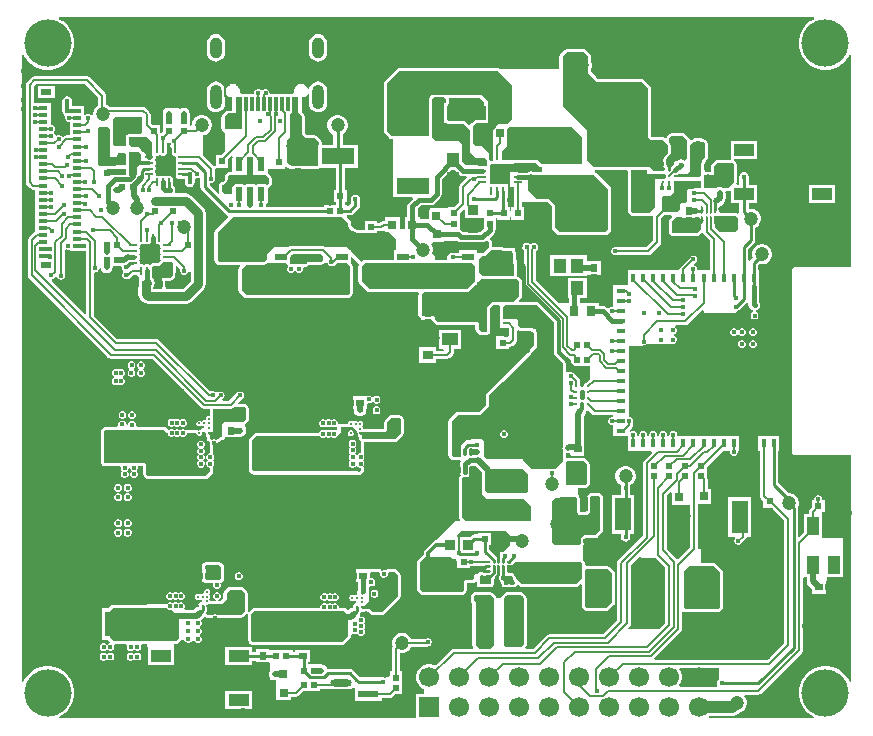
<source format=gtl>
G04*
G04 #@! TF.GenerationSoftware,Altium Limited,Altium Designer,23.1.1 (15)*
G04*
G04 Layer_Physical_Order=1*
G04 Layer_Color=255*
%FSLAX44Y44*%
%MOMM*%
G71*
G04*
G04 #@! TF.SameCoordinates,D1EA7B9B-11C4-41B5-954D-5070AA3C9977*
G04*
G04*
G04 #@! TF.FilePolarity,Positive*
G04*
G01*
G75*
%ADD11C,0.3000*%
%ADD13C,0.2540*%
%ADD15C,0.1524*%
%ADD18C,0.2032*%
%ADD19C,0.3048*%
%ADD21C,0.1016*%
%ADD23R,0.6500X0.3000*%
%ADD24R,0.8000X0.3000*%
%ADD25R,0.9500X0.5000*%
%ADD26R,1.4000X2.8000*%
%ADD27R,0.8000X0.8000*%
%ADD28R,3.4000X0.9800*%
%ADD29R,0.8000X0.8000*%
%ADD30R,2.8000X1.4000*%
%ADD31R,1.0400X0.5320*%
%ADD32R,0.6600X0.6200*%
%ADD33R,1.2960X1.7575*%
%ADD34R,2.7430X2.1590*%
%ADD35R,0.6200X0.6600*%
G04:AMPARAMS|DCode=36|XSize=0.24mm|YSize=0.6mm|CornerRadius=0.0504mm|HoleSize=0mm|Usage=FLASHONLY|Rotation=270.000|XOffset=0mm|YOffset=0mm|HoleType=Round|Shape=RoundedRectangle|*
%AMROUNDEDRECTD36*
21,1,0.2400,0.4992,0,0,270.0*
21,1,0.1392,0.6000,0,0,270.0*
1,1,0.1008,-0.2496,-0.0696*
1,1,0.1008,-0.2496,0.0696*
1,1,0.1008,0.2496,0.0696*
1,1,0.1008,0.2496,-0.0696*
%
%ADD36ROUNDEDRECTD36*%
G04:AMPARAMS|DCode=37|XSize=0.24mm|YSize=0.6mm|CornerRadius=0.0504mm|HoleSize=0mm|Usage=FLASHONLY|Rotation=180.000|XOffset=0mm|YOffset=0mm|HoleType=Round|Shape=RoundedRectangle|*
%AMROUNDEDRECTD37*
21,1,0.2400,0.4992,0,0,180.0*
21,1,0.1392,0.6000,0,0,180.0*
1,1,0.1008,-0.0696,0.2496*
1,1,0.1008,0.0696,0.2496*
1,1,0.1008,0.0696,-0.2496*
1,1,0.1008,-0.0696,-0.2496*
%
%ADD37ROUNDEDRECTD37*%
%ADD38R,0.7154X0.6725*%
%ADD39R,1.0121X1.1581*%
%ADD40R,0.5725X0.6153*%
%ADD41R,1.1581X1.0121*%
%ADD42R,3.5000X1.2000*%
%ADD43R,0.9000X0.8000*%
%ADD44R,0.5050X0.2800*%
%ADD45R,0.9000X1.7000*%
%ADD46R,0.6153X0.5725*%
G04:AMPARAMS|DCode=47|XSize=0.67mm|YSize=0.3mm|CornerRadius=0.0495mm|HoleSize=0mm|Usage=FLASHONLY|Rotation=270.000|XOffset=0mm|YOffset=0mm|HoleType=Round|Shape=RoundedRectangle|*
%AMROUNDEDRECTD47*
21,1,0.6700,0.2010,0,0,270.0*
21,1,0.5710,0.3000,0,0,270.0*
1,1,0.0990,-0.1005,-0.2855*
1,1,0.0990,-0.1005,0.2855*
1,1,0.0990,0.1005,0.2855*
1,1,0.0990,0.1005,-0.2855*
%
%ADD47ROUNDEDRECTD47*%
%ADD48R,1.4500X1.5500*%
%ADD49R,1.7000X1.0000*%
%ADD50R,1.8052X0.6121*%
G04:AMPARAMS|DCode=51|XSize=1.8052mm|YSize=0.6121mm|CornerRadius=0.3061mm|HoleSize=0mm|Usage=FLASHONLY|Rotation=180.000|XOffset=0mm|YOffset=0mm|HoleType=Round|Shape=RoundedRectangle|*
%AMROUNDEDRECTD51*
21,1,1.8052,0.0000,0,0,180.0*
21,1,1.1931,0.6121,0,0,180.0*
1,1,0.6121,-0.5966,0.0000*
1,1,0.6121,0.5966,0.0000*
1,1,0.6121,0.5966,0.0000*
1,1,0.6121,-0.5966,0.0000*
%
%ADD51ROUNDEDRECTD51*%
%ADD52R,0.9800X3.4000*%
%ADD53R,0.9970X1.5450*%
G04:AMPARAMS|DCode=54|XSize=0.65mm|YSize=1.2mm|CornerRadius=0.0488mm|HoleSize=0mm|Usage=FLASHONLY|Rotation=180.000|XOffset=0mm|YOffset=0mm|HoleType=Round|Shape=RoundedRectangle|*
%AMROUNDEDRECTD54*
21,1,0.6500,1.1025,0,0,180.0*
21,1,0.5525,1.2000,0,0,180.0*
1,1,0.0975,-0.2763,0.5513*
1,1,0.0975,0.2763,0.5513*
1,1,0.0975,0.2763,-0.5513*
1,1,0.0975,-0.2763,-0.5513*
%
%ADD54ROUNDEDRECTD54*%
%ADD55C,0.1955*%
%ADD56R,0.8000X0.9000*%
G04:AMPARAMS|DCode=57|XSize=0.6182mm|YSize=0.1566mm|CornerRadius=0.0783mm|HoleSize=0mm|Usage=FLASHONLY|Rotation=270.000|XOffset=0mm|YOffset=0mm|HoleType=Round|Shape=RoundedRectangle|*
%AMROUNDEDRECTD57*
21,1,0.6182,0.0000,0,0,270.0*
21,1,0.4616,0.1566,0,0,270.0*
1,1,0.1566,0.0000,-0.2308*
1,1,0.1566,0.0000,0.2308*
1,1,0.1566,0.0000,0.2308*
1,1,0.1566,0.0000,-0.2308*
%
%ADD57ROUNDEDRECTD57*%
%ADD58R,0.1566X0.6182*%
%ADD59R,1.2000X1.2000*%
%ADD60R,0.8000X0.4000*%
%ADD61R,0.4000X0.8000*%
%ADD62R,0.8000X0.8000*%
%ADD63R,1.1000X1.2000*%
%ADD64R,0.9582X1.1061*%
G04:AMPARAMS|DCode=65|XSize=1.21mm|YSize=0.59mm|CornerRadius=0.0738mm|HoleSize=0mm|Usage=FLASHONLY|Rotation=90.000|XOffset=0mm|YOffset=0mm|HoleType=Round|Shape=RoundedRectangle|*
%AMROUNDEDRECTD65*
21,1,1.2100,0.4425,0,0,90.0*
21,1,1.0625,0.5900,0,0,90.0*
1,1,0.1475,0.2213,0.5313*
1,1,0.1475,0.2213,-0.5313*
1,1,0.1475,-0.2213,-0.5313*
1,1,0.1475,-0.2213,0.5313*
%
%ADD65ROUNDEDRECTD65*%
%ADD123C,1.2000*%
%ADD124R,0.5400X0.5657*%
%ADD125R,0.5657X0.5400*%
G04:AMPARAMS|DCode=126|XSize=1.45mm|YSize=1.45mm|CornerRadius=0.0508mm|HoleSize=0mm|Usage=FLASHONLY|Rotation=180.000|XOffset=0mm|YOffset=0mm|HoleType=Round|Shape=RoundedRectangle|*
%AMROUNDEDRECTD126*
21,1,1.4500,1.3485,0,0,180.0*
21,1,1.3485,1.4500,0,0,180.0*
1,1,0.1015,-0.6743,0.6743*
1,1,0.1015,0.6743,0.6743*
1,1,0.1015,0.6743,-0.6743*
1,1,0.1015,-0.6743,-0.6743*
%
%ADD126ROUNDEDRECTD126*%
G04:AMPARAMS|DCode=127|XSize=1.7mm|YSize=1.7mm|CornerRadius=0mm|HoleSize=0mm|Usage=FLASHONLY|Rotation=270.000|XOffset=0mm|YOffset=0mm|HoleType=Round|Shape=Octagon|*
%AMOCTAGOND127*
4,1,8,-0.4250,-0.8500,0.4250,-0.8500,0.8500,-0.4250,0.8500,0.4250,0.4250,0.8500,-0.4250,0.8500,-0.8500,0.4250,-0.8500,-0.4250,-0.4250,-0.8500,0.0*
%
%ADD127OCTAGOND127*%

%ADD128R,0.2800X0.8000*%
%ADD129R,0.8000X0.2800*%
%ADD130R,0.8640X0.8065*%
%ADD131R,1.3770X1.1325*%
%ADD132R,0.5400X0.7901*%
%ADD133R,0.7901X0.5400*%
%ADD134R,1.3500X1.4100*%
%ADD135R,0.8065X0.8640*%
%ADD136C,0.2300*%
%ADD137C,0.2400*%
%ADD138R,0.4000X0.4000*%
%ADD139R,0.6000X1.1500*%
%ADD140R,0.3000X1.1500*%
%ADD141C,0.1565*%
%ADD142C,0.7620*%
%ADD143C,0.5080*%
%ADD144C,1.0160*%
%ADD145C,0.3810*%
%ADD146C,0.1582*%
%ADD147C,0.2400*%
%ADD148C,0.4000*%
%ADD149C,0.1955*%
%ADD150C,0.2286*%
%ADD151C,0.2800*%
%ADD152C,1.7000*%
%ADD153R,1.7000X1.7000*%
%ADD154C,1.8000*%
%ADD155R,1.8000X1.8000*%
%ADD156O,1.0000X1.8000*%
%ADD157O,1.0000X2.1000*%
%ADD158C,4.0000*%
%ADD159C,0.4064*%
%ADD160C,0.3048*%
%ADD161C,0.5080*%
%ADD162C,0.2540*%
%ADD163C,0.5000*%
G36*
X127676Y580003D02*
Y573016D01*
X126328Y572238D01*
X124738Y570648D01*
X123614Y568700D01*
X123032Y566528D01*
Y565082D01*
X122387Y564785D01*
X121762Y564693D01*
X121735Y564720D01*
X121491Y565084D01*
X121127Y565328D01*
X120966Y565488D01*
X120756Y565575D01*
X120392Y565819D01*
X119963Y565904D01*
X119753Y565991D01*
X119525D01*
X119096Y566077D01*
X118666Y565991D01*
X118439D01*
X118229Y565904D01*
X117800Y565819D01*
X117436Y565575D01*
X117226Y565488D01*
X117065Y565328D01*
X116764Y565127D01*
X116409Y565201D01*
X115494Y565564D01*
Y572308D01*
X110102D01*
X109704Y572387D01*
X105569D01*
Y576522D01*
X105405Y577349D01*
X105256Y578097D01*
X105256Y578098D01*
X105256Y578098D01*
X104835Y578728D01*
X104363Y579434D01*
X104302Y579495D01*
X102966Y580388D01*
X101390Y580702D01*
X99813Y580389D01*
X98477Y579496D01*
X97584Y578160D01*
X97270Y576584D01*
X97331Y576275D01*
Y568516D01*
X97270Y568207D01*
X97583Y566631D01*
X98476Y565294D01*
X99812Y564401D01*
X100022Y563562D01*
X99947Y563182D01*
X99917Y563085D01*
X99850Y562923D01*
Y562695D01*
X99764Y562266D01*
X99850Y561837D01*
Y561609D01*
X99937Y561399D01*
X100022Y560970D01*
X100266Y560606D01*
X100353Y560396D01*
X100513Y560235D01*
X100757Y559871D01*
X101121Y559627D01*
X101281Y559467D01*
X101492Y559380D01*
X101856Y559136D01*
X102285Y559051D01*
X102495Y558964D01*
X102723D01*
X103152Y558879D01*
X103914D01*
Y547655D01*
X100528D01*
X99232Y547397D01*
X98153Y546676D01*
X98129Y546663D01*
X96585Y546911D01*
X96375Y547225D01*
X95276Y547960D01*
X93980Y548217D01*
X92684Y547960D01*
X92125Y547586D01*
X91706Y547621D01*
X90798Y548053D01*
X90721Y548134D01*
X90635Y548563D01*
X90392Y548927D01*
X90305Y549138D01*
X90144Y549298D01*
X90033Y549465D01*
X89901Y549666D01*
Y550868D01*
X90033Y551069D01*
X90144Y551235D01*
X90305Y551396D01*
X90392Y551606D01*
X90635Y551970D01*
X90721Y552400D01*
X90808Y552610D01*
Y552837D01*
X90893Y553267D01*
X90808Y553696D01*
Y553923D01*
X90721Y554134D01*
X90635Y554563D01*
X90392Y554927D01*
X90305Y555137D01*
X90144Y555298D01*
X89901Y555662D01*
X89537Y555905D01*
X89376Y556066D01*
X89166Y556153D01*
X88802Y556396D01*
X88373Y556482D01*
X88163Y556569D01*
X87935D01*
X87506Y556654D01*
X87494D01*
Y567228D01*
Y575308D01*
X74414D01*
X74414Y575308D01*
Y575308D01*
X73291Y575664D01*
X73028Y575880D01*
Y588965D01*
X75036Y590973D01*
X116707D01*
X127676Y580003D01*
D02*
G37*
G36*
X454536Y575582D02*
Y560709D01*
X447629D01*
X446638Y560512D01*
X445798Y559950D01*
X444088Y558241D01*
X443249D01*
Y557845D01*
X442211Y556842D01*
X441185Y556887D01*
X438711Y559361D01*
X437871Y559923D01*
X436880Y560120D01*
X424383D01*
X423801Y560508D01*
X423047Y560658D01*
Y567197D01*
X423230Y568587D01*
Y572785D01*
X423471Y572946D01*
X424033Y573786D01*
X424230Y574777D01*
Y578242D01*
X424909Y579070D01*
X451047D01*
X454536Y575582D01*
D02*
G37*
G36*
X248969Y566255D02*
X249622D01*
Y553868D01*
X248524Y552770D01*
X235824D01*
X234554Y554040D01*
Y563250D01*
X237560Y566255D01*
X244051D01*
Y566740D01*
X248969D01*
Y566255D01*
D02*
G37*
G36*
X164338Y562864D02*
Y550418D01*
X163118Y549198D01*
X153924D01*
X152933Y549001D01*
X152093Y548439D01*
X151658Y548004D01*
X151563Y547863D01*
X151409D01*
Y547632D01*
X151097Y547164D01*
X150899Y546173D01*
Y540109D01*
X150947Y539869D01*
X149978Y538734D01*
X141986D01*
X140512Y540208D01*
Y552958D01*
X140315Y553949D01*
X140131Y554223D01*
Y561771D01*
X141732Y563372D01*
X163830D01*
X164338Y562864D01*
D02*
G37*
G36*
X173228Y541782D02*
Y529226D01*
X172220Y528449D01*
X170717Y528748D01*
X168555D01*
X167752Y529552D01*
Y531852D01*
X165700Y533904D01*
X165661Y533961D01*
X163883Y535739D01*
X163826Y535778D01*
X161310Y538293D01*
X155305D01*
X153489Y540109D01*
Y546173D01*
X153924Y546608D01*
X168402D01*
X173228Y541782D01*
D02*
G37*
G36*
X622300Y547370D02*
X626110Y543560D01*
Y539746D01*
X626060Y539496D01*
Y528270D01*
X624067Y526277D01*
X622851Y527090D01*
X621079Y527442D01*
X620603D01*
X620603Y527442D01*
X618831Y527090D01*
X617330Y526086D01*
X617024Y525780D01*
X615950D01*
X614680Y524510D01*
Y523436D01*
X612597Y521353D01*
X611705Y520018D01*
X610593Y519839D01*
X610355Y519836D01*
X609600Y520524D01*
X609502Y520760D01*
X609453Y521010D01*
X609311Y521222D01*
X609213Y521457D01*
X608947Y521856D01*
Y528174D01*
X609163Y528498D01*
X611431Y530766D01*
X611993Y531606D01*
X612190Y532597D01*
Y539750D01*
X611993Y540741D01*
X611431Y541581D01*
X611253Y541760D01*
Y545213D01*
X613410Y547370D01*
X622300Y547370D01*
D02*
G37*
G36*
X477520Y590550D02*
Y561340D01*
X473710Y557530D01*
X466090D01*
X464372Y555812D01*
X461538D01*
Y552978D01*
Y551922D01*
D01*
Y544008D01*
X461748D01*
Y536911D01*
X461428D01*
Y526031D01*
X461136Y525739D01*
X459781D01*
X459409Y526111D01*
Y526810D01*
X458952D01*
X458803Y527561D01*
X458470Y528059D01*
Y532130D01*
X452120Y538480D01*
X447040D01*
X444550Y540970D01*
Y552450D01*
X444500Y552700D01*
Y554990D01*
X445770Y556260D01*
X447629Y558119D01*
X458451D01*
Y574781D01*
X457200D01*
Y576580D01*
X452120Y581660D01*
X421885D01*
X421790Y581755D01*
X420950Y582316D01*
X419959Y582513D01*
X418619D01*
X417533Y582963D01*
X415544Y583225D01*
X413555Y582963D01*
X412469Y582513D01*
X411601D01*
X410610Y582316D01*
X409770Y581755D01*
X408148Y580133D01*
X407587Y579293D01*
X407389Y578302D01*
Y564489D01*
X407587Y563498D01*
X407650Y563403D01*
Y547370D01*
X375920D01*
X372110Y551180D01*
Y591820D01*
X382270Y601980D01*
X466090D01*
X477520Y590550D01*
D02*
G37*
G36*
X537210Y546100D02*
Y524510D01*
X535940Y523240D01*
X502920D01*
X499151Y527009D01*
X470192D01*
X469308Y527893D01*
Y534603D01*
X473710Y539005D01*
Y544008D01*
X473771D01*
Y553211D01*
X475550Y554990D01*
X528320D01*
X537210Y546100D01*
D02*
G37*
G36*
X137922Y552958D02*
Y530387D01*
X138756Y529553D01*
X142498D01*
X144031Y531086D01*
Y532542D01*
X144598Y533109D01*
X149678D01*
X151080Y531707D01*
Y522827D01*
X150984Y522731D01*
X142209D01*
Y522270D01*
X136362D01*
X136362Y522270D01*
X134379Y521876D01*
X134084Y521679D01*
X129104D01*
X127651Y523132D01*
Y554371D01*
X128270Y554990D01*
X135890D01*
X137922Y552958D01*
D02*
G37*
G36*
X421640Y578242D02*
Y574777D01*
X420434D01*
Y558116D01*
X422810D01*
X423396Y557530D01*
X436880D01*
X441960Y552450D01*
Y533400D01*
X447040Y528320D01*
X454660D01*
X456410Y526570D01*
Y521811D01*
X454871D01*
X454563Y522018D01*
X452828Y522363D01*
X439103D01*
X435610Y525856D01*
Y540358D01*
X433190Y542778D01*
X413532D01*
X410240Y546070D01*
Y564489D01*
X409979D01*
Y578302D01*
X411601Y579924D01*
X419959D01*
X421640Y578242D01*
D02*
G37*
G36*
X296971Y566255D02*
X297345D01*
X299720Y563880D01*
Y548640D01*
X303530Y545084D01*
X311150D01*
X314198Y542036D01*
Y539491D01*
X314056D01*
Y522844D01*
X312928Y521716D01*
X306562D01*
X306500Y521757D01*
X304518Y522151D01*
X302971Y521843D01*
X302610Y522140D01*
Y522140D01*
X291330D01*
Y522140D01*
X290094Y522222D01*
X287365Y524950D01*
Y543143D01*
X289306Y545084D01*
X289560D01*
Y565150D01*
X290665Y566255D01*
X292051D01*
Y566420D01*
X296971D01*
Y566255D01*
D02*
G37*
G36*
X542290Y614680D02*
Y600710D01*
X547174Y595826D01*
Y595699D01*
X547301D01*
X549910Y593090D01*
X588010D01*
X593090Y588010D01*
Y546100D01*
X595630Y543560D01*
X605790D01*
X609600Y539750D01*
Y532597D01*
X607152Y530149D01*
X606029Y528468D01*
X605635Y526486D01*
Y523544D01*
X606029Y521562D01*
X607060Y520019D01*
Y518661D01*
X605869Y517612D01*
X598206D01*
X595118Y520700D01*
X547370D01*
X541020Y527050D01*
Y552450D01*
X527050Y566420D01*
X520700Y572770D01*
Y601980D01*
Y614680D01*
X524510Y618490D01*
X538480D01*
X542290Y614680D01*
D02*
G37*
G36*
X499650Y522848D02*
Y521862D01*
X500635D01*
X501089Y521409D01*
X501929Y520847D01*
X502920Y520650D01*
Y516940D01*
X495879D01*
X495770Y517013D01*
X493788Y517407D01*
X491805Y517013D01*
X491427Y516759D01*
X490187D01*
X489741Y517057D01*
X488007Y517402D01*
X482869D01*
X481135Y517057D01*
X480765Y516810D01*
X476329D01*
Y503931D01*
X479213D01*
Y486990D01*
X477360D01*
Y483870D01*
X476090D01*
Y486990D01*
X474385D01*
Y500240D01*
X474310Y500617D01*
Y506911D01*
X459409D01*
Y513931D01*
Y522845D01*
X459781Y523150D01*
X461136D01*
X462127Y523347D01*
X462852Y523831D01*
X479308D01*
Y524419D01*
X498078D01*
X499650Y522848D01*
D02*
G37*
G36*
X163830Y532130D02*
Y524002D01*
X160216Y520388D01*
Y515072D01*
X160168Y515040D01*
X158462Y513334D01*
X154285D01*
X153889Y513730D01*
Y522731D01*
X153670D01*
Y533869D01*
Y533908D01*
X162052D01*
X163830Y532130D01*
D02*
G37*
G36*
X641350Y540512D02*
Y529295D01*
X639994Y527939D01*
X638871Y526258D01*
X638555Y524670D01*
X638288D01*
Y514336D01*
X636270Y512318D01*
X618152D01*
X617385Y513588D01*
X617482Y513772D01*
X617641Y513803D01*
X619047Y514742D01*
X625740D01*
X628650Y517652D01*
Y539496D01*
X630936Y541782D01*
X640080D01*
X641350Y540512D01*
D02*
G37*
G36*
X241468Y529367D02*
X241276Y528402D01*
Y517777D01*
X240588Y516940D01*
X238760D01*
X237769Y516743D01*
X236929Y516181D01*
X235609Y514861D01*
X235047Y514021D01*
X234850Y513030D01*
Y512060D01*
X234790Y511755D01*
Y511249D01*
X234546Y510022D01*
X233995Y509198D01*
X233172Y508648D01*
X232399Y508494D01*
X232163Y508396D01*
X231913Y508346D01*
X231701Y508205D01*
X231465Y508107D01*
X231285Y507927D01*
X231073Y507785D01*
X230579Y507291D01*
X230017Y506451D01*
X229820Y505460D01*
Y500380D01*
X230017Y499389D01*
X230310Y498952D01*
X229323Y498142D01*
X221895Y505570D01*
Y506584D01*
X221940Y506690D01*
X222202Y507083D01*
X223165Y507626D01*
X223266Y507606D01*
X223695Y507691D01*
X223923D01*
X224133Y507778D01*
X224562Y507864D01*
X224926Y508107D01*
X225136Y508194D01*
X225297Y508355D01*
X225661Y508598D01*
X225905Y508962D01*
X226065Y509123D01*
X226152Y509333D01*
X226396Y509697D01*
X226481Y510126D01*
X226568Y510337D01*
Y510564D01*
X226653Y510993D01*
Y519176D01*
X226633Y519277D01*
X227703Y520412D01*
X237440D01*
Y527136D01*
X240387Y530083D01*
X241468Y529367D01*
D02*
G37*
G36*
X270624Y512966D02*
X270795Y512709D01*
X271052Y512538D01*
X271780Y511810D01*
Y506730D01*
X270688Y505638D01*
X270405Y505666D01*
X269321Y506390D01*
X268043Y506644D01*
X263617D01*
X262339Y506390D01*
X261255Y505666D01*
X260905D01*
X259821Y506390D01*
X258542Y506644D01*
X254118D01*
X252839Y506390D01*
X251755Y505666D01*
X251405D01*
X250321Y506390D01*
X249042Y506644D01*
X244618D01*
X243339Y506390D01*
X242255Y505666D01*
X241530Y504581D01*
X241276Y503302D01*
Y499086D01*
X240030Y497840D01*
X234950D01*
X232410Y500380D01*
Y505460D01*
X232904Y505954D01*
X234182Y506208D01*
X235863Y507331D01*
X236985Y509011D01*
X237379Y510993D01*
Y511755D01*
X237440D01*
Y513030D01*
X238760Y514350D01*
X269240D01*
X270624Y512966D01*
D02*
G37*
G36*
X665480Y523240D02*
Y507746D01*
X663662Y505928D01*
X663350D01*
Y505616D01*
X661162Y503428D01*
X656098D01*
X655638Y503735D01*
X653656Y504129D01*
X651674Y503735D01*
X651214Y503428D01*
X650240D01*
X649732Y502920D01*
X641459D01*
X640622Y503856D01*
X640638Y503936D01*
Y509016D01*
X640441Y510007D01*
X640368Y510115D01*
Y511970D01*
X640368Y511970D01*
X640558Y513161D01*
X640681Y513345D01*
X640849Y514190D01*
X649025D01*
Y522025D01*
X651510Y524510D01*
X664210D01*
X665480Y523240D01*
D02*
G37*
G36*
X288263Y520391D02*
X288613Y520156D01*
X288947Y519900D01*
X289031Y519877D01*
X289103Y519829D01*
X289516Y519747D01*
X289923Y519638D01*
X291159Y519556D01*
X291330Y519260D01*
X302610D01*
Y519260D01*
X303225Y519266D01*
X303322Y519296D01*
X303477Y519304D01*
X303833Y519374D01*
X304518Y519511D01*
X305923Y519231D01*
X306057Y519176D01*
X306311Y519176D01*
X306562Y519126D01*
X312928D01*
X313919Y519323D01*
X314759Y519885D01*
X315285Y520411D01*
X328622D01*
Y501810D01*
X327138D01*
Y491330D01*
X328622D01*
Y489110D01*
X318482D01*
Y487238D01*
X270234D01*
X270067Y487313D01*
X269714Y487565D01*
X269272Y488362D01*
X269321Y489590D01*
X270405Y490315D01*
X271130Y491399D01*
X271384Y492677D01*
Y503154D01*
X271439Y503159D01*
X271553Y503220D01*
X271679Y503245D01*
X271995Y503456D01*
X272330Y503636D01*
X272412Y503735D01*
X272519Y503806D01*
X273611Y504899D01*
X274173Y505739D01*
X274370Y506730D01*
Y511810D01*
X274173Y512801D01*
X273611Y513641D01*
X272883Y514369D01*
X272671Y514511D01*
X272597Y514585D01*
X272455Y514797D01*
X271071Y516181D01*
X270965Y516252D01*
X271130Y516499D01*
X271384Y517777D01*
Y519660D01*
X285700D01*
Y521294D01*
X286873Y521780D01*
X288263Y520391D01*
D02*
G37*
G36*
X637681Y509383D02*
X638048Y509016D01*
Y503936D01*
X637540Y503428D01*
X628396D01*
X626110Y501142D01*
Y492252D01*
X624586Y490728D01*
X620776D01*
X619760Y489712D01*
Y484632D01*
X617728Y482600D01*
X607060D01*
X604520Y485140D01*
Y495046D01*
X605536Y496062D01*
X612140D01*
X615442Y499364D01*
Y508652D01*
X616129Y509339D01*
X616614D01*
X616959Y509482D01*
X617474D01*
X637681Y509383D01*
D02*
G37*
G36*
X592328Y517906D02*
Y515620D01*
X592582Y515366D01*
X596996D01*
X597215Y515219D01*
X598206Y515022D01*
X598260D01*
X599186Y514096D01*
Y486918D01*
X594360Y482092D01*
X580136D01*
X578358Y483870D01*
Y517398D01*
X579070Y518110D01*
X592124D01*
X592328Y517906D01*
D02*
G37*
G36*
X663350Y500308D02*
Y490848D01*
X670506D01*
Y482837D01*
X670536Y482682D01*
X669526Y481251D01*
X669261Y481212D01*
X669141Y481331D01*
X668972Y481444D01*
X668834Y481594D01*
X668556Y481722D01*
X668301Y481893D01*
X668101Y481932D01*
X667917Y482018D01*
X667611Y482030D01*
X667310Y482090D01*
X666040Y482180D01*
X666040Y482180D01*
X654760D01*
Y482180D01*
X654760Y482180D01*
X653488Y482550D01*
X653307Y482854D01*
X653209Y483306D01*
X653505Y484793D01*
Y487401D01*
X654536Y488090D01*
X657319Y490873D01*
X658442Y492553D01*
X658836Y494536D01*
Y498950D01*
X658655Y499856D01*
X659461Y500838D01*
X661162D01*
X662080Y501021D01*
X662175Y501022D01*
X663350Y500308D01*
D02*
G37*
G36*
X654760Y479300D02*
Y479300D01*
X666040D01*
Y479300D01*
X667310Y479500D01*
X669290Y477520D01*
Y468630D01*
X666750Y466090D01*
X653287D01*
X649507Y469869D01*
Y473939D01*
X649508Y473942D01*
Y478558D01*
X650004Y479162D01*
X652943D01*
Y479162D01*
X653490Y479505D01*
X654760Y479300D01*
D02*
G37*
G36*
X637616Y477327D02*
Y468706D01*
X634238Y465328D01*
X614172D01*
X613664Y465836D01*
Y475488D01*
X616498Y478322D01*
X621740D01*
Y477940D01*
X633020D01*
Y478322D01*
X636621D01*
X637616Y477327D01*
D02*
G37*
G36*
X433352Y514626D02*
X434823Y513643D01*
X436557Y513298D01*
X436557Y513298D01*
X439182D01*
X439668Y512125D01*
X434231Y506688D01*
X433496Y505589D01*
X433239Y504293D01*
Y490899D01*
X429330Y486990D01*
X423512D01*
Y486386D01*
X407446D01*
Y477353D01*
X406464Y476547D01*
X405755Y476688D01*
X400194D01*
Y478696D01*
X398186D01*
Y485756D01*
X400966Y488537D01*
X409249D01*
X410983Y488882D01*
X412453Y489864D01*
X417225Y494635D01*
X418207Y496106D01*
X418552Y497840D01*
X418552Y497840D01*
Y510793D01*
X426478Y518719D01*
X429259D01*
X433352Y514626D01*
D02*
G37*
G36*
X559562Y502158D02*
Y468630D01*
X557022Y466090D01*
X518020D01*
X514368Y469742D01*
Y488932D01*
X509270Y494030D01*
X499110D01*
X491490Y501650D01*
X491490Y512964D01*
X492876Y514350D01*
X547370D01*
X559562Y502158D01*
D02*
G37*
G36*
X438270Y484689D02*
Y477736D01*
X451990D01*
Y477520D01*
X453860D01*
Y468851D01*
X450921Y465912D01*
X436542D01*
X435393Y467062D01*
X433992Y467998D01*
Y476253D01*
Y482071D01*
X437097Y485176D01*
X438270Y484689D01*
D02*
G37*
G36*
X575768Y517398D02*
Y483870D01*
X575965Y482879D01*
X576527Y482039D01*
X578305Y480261D01*
X579145Y479699D01*
X580136Y479502D01*
X594360D01*
X595351Y479699D01*
X596191Y480261D01*
X596475Y480545D01*
X596481Y480542D01*
X597523Y479796D01*
X597323Y478790D01*
Y458603D01*
X591687Y452967D01*
X565150D01*
X564721Y452882D01*
X564493D01*
X564283Y452795D01*
X563854Y452710D01*
X563490Y452466D01*
X563280Y452379D01*
X563119Y452219D01*
X562755Y451975D01*
X562511Y451611D01*
X562351Y451450D01*
X562264Y451240D01*
X562020Y450876D01*
X561935Y450447D01*
X561848Y450237D01*
Y450009D01*
X561763Y449580D01*
X561848Y449151D01*
Y448923D01*
X561935Y448713D01*
X562020Y448284D01*
X562264Y447920D01*
X562351Y447710D01*
X562511Y447549D01*
X562755Y447185D01*
X563119Y446941D01*
X563280Y446781D01*
X563490Y446694D01*
X563854Y446450D01*
X564283Y446365D01*
X564493Y446278D01*
X564721D01*
X565150Y446193D01*
X593090D01*
X594386Y446450D01*
X595485Y447185D01*
X603105Y454805D01*
X603840Y455904D01*
X604097Y457200D01*
Y477387D01*
X606777Y480066D01*
X607060Y480010D01*
X612864D01*
X613350Y478837D01*
X611833Y477319D01*
X611271Y476479D01*
X611074Y475488D01*
Y465836D01*
X611271Y464845D01*
X611833Y464005D01*
X612341Y463497D01*
X613181Y462935D01*
X614172Y462738D01*
X634238D01*
X635229Y462935D01*
X636069Y463497D01*
X638058Y465485D01*
X639436Y465067D01*
X639490Y464794D01*
X640225Y463695D01*
X645203Y458717D01*
Y433420D01*
X634977D01*
Y434182D01*
X634892Y434611D01*
Y434839D01*
X634805Y435049D01*
X634720Y435478D01*
X634476Y435842D01*
X634389Y436052D01*
X634229Y436213D01*
X633985Y436577D01*
X633621Y436820D01*
X633460Y436981D01*
X633250Y437068D01*
X632886Y437312D01*
X632820Y437325D01*
X632388Y438256D01*
X632369Y438498D01*
X632392Y438694D01*
X633985Y440287D01*
X634229Y440651D01*
X634389Y440812D01*
X634476Y441022D01*
X634720Y441386D01*
X634805Y441815D01*
X634892Y442025D01*
Y442253D01*
X634977Y442682D01*
X634892Y443111D01*
Y443339D01*
X634805Y443549D01*
X634720Y443978D01*
X634476Y444342D01*
X634389Y444552D01*
X634229Y444713D01*
X633985Y445077D01*
X633621Y445321D01*
X633460Y445481D01*
X633250Y445568D01*
X632886Y445812D01*
X632457Y445897D01*
X632247Y445984D01*
X632019D01*
X631590Y446069D01*
X631161Y445984D01*
X630933D01*
X630723Y445897D01*
X630294Y445812D01*
X629930Y445568D01*
X629720Y445481D01*
X629559Y445321D01*
X629195Y445077D01*
X620695Y436577D01*
X619961Y435478D01*
X619703Y434182D01*
Y433420D01*
X576050D01*
Y420920D01*
X563550D01*
Y411840D01*
Y402767D01*
X562788D01*
X562359Y402682D01*
X562131D01*
X561921Y402595D01*
X561492Y402510D01*
X561128Y402266D01*
X560918Y402179D01*
X560757Y402019D01*
X560393Y401775D01*
X560316Y401660D01*
X559434Y401405D01*
X559040Y401401D01*
X558866Y401429D01*
X558681Y401499D01*
X558195Y401985D01*
X556724Y402967D01*
X554990Y403312D01*
X551370D01*
Y405820D01*
X538290D01*
Y405820D01*
X537369D01*
Y405820D01*
X535362D01*
Y409950D01*
X541321D01*
Y427030D01*
X525241D01*
Y409950D01*
X526297D01*
Y405820D01*
X517415D01*
X498599Y424636D01*
Y449944D01*
X498972Y450317D01*
X498972Y450317D01*
X499708Y451419D01*
X499967Y452719D01*
Y453390D01*
X499872Y453865D01*
Y454047D01*
X499802Y454215D01*
X499708Y454690D01*
X499439Y455092D01*
X499369Y455260D01*
X499241Y455389D01*
X498972Y455792D01*
X498569Y456061D01*
X498440Y456189D01*
X498272Y456259D01*
X497870Y456528D01*
X497395Y456622D01*
X497227Y456692D01*
X497045D01*
X496570Y456786D01*
X496095Y456692D01*
X495913D01*
X495745Y456622D01*
X495270Y456528D01*
X494868Y456259D01*
X494700Y456189D01*
X494571Y456061D01*
X494168Y455792D01*
X494160Y455779D01*
X493831Y455630D01*
X493737Y455606D01*
X493053D01*
X492959Y455630D01*
X492630Y455779D01*
X492622Y455792D01*
X492219Y456061D01*
X492090Y456189D01*
X491922Y456259D01*
X491520Y456528D01*
X491045Y456622D01*
X490877Y456692D01*
X490695D01*
X490220Y456786D01*
X489745Y456692D01*
X489563D01*
X489395Y456622D01*
X488920Y456528D01*
X488518Y456259D01*
X488350Y456189D01*
X488221Y456061D01*
X487818Y455792D01*
X487549Y455389D01*
X487421Y455260D01*
X487351Y455092D01*
X487082Y454690D01*
X486988Y454215D01*
X486918Y454047D01*
Y453865D01*
X486824Y453390D01*
Y452719D01*
X486824Y452719D01*
X487082Y451419D01*
X487818Y450317D01*
X488191Y449944D01*
Y421732D01*
X488191Y421732D01*
X488450Y420432D01*
X489186Y419330D01*
X517845Y390671D01*
Y368154D01*
X517845Y368154D01*
X518104Y366855D01*
X518840Y365753D01*
X524881Y359712D01*
X525983Y358976D01*
X527282Y358717D01*
X527558Y357490D01*
Y352298D01*
X544322D01*
Y342183D01*
X544322Y342182D01*
X544322D01*
X543618Y341238D01*
X540611Y338232D01*
X540298Y338102D01*
X539308Y337113D01*
X538773Y335820D01*
Y335652D01*
X537503Y334610D01*
X537290Y334652D01*
X537077Y334610D01*
X535807Y335652D01*
Y335820D01*
X535677Y336134D01*
Y339541D01*
X535420Y340838D01*
X534685Y341936D01*
X530406Y346216D01*
X530042Y346459D01*
X529881Y346620D01*
X529671Y346707D01*
X529307Y346950D01*
X528877Y347036D01*
X528667Y347123D01*
X528440D01*
X528010Y347208D01*
X523738D01*
X523290Y347394D01*
Y355041D01*
X523093Y356032D01*
X522531Y356872D01*
X516764Y362640D01*
X516350Y363260D01*
X516204Y363991D01*
Y389356D01*
X516007Y390347D01*
X515446Y391187D01*
X500941Y405691D01*
X500101Y406253D01*
X499110Y406450D01*
X484162D01*
X483676Y407623D01*
X485701Y409649D01*
X486263Y410489D01*
X486460Y411480D01*
Y420504D01*
X486410Y420755D01*
Y421009D01*
X486385Y421135D01*
Y424255D01*
X486188Y425246D01*
X485627Y426086D01*
X484060Y427653D01*
X483220Y428214D01*
X482311Y428395D01*
Y428440D01*
X482311D01*
Y441962D01*
X481380D01*
Y448310D01*
X481183Y449301D01*
X480621Y450141D01*
X480382Y450380D01*
Y452657D01*
X471297D01*
X470569Y453143D01*
X469578Y453340D01*
X467165D01*
X466915Y453390D01*
X466660D01*
X466410Y453440D01*
X461060D01*
Y457200D01*
X460863Y458191D01*
X460301Y459031D01*
X459031Y460301D01*
X458950Y461123D01*
X462305Y464477D01*
X463287Y465947D01*
X463615Y467597D01*
X464340D01*
Y477737D01*
X465610D01*
Y476253D01*
X476090D01*
Y478790D01*
X477360D01*
Y476253D01*
X487840D01*
Y486990D01*
X485987D01*
Y491490D01*
X497279D01*
X498549Y491552D01*
X499110Y491440D01*
X508197D01*
X511778Y487859D01*
Y469742D01*
X511976Y468751D01*
X512537Y467911D01*
X516189Y464259D01*
X517029Y463697D01*
X518020Y463500D01*
X557022D01*
X558013Y463697D01*
X558853Y464259D01*
X561393Y466799D01*
X561955Y467639D01*
X562152Y468630D01*
Y502158D01*
X561955Y503149D01*
X561393Y503989D01*
X549201Y516181D01*
X548361Y516743D01*
X547870Y516840D01*
X547995Y518110D01*
X575184D01*
X575768Y517398D01*
D02*
G37*
G36*
X458470Y457200D02*
Y453242D01*
X457909Y452681D01*
X453587Y448360D01*
X452120D01*
X451870Y448310D01*
X448704D01*
Y450310D01*
X433224D01*
Y448497D01*
X428398D01*
X427969Y448412D01*
X427742D01*
X427531Y448325D01*
X427458Y448310D01*
X426212D01*
X424942Y447040D01*
X423164Y445262D01*
X412496D01*
X410422Y447336D01*
X410548Y447554D01*
X411130Y449726D01*
Y451974D01*
X410548Y454146D01*
X409771Y455491D01*
X411597Y457317D01*
X420594D01*
Y458470D01*
X431166D01*
X431460Y458176D01*
X431460Y458176D01*
X432930Y457193D01*
X434665Y456848D01*
X434665Y456848D01*
X452799D01*
X454533Y457193D01*
X456003Y458176D01*
X456298Y458470D01*
X457200D01*
X458470Y457200D01*
D02*
G37*
G36*
X174196Y464347D02*
X175150Y463536D01*
Y458544D01*
X175387Y457356D01*
X176059Y456349D01*
X177066Y455677D01*
X178254Y455440D01*
X178613D01*
X179675Y455265D01*
X179850Y454203D01*
Y453844D01*
X180087Y452656D01*
X180498Y452040D01*
X180087Y451424D01*
X179850Y450236D01*
Y448844D01*
X180087Y447656D01*
X180498Y447040D01*
X180087Y446424D01*
X179850Y445236D01*
Y443844D01*
X180087Y442656D01*
X180429Y442144D01*
X179779Y441493D01*
X179291Y440764D01*
X178758Y440231D01*
X178617Y440019D01*
X178471Y439874D01*
X178328Y439778D01*
X177938Y439780D01*
X177932Y439779D01*
X177925Y439780D01*
X174260D01*
X173269Y439583D01*
X172429Y439021D01*
X171419Y438012D01*
X170834Y438403D01*
X169646Y438640D01*
X168254D01*
X167066Y438403D01*
X166450Y437992D01*
X165834Y438403D01*
X164646Y438640D01*
X164287D01*
X163225Y438815D01*
X163050Y439877D01*
Y440236D01*
X162813Y441424D01*
X162402Y442040D01*
X162813Y442656D01*
X163050Y443844D01*
Y445236D01*
X162813Y446424D01*
X162402Y447040D01*
X162813Y447656D01*
X163050Y448844D01*
Y450236D01*
X162813Y451424D01*
X162402Y452040D01*
X162813Y452656D01*
X163050Y453844D01*
Y454203D01*
X163225Y455265D01*
X164287Y455440D01*
X164646D01*
X165834Y455677D01*
X166450Y456088D01*
X167066Y455677D01*
X168254Y455440D01*
X169646D01*
X170834Y455677D01*
X171841Y456349D01*
X172513Y457356D01*
X172750Y458544D01*
Y463300D01*
X173291Y463948D01*
X173855Y464378D01*
X174196Y464347D01*
D02*
G37*
G36*
X190500Y439420D02*
Y429260D01*
X188569Y427329D01*
X182219Y427329D01*
X182170Y427280D01*
X182030D01*
X181987Y427098D01*
X181987Y426156D01*
X181987Y426155D01*
X181987Y426028D01*
X181987Y418853D01*
X181089Y417954D01*
X174114D01*
Y419249D01*
X174932Y420472D01*
X175424Y422950D01*
X174932Y425428D01*
X173528Y427528D01*
X173482Y427559D01*
Y433040D01*
X173137Y434774D01*
X173068Y434878D01*
Y435998D01*
X174260Y437190D01*
X177925D01*
X179373Y437183D01*
X180091Y437901D01*
X180390Y438100D01*
X180590Y438400D01*
X181610Y439420D01*
Y439662D01*
X182704Y440756D01*
X182876D01*
X182954Y440740D01*
X187946D01*
X188024Y440756D01*
X189164D01*
X190500Y439420D01*
D02*
G37*
G36*
X318482Y478630D02*
X334170D01*
X338894Y473906D01*
X338692Y472888D01*
X339086Y470906D01*
X340209Y469226D01*
X343197Y466237D01*
X344633Y465278D01*
Y464660D01*
X364026D01*
Y466513D01*
X367030D01*
X368326Y466770D01*
X368826Y467104D01*
X370096Y466576D01*
Y465616D01*
X373854D01*
X379730Y459740D01*
Y450310D01*
X377768D01*
Y442538D01*
X377240Y442010D01*
X353060D01*
X352069Y441813D01*
X351229Y441251D01*
X350667Y440690D01*
X350520D01*
X341347Y449863D01*
Y450310D01*
X340900D01*
X337820Y453390D01*
X319862D01*
X318979Y453980D01*
X317683Y454237D01*
X290830D01*
X289534Y453980D01*
X288651Y453390D01*
X276860D01*
X270510Y447040D01*
Y443230D01*
X268070Y440790D01*
X266800Y440810D01*
Y440810D01*
X251320D01*
Y440690D01*
X229870D01*
X228600Y441960D01*
Y466090D01*
X241300Y478790D01*
X318482D01*
Y478630D01*
D02*
G37*
G36*
X317500Y445770D02*
Y441960D01*
X316350Y440810D01*
X302966D01*
Y439491D01*
X302133Y438658D01*
X290576D01*
X289700Y439534D01*
Y439910D01*
Y444930D01*
X292233Y447463D01*
X315807D01*
X317500Y445770D01*
D02*
G37*
G36*
X733847Y646286D02*
X732613Y645775D01*
X728922Y643308D01*
X725782Y640168D01*
X723315Y636477D01*
X721616Y632375D01*
X720750Y628020D01*
Y623580D01*
X721616Y619225D01*
X723315Y615123D01*
X725782Y611432D01*
X728922Y608292D01*
X732613Y605825D01*
X736715Y604126D01*
X741070Y603260D01*
X745510D01*
X749865Y604126D01*
X753967Y605825D01*
X757658Y608292D01*
X760798Y611432D01*
X763265Y615123D01*
X763783Y616374D01*
X765053Y616121D01*
Y436470D01*
X717340D01*
X716349Y436273D01*
X715509Y435711D01*
X714947Y434871D01*
X714750Y433880D01*
Y279880D01*
X714947Y278889D01*
X715509Y278049D01*
X716349Y277487D01*
X717340Y277290D01*
X765053D01*
Y85478D01*
X763783Y85226D01*
X763265Y86477D01*
X760798Y90168D01*
X757658Y93308D01*
X753967Y95775D01*
X749865Y97474D01*
X745510Y98340D01*
X741070D01*
X736715Y97474D01*
X732613Y95775D01*
X728922Y93308D01*
X725782Y90168D01*
X723315Y86477D01*
X721616Y82375D01*
X720750Y78020D01*
Y73580D01*
X721616Y69225D01*
X723315Y65123D01*
X725782Y61432D01*
X728922Y58292D01*
X732613Y55825D01*
X733864Y55307D01*
X733612Y54037D01*
X645237D01*
X644580Y55307D01*
X644885Y55740D01*
X664136D01*
X666125Y56002D01*
X667979Y56770D01*
X669571Y57991D01*
X670790Y59211D01*
X671316Y59352D01*
X673264Y60476D01*
X674854Y62066D01*
X675978Y64014D01*
X676560Y66186D01*
Y68434D01*
X675978Y70606D01*
X674854Y72554D01*
X674498Y72909D01*
X674984Y74083D01*
X686054D01*
X687350Y74340D01*
X688449Y75075D01*
X723254Y109879D01*
X723988Y110978D01*
X724246Y112275D01*
Y173115D01*
X725129Y174020D01*
X727474D01*
Y170116D01*
X727869Y168134D01*
X728991Y166454D01*
X732030Y163415D01*
Y159460D01*
X743710D01*
Y170740D01*
X744220D01*
Y174020D01*
X757979D01*
Y194550D01*
Y206770D01*
X740179D01*
Y227300D01*
X740179D01*
X740494Y228440D01*
X742720D01*
Y238920D01*
X740739D01*
Y239682D01*
X740654Y240111D01*
Y240339D01*
X740567Y240549D01*
X740481Y240978D01*
X740238Y241342D01*
X740151Y241553D01*
X739990Y241713D01*
X739747Y242077D01*
X739383Y242320D01*
X739222Y242481D01*
X739012Y242568D01*
X738648Y242812D01*
X738219Y242897D01*
X738009Y242984D01*
X737781D01*
X737352Y243069D01*
X736922Y242984D01*
X736695D01*
X736485Y242897D01*
X736056Y242812D01*
X735692Y242568D01*
X735481Y242481D01*
X735321Y242320D01*
X734957Y242077D01*
X734713Y241713D01*
X734553Y241553D01*
X734465Y241342D01*
X734222Y240978D01*
X734137Y240549D01*
X734050Y240339D01*
Y240111D01*
X733964Y239682D01*
Y238920D01*
X731983D01*
Y233102D01*
X730259Y231377D01*
X729524Y230278D01*
X729266Y228982D01*
Y227300D01*
X725129D01*
Y211593D01*
X721338Y207802D01*
X720165Y208288D01*
Y232410D01*
X720156Y232453D01*
X720428Y232924D01*
X721010Y235096D01*
Y237344D01*
X720428Y239516D01*
X719304Y241464D01*
X717714Y243054D01*
X715766Y244178D01*
X713594Y244760D01*
X712107D01*
X703475Y253392D01*
Y280340D01*
X704130D01*
Y293420D01*
X686550D01*
Y280340D01*
X687913D01*
Y242668D01*
X688170Y241372D01*
X688905Y240273D01*
X690720Y238458D01*
Y232640D01*
X697032D01*
X707813Y221859D01*
Y117734D01*
X693796Y103717D01*
X598798D01*
X598283Y104987D01*
X621013Y127717D01*
X621747Y128816D01*
X622005Y130112D01*
Y144117D01*
X623275Y144549D01*
X623849Y144165D01*
X624840Y143968D01*
X652526D01*
X653517Y144165D01*
X654357Y144727D01*
X654579Y144948D01*
X655101D01*
Y145471D01*
X656135Y146505D01*
X656697Y147345D01*
X656894Y148336D01*
Y177546D01*
X656697Y178537D01*
X656135Y179377D01*
X650801Y184711D01*
X649961Y185273D01*
X648970Y185470D01*
X638302D01*
Y197548D01*
X635529D01*
Y235649D01*
X646620D01*
Y248729D01*
X643467D01*
Y256363D01*
X643210Y257659D01*
X642780Y258302D01*
Y266687D01*
X656433Y280340D01*
X662203D01*
Y279578D01*
X662288Y279149D01*
Y278921D01*
X662375Y278711D01*
X662460Y278282D01*
X662704Y277918D01*
X662791Y277708D01*
X662952Y277547D01*
X663195Y277183D01*
X663559Y276940D01*
X663720Y276779D01*
X663930Y276692D01*
X664294Y276448D01*
X664723Y276363D01*
X664933Y276276D01*
X665161D01*
X665590Y276191D01*
X666019Y276276D01*
X666247D01*
X666457Y276363D01*
X666886Y276448D01*
X667250Y276692D01*
X667460Y276779D01*
X667621Y276940D01*
X667985Y277183D01*
X668229Y277547D01*
X668389Y277708D01*
X668476Y277918D01*
X668720Y278282D01*
X668805Y278711D01*
X668892Y278921D01*
Y279149D01*
X668977Y279578D01*
Y280340D01*
X670130D01*
Y293420D01*
X617977D01*
Y294182D01*
X617892Y294611D01*
Y294839D01*
X617805Y295049D01*
X617720Y295478D01*
X617476Y295842D01*
X617389Y296052D01*
X617229Y296213D01*
X616985Y296577D01*
X616621Y296821D01*
X616460Y296981D01*
X616250Y297068D01*
X615886Y297311D01*
X615457Y297397D01*
X615247Y297484D01*
X615019D01*
X614590Y297569D01*
X614161Y297484D01*
X613933D01*
X613723Y297397D01*
X613294Y297311D01*
X612930Y297068D01*
X612720Y296981D01*
X612559Y296821D01*
X612195Y296577D01*
X611951Y296213D01*
X611791Y296052D01*
X611704Y295842D01*
X611460Y295478D01*
X611375Y295049D01*
X611288Y294839D01*
Y294611D01*
X611203Y294182D01*
Y293420D01*
X609477D01*
Y294182D01*
X609392Y294611D01*
Y294839D01*
X609305Y295049D01*
X609220Y295478D01*
X608976Y295842D01*
X608889Y296052D01*
X608728Y296213D01*
X608485Y296577D01*
X608121Y296821D01*
X607960Y296981D01*
X607750Y297068D01*
X607386Y297311D01*
X606957Y297397D01*
X606747Y297484D01*
X606519D01*
X606090Y297569D01*
X605661Y297484D01*
X605433D01*
X605223Y297397D01*
X604794Y297311D01*
X604430Y297068D01*
X604220Y296981D01*
X604059Y296821D01*
X603695Y296577D01*
X603451Y296213D01*
X603291Y296052D01*
X603204Y295842D01*
X602960Y295478D01*
X602875Y295049D01*
X602788Y294839D01*
Y294611D01*
X602703Y294182D01*
Y293420D01*
X600977D01*
Y294182D01*
X600892Y294611D01*
Y294839D01*
X600805Y295049D01*
X600720Y295478D01*
X600476Y295842D01*
X600389Y296052D01*
X600229Y296213D01*
X599985Y296577D01*
X599621Y296821D01*
X599460Y296981D01*
X599250Y297068D01*
X598886Y297311D01*
X598457Y297397D01*
X598247Y297484D01*
X598019D01*
X597590Y297569D01*
X597161Y297484D01*
X596933D01*
X596723Y297397D01*
X596294Y297311D01*
X595930Y297068D01*
X595720Y296981D01*
X595559Y296821D01*
X595195Y296577D01*
X594952Y296213D01*
X594791Y296052D01*
X594704Y295842D01*
X594460Y295478D01*
X594375Y295049D01*
X594288Y294839D01*
Y294611D01*
X594203Y294182D01*
Y293420D01*
X592477D01*
Y294182D01*
X592392Y294611D01*
Y294839D01*
X592305Y295049D01*
X592220Y295478D01*
X591976Y295842D01*
X591889Y296052D01*
X591729Y296213D01*
X591485Y296577D01*
X591121Y296821D01*
X590960Y296981D01*
X590750Y297068D01*
X590386Y297311D01*
X589957Y297397D01*
X589747Y297484D01*
X589519D01*
X589090Y297569D01*
X588661Y297484D01*
X588433D01*
X588223Y297397D01*
X587794Y297311D01*
X587430Y297068D01*
X587220Y296981D01*
X587059Y296821D01*
X586695Y296577D01*
X586451Y296213D01*
X586291Y296052D01*
X586204Y295842D01*
X585960Y295478D01*
X585875Y295049D01*
X585788Y294839D01*
Y294611D01*
X585703Y294182D01*
Y293420D01*
X583977D01*
Y294182D01*
X583892Y294611D01*
Y294839D01*
X583805Y295049D01*
X583720Y295478D01*
X583476Y295842D01*
X583389Y296052D01*
X583228Y296213D01*
X582985Y296577D01*
X582621Y296821D01*
X582460Y296981D01*
X582250Y297068D01*
X581886Y297311D01*
X581457Y297397D01*
X581247Y297484D01*
X581019D01*
X580590Y297569D01*
X580161Y297484D01*
X579933D01*
X579723Y297397D01*
X579294Y297311D01*
X578930Y297068D01*
X578720Y296981D01*
X578644Y296906D01*
X578563Y296870D01*
X578423Y296875D01*
X577379Y297295D01*
X577283Y297379D01*
X577256Y297664D01*
X579787Y300195D01*
X580522Y301294D01*
X580779Y302591D01*
Y305880D01*
X580694Y306309D01*
Y306537D01*
X580607Y306747D01*
X580522Y307176D01*
X580278Y307540D01*
X580191Y307750D01*
X580031Y307911D01*
X579787Y308275D01*
X579423Y308519D01*
X579262Y308679D01*
X579052Y308766D01*
X578688Y309010D01*
X578259Y309095D01*
X578049Y309182D01*
X577821D01*
X577392Y309267D01*
X576630Y310371D01*
Y318340D01*
Y326840D01*
Y335340D01*
Y343840D01*
Y352340D01*
Y360840D01*
Y369340D01*
X587360D01*
X587803Y369561D01*
X588630Y369861D01*
X588717Y369825D01*
X588945D01*
X589374Y369739D01*
X589803Y369825D01*
X590031D01*
X590241Y369912D01*
X590670Y369997D01*
X591034Y370241D01*
X591244Y370327D01*
X591385Y370468D01*
X591691Y370664D01*
X591836Y370754D01*
X592876Y371108D01*
X593211Y371113D01*
X614995D01*
X615825Y371900D01*
X615982Y372009D01*
X616158Y372082D01*
X617087Y373011D01*
X617590Y374224D01*
Y375538D01*
X617087Y376751D01*
X616158Y377680D01*
X614945Y378183D01*
Y379380D01*
X616158Y379883D01*
X617087Y380812D01*
X617590Y382025D01*
Y383339D01*
X617087Y384552D01*
X616158Y385481D01*
X616151Y385484D01*
X616404Y386754D01*
X624482D01*
X625778Y387012D01*
X626877Y387747D01*
X638907Y399776D01*
X640080Y399290D01*
Y397637D01*
X666347D01*
Y397637D01*
X667326Y398338D01*
X668743Y398620D01*
X670003Y399462D01*
X676691Y406150D01*
X677290Y406053D01*
X677961Y405693D01*
Y404545D01*
X677961Y404545D01*
X678313Y402773D01*
X679317Y401272D01*
X679989Y400600D01*
X681491Y399596D01*
X681880Y399519D01*
X682010Y398198D01*
X681392Y397942D01*
X680463Y397013D01*
X679960Y395800D01*
Y394486D01*
X680463Y393272D01*
X681392Y392343D01*
X682605Y391841D01*
X683919D01*
X685133Y392343D01*
X686061Y393272D01*
X686564Y394486D01*
Y395800D01*
X686061Y397013D01*
X685133Y397942D01*
X684515Y398198D01*
X684645Y399519D01*
X685033Y399596D01*
X686535Y400600D01*
X687539Y402101D01*
X687891Y403873D01*
X687539Y405644D01*
X687219Y406123D01*
Y419578D01*
X687080Y420279D01*
X687130Y420340D01*
X687130D01*
Y433420D01*
X686475D01*
Y437971D01*
X687417Y438787D01*
X688486Y438500D01*
X690734D01*
X692906Y439082D01*
X694854Y440206D01*
X696444Y441796D01*
X697568Y443744D01*
X698150Y445916D01*
Y448164D01*
X697568Y450336D01*
X696444Y452284D01*
X694854Y453874D01*
X692906Y454998D01*
X690734Y455580D01*
X688486D01*
X686314Y454998D01*
X684366Y453874D01*
X682776Y452284D01*
X681652Y450336D01*
X681070Y448164D01*
Y445916D01*
X681564Y444071D01*
X679843Y442350D01*
X679245Y441455D01*
X677975Y441840D01*
Y451501D01*
X682707Y456233D01*
X683549Y457493D01*
X683845Y458980D01*
Y469649D01*
X685204Y470434D01*
X686794Y472024D01*
X687918Y473971D01*
X688500Y476143D01*
Y478391D01*
X687918Y480564D01*
X686794Y482511D01*
X685204Y484101D01*
X683256Y485225D01*
X681084Y485807D01*
X678836D01*
X678275Y486237D01*
Y490848D01*
X685430D01*
Y505928D01*
X678275D01*
Y512732D01*
X677979Y514219D01*
X677137Y515479D01*
X675877Y516321D01*
X674390Y516617D01*
X672904Y516321D01*
X671644Y515479D01*
X670801Y514219D01*
X670506Y512732D01*
Y505928D01*
X668731D01*
X667961Y507198D01*
X668070Y507746D01*
Y523240D01*
X667873Y524231D01*
X667311Y525071D01*
X666041Y526341D01*
X665681Y526582D01*
X666066Y527852D01*
X685430D01*
Y542932D01*
X663350D01*
Y528370D01*
X663350Y527852D01*
X662392Y527100D01*
X651510D01*
X650519Y526903D01*
X649679Y526341D01*
X647193Y523856D01*
X646632Y523016D01*
X646435Y522025D01*
Y518396D01*
X645165Y517612D01*
X643656Y517911D01*
X642148Y517612D01*
X640878Y518396D01*
Y523574D01*
X640948Y523679D01*
X640997Y523929D01*
X641095Y524165D01*
X641311Y525248D01*
X642005Y526288D01*
X643181Y527464D01*
X643743Y528304D01*
X643940Y529295D01*
Y540512D01*
X643743Y541503D01*
X643181Y542343D01*
X641911Y543613D01*
X641071Y544175D01*
X640080Y544372D01*
X639675D01*
X638296Y545168D01*
X636124Y545750D01*
X633876D01*
X631704Y545168D01*
X630003Y544186D01*
X629945Y544175D01*
X629881Y544132D01*
X628503Y544551D01*
X627941Y545391D01*
X627941Y545391D01*
X624131Y549201D01*
X623291Y549763D01*
X622300Y549960D01*
X613410Y549960D01*
X612419Y549763D01*
X611579Y549201D01*
X609422Y547044D01*
X608860Y546204D01*
X608818Y545991D01*
X608153Y545658D01*
X607429Y545520D01*
X606781Y545953D01*
X605790Y546150D01*
X596703D01*
X595680Y547173D01*
Y588010D01*
X595483Y589001D01*
X594921Y589841D01*
X589841Y594921D01*
X589001Y595483D01*
X588010Y595680D01*
X550983D01*
X549133Y597530D01*
X549056Y597581D01*
X549005Y597658D01*
X544880Y601783D01*
Y604319D01*
X545255Y605719D01*
Y608758D01*
X544880Y610159D01*
Y614680D01*
X544683Y615671D01*
X544121Y616511D01*
X540311Y620321D01*
X539471Y620883D01*
X538480Y621080D01*
X524510D01*
X523519Y620883D01*
X522679Y620321D01*
X518869Y616511D01*
X518307Y615671D01*
X518110Y614680D01*
Y603811D01*
X467921D01*
X467081Y604373D01*
X466090Y604570D01*
X382270D01*
X381279Y604373D01*
X380439Y603811D01*
X370279Y593651D01*
X369717Y592811D01*
X369520Y591820D01*
Y551180D01*
X369717Y550189D01*
X370279Y549349D01*
X374089Y545539D01*
X374929Y544977D01*
X375920Y544780D01*
X377160D01*
Y513842D01*
Y495412D01*
X393363D01*
X393849Y494239D01*
X390449Y490838D01*
X389467Y489368D01*
X389122Y487634D01*
Y478696D01*
X387114D01*
Y468630D01*
X383176D01*
Y478696D01*
X370096D01*
Y475544D01*
X369286D01*
X367990Y475286D01*
X366891Y474552D01*
X365627Y473287D01*
X364026D01*
Y475140D01*
X353290D01*
Y467250D01*
X347511D01*
X346373Y468123D01*
X344519Y468891D01*
X344159Y468938D01*
X342221Y470877D01*
X341526Y471916D01*
X341333Y472888D01*
X341434Y473400D01*
Y473655D01*
X341484Y473906D01*
X341434Y474156D01*
Y474411D01*
X341337Y474646D01*
X341287Y474897D01*
X341145Y475109D01*
X341048Y475344D01*
X340867Y475525D01*
X340726Y475737D01*
X338694Y477769D01*
X337875Y478630D01*
X337875D01*
X337875Y478630D01*
Y479985D01*
X340694D01*
X342181Y480281D01*
X343441Y481123D01*
X348119Y485801D01*
X348961Y487061D01*
X349256Y488548D01*
Y493988D01*
X348961Y495474D01*
X348119Y496734D01*
X346858Y497576D01*
X345372Y497872D01*
X343885Y497576D01*
X342625Y496734D01*
X341783Y495474D01*
X341487Y493988D01*
Y490157D01*
X339145Y487814D01*
X337875Y487898D01*
Y489110D01*
X336391D01*
Y491330D01*
X337875D01*
Y501810D01*
X336391D01*
Y520411D01*
X347136D01*
Y539491D01*
X334481D01*
Y548871D01*
X335444Y549426D01*
X337034Y551016D01*
X338158Y552964D01*
X338740Y555136D01*
Y557384D01*
X338158Y559556D01*
X337034Y561504D01*
X335444Y563094D01*
X333496Y564218D01*
X331324Y564800D01*
X329076D01*
X326904Y564218D01*
X324956Y563094D01*
X323366Y561504D01*
X322242Y559556D01*
X321660Y557384D01*
Y555136D01*
X322242Y552964D01*
X323366Y551016D01*
X324956Y549426D01*
X326712Y548413D01*
Y539491D01*
X316788D01*
Y542036D01*
X316591Y543027D01*
X316029Y543867D01*
X312981Y546915D01*
X312141Y547477D01*
X311150Y547674D01*
X304551D01*
X302310Y549765D01*
Y563880D01*
X302113Y564871D01*
X301551Y565711D01*
X300051Y567212D01*
Y579384D01*
X301719Y579716D01*
X303676Y581023D01*
X304835Y582758D01*
X305893Y582629D01*
X306105Y582547D01*
Y574796D01*
X306364Y572828D01*
X307124Y570993D01*
X308333Y569418D01*
X309908Y568210D01*
X311742Y567450D01*
X313710Y567191D01*
X315679Y567450D01*
X317513Y568210D01*
X319088Y569418D01*
X320297Y570993D01*
X321056Y572828D01*
X321315Y574796D01*
Y585796D01*
X321056Y587764D01*
X320297Y589599D01*
X319088Y591174D01*
X317513Y592382D01*
X315679Y593142D01*
X313710Y593401D01*
X311742Y593142D01*
X309908Y592382D01*
X308333Y591174D01*
X307124Y589599D01*
X306364Y587764D01*
X306317Y587406D01*
X305031Y587364D01*
X304984Y587598D01*
X303676Y589556D01*
X301719Y590864D01*
X299410Y591323D01*
X297101Y590864D01*
X295144Y589556D01*
X293836Y587598D01*
X293377Y585290D01*
X293612Y584105D01*
X292570Y582836D01*
X273802D01*
X272677Y583597D01*
X272583Y584072D01*
Y584254D01*
X272513Y584422D01*
X272419Y584897D01*
X272150Y585300D01*
X272080Y585468D01*
X271951Y585597D01*
X271682Y585999D01*
X271280Y586268D01*
X271151Y586397D01*
X270983Y586466D01*
X270580Y586735D01*
X270105Y586830D01*
X269937Y586899D01*
X269756D01*
X269281Y586994D01*
X268806Y586899D01*
X268624D01*
X268456Y586830D01*
X267981Y586735D01*
X267578Y586466D01*
X267410Y586397D01*
X267282Y586268D01*
X266914Y586022D01*
X266737Y585934D01*
X265411Y585999D01*
X265008Y586268D01*
X264880Y586397D01*
X264712Y586466D01*
X264309Y586735D01*
X263834Y586830D01*
X263666Y586899D01*
X263484D01*
X263009Y586994D01*
X262535Y586899D01*
X262353D01*
X262185Y586830D01*
X261710Y586735D01*
X261307Y586466D01*
X261139Y586397D01*
X261010Y586268D01*
X260608Y585999D01*
X260339Y585597D01*
X260210Y585468D01*
X260140Y585300D01*
X259872Y584897D01*
X259777Y584422D01*
X259707Y584254D01*
Y584072D01*
X259613Y583597D01*
Y582836D01*
X248385D01*
X247343Y584105D01*
X247578Y585290D01*
X247449Y585937D01*
Y585937D01*
X247402Y586176D01*
X247124Y587574D01*
X246758Y588122D01*
X246757Y588122D01*
X246196Y588962D01*
X246196Y588963D01*
X245830Y589510D01*
X245282Y589876D01*
X245282Y589877D01*
X244441Y590438D01*
X244441Y590438D01*
X243894Y590804D01*
X243248Y590932D01*
X243247Y590933D01*
X242256Y591130D01*
X242255D01*
X241610Y591258D01*
X240964Y591130D01*
X240963D01*
X239972Y590932D01*
X239971Y590932D01*
X239326Y590804D01*
X238778Y590438D01*
X238777Y590438D01*
X237937Y589876D01*
X237937Y589876D01*
X237390Y589510D01*
X237024Y588962D01*
X237023Y588962D01*
X236462Y588121D01*
Y588121D01*
X236096Y587574D01*
X236015Y587168D01*
X234729Y587210D01*
X234656Y587764D01*
X233896Y589599D01*
X232687Y591174D01*
X231112Y592382D01*
X229278Y593142D01*
X227310Y593401D01*
X225341Y593142D01*
X223507Y592382D01*
X221932Y591174D01*
X220723Y589599D01*
X219964Y587764D01*
X219705Y585796D01*
Y574796D01*
X219964Y572828D01*
X220723Y570993D01*
X221932Y569418D01*
X223507Y568210D01*
X225341Y567450D01*
X227310Y567191D01*
X229278Y567450D01*
X231112Y568210D01*
X232687Y569418D01*
X233896Y570993D01*
X234656Y572828D01*
X234915Y574796D01*
Y581971D01*
X235143Y582146D01*
X236860Y581862D01*
X237390Y581069D01*
X239326Y579776D01*
X240970Y579449D01*
Y568845D01*
X237560D01*
X236569Y568648D01*
X235728Y568087D01*
X232723Y565081D01*
X232161Y564241D01*
X231964Y563250D01*
Y554040D01*
X232161Y553049D01*
X232723Y552209D01*
X232723Y552209D01*
X233993Y550939D01*
X234298Y550735D01*
X234906Y550148D01*
X235205Y549215D01*
Y535178D01*
X234799Y534076D01*
X231872Y531148D01*
X226960D01*
Y521914D01*
X225690Y521528D01*
X225661Y521571D01*
X216053Y531180D01*
X216322Y532450D01*
Y547855D01*
X216824Y547990D01*
X218494Y548437D01*
X220441Y549561D01*
X222031Y551151D01*
X223155Y553098D01*
X223737Y555270D01*
Y557519D01*
X223155Y559691D01*
X222031Y561638D01*
X220441Y563228D01*
X218494Y564353D01*
X216322Y564935D01*
X214073D01*
X211901Y564353D01*
X209954Y563228D01*
X208364Y561638D01*
X207239Y559691D01*
X206657Y557519D01*
Y556516D01*
X205387Y555606D01*
X205329Y555626D01*
Y565339D01*
X205269D01*
Y566101D01*
X204875Y568083D01*
X203752Y569764D01*
X202071Y570887D01*
X200089Y571281D01*
X198107Y570887D01*
X196427Y569764D01*
X195304Y570887D01*
X189305D01*
X187323Y571281D01*
X185341Y570887D01*
X183661Y569764D01*
X182538Y568083D01*
X182144Y566101D01*
Y565339D01*
X182083D01*
Y554603D01*
Y550519D01*
X181064Y549587D01*
X179838Y549742D01*
X179797Y549804D01*
Y556683D01*
X173317D01*
X171936Y558064D01*
Y565511D01*
X171678Y566808D01*
X170944Y567906D01*
X167735Y571116D01*
X166636Y571850D01*
X165340Y572108D01*
X136945D01*
X136816Y572238D01*
X134868Y573362D01*
X134451Y573474D01*
Y581406D01*
X134193Y582702D01*
X133459Y583801D01*
X120505Y596755D01*
X119406Y597490D01*
X118110Y597747D01*
X73633D01*
X72337Y597490D01*
X71238Y596755D01*
X67246Y592763D01*
X66511Y591664D01*
X66253Y590368D01*
Y508209D01*
X66511Y506913D01*
X67246Y505814D01*
X70189Y502870D01*
X71288Y502136D01*
X72584Y501878D01*
X74414D01*
Y489227D01*
Y477228D01*
X74415D01*
Y473306D01*
X74414D01*
Y466425D01*
X74272Y466396D01*
X73173Y465662D01*
X68725Y461214D01*
X67990Y460115D01*
X67733Y458819D01*
Y429260D01*
X67990Y427964D01*
X68725Y426865D01*
X136035Y359555D01*
X137134Y358820D01*
X138430Y358563D01*
X173456D01*
X214646Y317373D01*
X215745Y316638D01*
X217041Y316381D01*
X221815D01*
X222057Y316086D01*
Y310572D01*
X221788Y310393D01*
X220778D01*
X219844Y310006D01*
X219130Y309292D01*
X218743Y308358D01*
Y307348D01*
X217788Y306393D01*
X216778D01*
X215844Y306006D01*
X215283Y305445D01*
X214722Y306006D01*
X213788Y306393D01*
X212778D01*
X211844Y306006D01*
X211130Y305292D01*
X210743Y304358D01*
Y303348D01*
X211130Y302414D01*
X211844Y301700D01*
X212778Y301313D01*
X213788D01*
X214722Y301700D01*
X215283Y302261D01*
X215844Y301700D01*
X216778Y301313D01*
X217379Y300560D01*
X217388Y300454D01*
X217157Y300016D01*
X216765Y300011D01*
X216375Y300041D01*
X216264Y300005D01*
X216147Y300004D01*
X215787Y299849D01*
X215414Y299727D01*
X215326Y299651D01*
X215219Y299605D01*
X214945Y299324D01*
X214647Y299069D01*
X213873Y298083D01*
X213171Y297898D01*
X212486Y297822D01*
X212364Y297882D01*
X211734Y298303D01*
X210743Y298500D01*
X202499D01*
X201508Y298303D01*
X201331Y298184D01*
X201067Y298448D01*
X199854Y298950D01*
X198540D01*
X197326Y298448D01*
X196812Y297934D01*
X196243Y298504D01*
X195029Y299006D01*
X193715D01*
X192502Y298504D01*
X192087Y298089D01*
X191672Y298504D01*
X190458Y299006D01*
X189145D01*
X187931Y298504D01*
X187634Y298207D01*
X187491Y298303D01*
X187442Y298312D01*
X185473Y300281D01*
X184633Y300843D01*
X183642Y301040D01*
X160014D01*
X159308Y302096D01*
X159361Y302222D01*
Y303536D01*
X158858Y304750D01*
X157929Y305679D01*
X156715Y306181D01*
X155402D01*
X154188Y305679D01*
X153259Y304750D01*
X152757Y303536D01*
Y302502D01*
X152630Y302441D01*
X151377Y303228D01*
X151360Y303271D01*
Y303627D01*
X150857Y304841D01*
X149928Y305770D01*
X148714Y306273D01*
X147401D01*
X146187Y305770D01*
X145258Y304841D01*
X144756Y303627D01*
Y302314D01*
X144757Y302310D01*
X143909Y301040D01*
X133096D01*
X132105Y300843D01*
X131265Y300281D01*
X130503Y299519D01*
X129941Y298679D01*
X129744Y297688D01*
Y271018D01*
X129941Y270027D01*
X130503Y269187D01*
X130600Y269089D01*
Y267931D01*
X132004D01*
X132105Y267863D01*
X133096Y267666D01*
X146340D01*
X146685Y267150D01*
Y265836D01*
X147188Y264623D01*
X147944Y263866D01*
X147188Y263109D01*
X146685Y261896D01*
Y260582D01*
X147188Y259369D01*
X148117Y258440D01*
X149330Y257937D01*
X150644D01*
X151857Y258440D01*
X152786Y259369D01*
X153289Y260582D01*
Y261896D01*
X152786Y263109D01*
X152030Y263866D01*
X152786Y264623D01*
X153289Y265836D01*
Y266678D01*
X153863Y266862D01*
X154686Y266003D01*
Y265836D01*
X155189Y264623D01*
X155945Y263866D01*
X155189Y263109D01*
X154686Y261896D01*
Y260582D01*
X155189Y259369D01*
X156117Y258440D01*
X157331Y257937D01*
X158645D01*
X159858Y258440D01*
X160787Y259369D01*
X161290Y260582D01*
Y261896D01*
X160787Y263109D01*
X160031Y263866D01*
X160787Y264623D01*
X161290Y265836D01*
Y267150D01*
X161635Y267666D01*
X165805D01*
X165812Y267659D01*
Y260604D01*
X166009Y259613D01*
X166571Y258773D01*
X167841Y257503D01*
X168681Y256941D01*
X169672Y256744D01*
X218694D01*
X219685Y256941D01*
X220525Y257503D01*
X224385Y261363D01*
X224385Y261363D01*
X224947Y262203D01*
X225144Y263194D01*
Y266446D01*
X224947Y267437D01*
X224933Y267457D01*
X225353Y267878D01*
X225856Y269091D01*
Y270405D01*
X225353Y271618D01*
X224498Y272474D01*
X225353Y273329D01*
X225856Y274543D01*
Y275856D01*
X225353Y277070D01*
X224933Y277490D01*
X224947Y277511D01*
X225144Y278502D01*
Y285926D01*
X224965Y286822D01*
X225287Y287280D01*
X226138Y287724D01*
X226492Y287578D01*
X226668Y287542D01*
X226830Y287464D01*
X227159Y287445D01*
X227483Y287381D01*
X227659Y287416D01*
X227839Y287405D01*
X228151Y287513D01*
X228474Y287578D01*
X228624Y287678D01*
X228794Y287737D01*
X229925Y288401D01*
X229983Y288452D01*
X230053Y288481D01*
X230358Y288786D01*
X230399Y288822D01*
X231438Y289517D01*
X232915Y289811D01*
X233151Y289908D01*
X233401Y289958D01*
X233613Y290100D01*
X233849Y290197D01*
X234029Y290378D01*
X234241Y290519D01*
X234383Y290731D01*
X234563Y290912D01*
X234661Y291147D01*
X234803Y291359D01*
X234852Y291610D01*
X234950Y291845D01*
Y291930D01*
X245460D01*
Y292591D01*
X247889D01*
X249871Y292985D01*
X251552Y294107D01*
X252675Y295788D01*
X253069Y297770D01*
X252675Y299752D01*
X251639Y301302D01*
X251561Y301490D01*
X251780Y302808D01*
X252021Y302969D01*
X254561Y305509D01*
X255123Y306349D01*
X255320Y307340D01*
Y316230D01*
X255123Y317221D01*
X254561Y318061D01*
X253291Y319331D01*
X252451Y319893D01*
X251460Y320090D01*
X246790D01*
X246304Y321263D01*
X250285Y325244D01*
X250528Y325608D01*
X250689Y325769D01*
X250776Y325979D01*
X251019Y326343D01*
X251104Y326772D01*
X251191Y326982D01*
Y327210D01*
X251277Y327639D01*
X251191Y328069D01*
Y328296D01*
X251104Y328506D01*
X251019Y328936D01*
X250776Y329300D01*
X250689Y329510D01*
X250528Y329670D01*
X250285Y330035D01*
X249921Y330278D01*
X249760Y330439D01*
X249550Y330526D01*
X249186Y330769D01*
X248756Y330854D01*
X248546Y330941D01*
X248319D01*
X247889Y331027D01*
X247460Y330941D01*
X247232D01*
X247022Y330854D01*
X246593Y330769D01*
X246229Y330526D01*
X246019Y330439D01*
X245858Y330278D01*
X245494Y330035D01*
X238615Y323155D01*
X233106D01*
X232620Y324329D01*
X233535Y325244D01*
X233778Y325608D01*
X233939Y325769D01*
X234026Y325979D01*
X234270Y326343D01*
X234355Y326772D01*
X234442Y326982D01*
Y327210D01*
X234527Y327639D01*
X234442Y328069D01*
Y328296D01*
X234355Y328506D01*
X234270Y328936D01*
X234026Y329300D01*
X233939Y329510D01*
X233778Y329670D01*
X233535Y330035D01*
X233171Y330278D01*
X233010Y330439D01*
X232800Y330526D01*
X232436Y330769D01*
X232007Y330854D01*
X231797Y330941D01*
X231569D01*
X231140Y331027D01*
X230711Y330941D01*
X230483D01*
X230273Y330854D01*
X229844Y330769D01*
X229480Y330526D01*
X229270Y330439D01*
X229109Y330278D01*
X228947Y330170D01*
X228742Y330035D01*
X227544D01*
X227180Y330278D01*
X227019Y330439D01*
X226809Y330526D01*
X226445Y330769D01*
X226015Y330854D01*
X225805Y330941D01*
X225578D01*
X225148Y331027D01*
X222404D01*
X178925Y374505D01*
X177826Y375240D01*
X176530Y375497D01*
X143643D01*
X124037Y395103D01*
Y430761D01*
X124072Y430902D01*
X124980Y431849D01*
X125409Y431935D01*
X125637D01*
X125847Y432022D01*
X126276Y432107D01*
X126640Y432350D01*
X126850Y432437D01*
X127011Y432598D01*
X127375Y432841D01*
X127618Y433205D01*
X127779Y433366D01*
X127866Y433576D01*
X128109Y433940D01*
X128195Y434370D01*
X128282Y434580D01*
Y434807D01*
X128320Y435001D01*
X128959Y435397D01*
X129637Y435581D01*
X129770Y435477D01*
X130068Y433976D01*
X131191Y432295D01*
X132872Y431173D01*
X134854Y430779D01*
X136836Y431173D01*
X138516Y432295D01*
X139639Y433976D01*
X140033Y435958D01*
Y436720D01*
X146726D01*
X147352Y435958D01*
X147647Y434471D01*
X148489Y433211D01*
X148665Y433094D01*
X148737Y432965D01*
X148789Y432808D01*
X148735Y431625D01*
X148491Y431261D01*
X148331Y431100D01*
X148244Y430890D01*
X148000Y430526D01*
X147915Y430097D01*
X147828Y429887D01*
Y429659D01*
X147743Y429230D01*
X147828Y428801D01*
Y428573D01*
X147915Y428363D01*
X148000Y427934D01*
X148244Y427570D01*
X148331Y427360D01*
X148491Y427199D01*
X148735Y426835D01*
X149099Y426591D01*
X149260Y426431D01*
X149470Y426344D01*
X149834Y426100D01*
X150263Y426015D01*
X150473Y425928D01*
X150701D01*
X151130Y425843D01*
X152400D01*
X153696Y426100D01*
X154795Y426835D01*
X157613Y429653D01*
X160328D01*
X160387Y429356D01*
X161059Y428349D01*
X161157Y428284D01*
X161800Y427280D01*
Y424329D01*
X161658Y424118D01*
X161166Y421640D01*
Y414655D01*
X161658Y412178D01*
X161777Y412001D01*
X161931Y411222D01*
X163335Y409121D01*
X165554Y406902D01*
X167655Y405498D01*
X170133Y405006D01*
X201930D01*
X204408Y405498D01*
X206508Y406902D01*
X216933Y417327D01*
X218336Y419427D01*
X218829Y421905D01*
Y455023D01*
Y481718D01*
X218336Y484196D01*
X216933Y486296D01*
X206508Y496721D01*
X204408Y498125D01*
X201930Y498617D01*
X193052D01*
X192453Y499737D01*
X192674Y500068D01*
X193019Y501803D01*
X192674Y503537D01*
X191692Y505007D01*
X191031Y505449D01*
Y508105D01*
X191017Y508173D01*
Y510601D01*
X190781Y511788D01*
X190108Y512795D01*
X189101Y513468D01*
X187913Y513704D01*
X186521D01*
X185334Y513468D01*
X184717Y513056D01*
X184101Y513468D01*
X182913Y513704D01*
X181521D01*
X180334Y513468D01*
X179717Y513056D01*
X179101Y513468D01*
X177913Y513704D01*
X177554D01*
X176492Y513880D01*
X176317Y514941D01*
Y515301D01*
X176081Y516488D01*
X175669Y517105D01*
X176081Y517721D01*
X176317Y518909D01*
Y520301D01*
X176081Y521488D01*
X175669Y522105D01*
X176081Y522721D01*
X176317Y523909D01*
Y525301D01*
X176081Y526488D01*
X175669Y527105D01*
X176081Y527721D01*
X176317Y528909D01*
Y529268D01*
X176492Y530330D01*
X177554Y530505D01*
X177913D01*
X179101Y530741D01*
X179717Y531153D01*
X180334Y530741D01*
X181521Y530505D01*
X182913D01*
X184101Y530741D01*
X185108Y531414D01*
X185781Y532421D01*
X186017Y533609D01*
Y538601D01*
X185781Y539788D01*
X185605Y540052D01*
Y541468D01*
X188830D01*
Y540052D01*
X188654Y539788D01*
X188418Y538601D01*
Y533609D01*
X188654Y532421D01*
X189327Y531414D01*
X190334Y530741D01*
X191521Y530505D01*
X191881D01*
X192942Y530330D01*
X193118Y529268D01*
Y528909D01*
X193354Y527721D01*
X193766Y527105D01*
X193354Y526488D01*
X193118Y525301D01*
Y523909D01*
X193354Y522721D01*
X193766Y522105D01*
X193354Y521488D01*
X193118Y520301D01*
Y518909D01*
X193354Y517721D01*
X193766Y517105D01*
X193354Y516488D01*
X193118Y515301D01*
Y513909D01*
X193354Y512721D01*
X194027Y511714D01*
X195034Y511041D01*
X196221Y510805D01*
X198649D01*
X198717Y510791D01*
X200876D01*
Y508144D01*
X201191Y506558D01*
X202089Y505214D01*
X203434Y504316D01*
X205019Y504000D01*
X206605Y504316D01*
X207949Y505214D01*
X208848Y506558D01*
X209163Y508144D01*
Y510585D01*
X209485Y510880D01*
X210433Y511407D01*
X210556Y511383D01*
X210766Y511296D01*
X210993D01*
X211423Y511210D01*
X211852Y511296D01*
X212080D01*
X212290Y511383D01*
X212719Y511468D01*
X212856Y511559D01*
X213649Y511310D01*
X213881Y511145D01*
X214126Y510873D01*
Y503961D01*
X214422Y502474D01*
X215264Y501214D01*
X235871Y480607D01*
X236942Y479891D01*
X237355Y478564D01*
X237364Y478517D01*
X226769Y467921D01*
X226207Y467081D01*
X226010Y466090D01*
Y441960D01*
X226207Y440969D01*
X226769Y440129D01*
X228039Y438859D01*
X228879Y438297D01*
X229870Y438100D01*
X247358D01*
X247844Y436927D01*
X247089Y436171D01*
X246527Y435331D01*
X246330Y434340D01*
X246330Y416560D01*
X246527Y415569D01*
X247089Y414729D01*
X250899Y410919D01*
X251739Y410357D01*
X252730Y410160D01*
X339090D01*
X340081Y410357D01*
X340921Y410919D01*
X342191Y412189D01*
X342753Y413029D01*
X342950Y414020D01*
Y436880D01*
X342753Y437871D01*
X342191Y438711D01*
X341347Y439556D01*
Y444541D01*
X342520Y445027D01*
X348689Y438859D01*
X348702Y438724D01*
X348689Y438711D01*
X348127Y437871D01*
X347930Y436880D01*
Y424180D01*
X348127Y423189D01*
X348689Y422349D01*
X355039Y415999D01*
X355879Y415437D01*
X356870Y415240D01*
X398402D01*
X399081Y413970D01*
X398927Y413741D01*
X398730Y412750D01*
Y395599D01*
X398927Y394608D01*
X399489Y393768D01*
X400529Y392728D01*
X400760Y392573D01*
Y391670D01*
X410452D01*
X410558Y391136D01*
X411119Y390296D01*
X413356Y388059D01*
X414197Y387497D01*
X415188Y387300D01*
X416025D01*
Y386767D01*
X434875D01*
Y387300D01*
X446990D01*
Y383540D01*
X447187Y382549D01*
X447749Y381709D01*
X448384Y381073D01*
X448596Y380932D01*
X448777Y380751D01*
X448835Y380712D01*
X448875Y380653D01*
X449055Y380473D01*
X449184Y380280D01*
Y379679D01*
X449779D01*
X450289Y379169D01*
X451129Y378607D01*
X452120Y378410D01*
X455930D01*
X456921Y378607D01*
X457761Y379169D01*
X458271Y379679D01*
X459314D01*
Y387559D01*
X459314D01*
Y401042D01*
X462083Y403810D01*
X467099D01*
X467306Y403678D01*
X467715Y403130D01*
X467736Y402560D01*
X467736D01*
Y397559D01*
X467736D01*
Y389679D01*
X467736D01*
Y384680D01*
X474129D01*
X475403Y383407D01*
Y377512D01*
X464283D01*
Y366708D01*
X475517D01*
Y368723D01*
X476250D01*
X477546Y368980D01*
X478645Y369715D01*
X481185Y372255D01*
X481920Y373354D01*
X482177Y374650D01*
Y382364D01*
X483447Y382798D01*
X484018Y382417D01*
X485009Y382220D01*
X494227D01*
X494788Y381660D01*
X495622Y381102D01*
X496179Y380268D01*
X496520Y379927D01*
Y369704D01*
X496129Y369291D01*
X495879Y368893D01*
X495877Y368889D01*
X495535Y368661D01*
X495515Y368631D01*
X495485Y368610D01*
X493427Y366434D01*
X493310Y366248D01*
X493155Y366093D01*
X493044Y365824D01*
X492889Y365578D01*
X492852Y365362D01*
X492768Y365159D01*
X492756Y365096D01*
X492205Y364272D01*
X491274Y363650D01*
X491031Y363602D01*
X490819Y363460D01*
X490584Y363362D01*
X490403Y363182D01*
X490191Y363040D01*
X468069Y340921D01*
X468069Y340921D01*
X456639Y329491D01*
X456077Y328651D01*
X455880Y327660D01*
Y319335D01*
X452490Y315945D01*
X452461Y315901D01*
X452417Y315871D01*
X450031Y313486D01*
X431800Y313486D01*
X430809Y313289D01*
X429969Y312727D01*
X424889Y307647D01*
X424327Y306807D01*
X424130Y305816D01*
Y276860D01*
X424327Y275869D01*
X424889Y275029D01*
X426159Y273759D01*
X426999Y273197D01*
X427990Y273000D01*
X433638D01*
X433764Y273025D01*
X433892Y273013D01*
X434194Y273104D01*
X434316Y273017D01*
X434908Y271972D01*
X434155Y270845D01*
X433810Y269111D01*
Y265182D01*
X433618Y264217D01*
Y262890D01*
X433963Y261156D01*
X434561Y260261D01*
X433490Y259190D01*
X432929Y258350D01*
X432732Y257359D01*
Y240319D01*
X432929Y239328D01*
X433022Y239189D01*
Y224500D01*
X433219Y223509D01*
X433780Y222669D01*
X433897Y222552D01*
X433579Y221118D01*
X433022Y220869D01*
X433022D01*
X433022Y220869D01*
X429831D01*
X413766Y204804D01*
X412180Y204488D01*
X410836Y203590D01*
X404232Y196986D01*
X403334Y195642D01*
X403018Y194056D01*
Y192653D01*
X402537Y192331D01*
X398219Y188013D01*
X397657Y187173D01*
X397460Y186182D01*
Y163830D01*
X397657Y162839D01*
X398219Y161999D01*
X399650Y160568D01*
Y159320D01*
X400966D01*
X401599Y158897D01*
X402590Y158700D01*
X435610D01*
X436601Y158897D01*
X437234Y159320D01*
X438414D01*
Y160431D01*
X438711Y160729D01*
X439273Y161569D01*
X439470Y162560D01*
Y168860D01*
X444500D01*
X445491Y169057D01*
X446331Y169619D01*
X446634Y169921D01*
X447904Y169395D01*
Y167949D01*
X448101Y166958D01*
X448662Y166117D01*
X449502Y165556D01*
X450494Y165359D01*
X459740Y165359D01*
X460731Y165556D01*
X461571Y166117D01*
X462133Y166958D01*
X462330Y167949D01*
X462330Y171785D01*
X465027Y174482D01*
X465125Y174630D01*
X466395Y174244D01*
Y173335D01*
X466691Y171848D01*
X467533Y170588D01*
X467762Y170435D01*
X469266Y166686D01*
X469274Y166673D01*
X469277Y166659D01*
X469550Y166251D01*
X469818Y165839D01*
X469830Y165831D01*
X469838Y165819D01*
X470247Y165546D01*
X470652Y165268D01*
X470666Y165266D01*
X470679Y165257D01*
X471160Y165161D01*
X471641Y165060D01*
X471655Y165063D01*
X471670Y165060D01*
X479371D01*
X479632Y165112D01*
X479898Y165114D01*
X480123Y165210D01*
X480362Y165257D01*
X480583Y165405D01*
X480828Y165509D01*
X480999Y165683D01*
X481202Y165819D01*
X481350Y166040D01*
X481537Y166230D01*
X481863Y166728D01*
X483254Y166991D01*
X483456Y166931D01*
X484579Y165809D01*
X485419Y165247D01*
X486410Y165050D01*
X532130D01*
X533121Y165247D01*
X533961Y165809D01*
X535987Y167834D01*
X537160Y167348D01*
Y149098D01*
X537217Y148811D01*
Y147235D01*
X537950D01*
X539697Y145489D01*
X540537Y144927D01*
X541528Y144730D01*
X557784D01*
X558775Y144927D01*
X559615Y145489D01*
X564187Y150061D01*
X564749Y150901D01*
X564946Y151892D01*
Y177038D01*
X564749Y178029D01*
X564187Y178869D01*
X560377Y182679D01*
X559537Y183241D01*
X558546Y183438D01*
X541020D01*
X539800Y184490D01*
Y185420D01*
X539603Y186411D01*
X539041Y187251D01*
X538168Y188124D01*
X537771Y189230D01*
X537771Y189230D01*
X537771D01*
X537771Y189230D01*
Y200099D01*
X538333Y200939D01*
X538530Y201930D01*
Y205937D01*
X539553Y206960D01*
X548640D01*
X549631Y207157D01*
X550471Y207719D01*
X554281Y211529D01*
X554843Y212369D01*
X555040Y213360D01*
Y241300D01*
X554843Y242291D01*
X554281Y243131D01*
X553011Y244401D01*
X552171Y244963D01*
X551180Y245160D01*
X545097D01*
X545012Y245143D01*
X544927Y245154D01*
X544520Y245045D01*
X544106Y244963D01*
X544034Y244915D01*
X543951Y244892D01*
X543616Y244636D01*
X543266Y244401D01*
X543218Y244330D01*
X543149Y244277D01*
X542262Y243264D01*
X542176Y243117D01*
X542056Y242996D01*
X541926Y242683D01*
X541757Y242389D01*
X541734Y242220D01*
X541669Y242062D01*
Y241723D01*
X541625Y241387D01*
X541669Y241223D01*
Y241052D01*
X541740Y240697D01*
Y230183D01*
X541655Y229757D01*
X541558Y229612D01*
X541396Y229503D01*
X541198Y229422D01*
X540948Y229372D01*
X540736Y229230D01*
X540500Y229133D01*
X540320Y228952D01*
X540108Y228811D01*
X539947Y228650D01*
X535858D01*
X535842Y228687D01*
X535793Y228938D01*
X535651Y229150D01*
X535553Y229385D01*
X535305Y229757D01*
X535220Y230183D01*
Y240799D01*
X535023Y241790D01*
X534462Y242631D01*
X534447Y242646D01*
X533908Y243693D01*
Y248870D01*
X539750D01*
X540741Y249067D01*
X541581Y249629D01*
X542851Y250899D01*
X543413Y251739D01*
X543610Y252730D01*
Y269240D01*
X543413Y270231D01*
X542851Y271071D01*
X540311Y273611D01*
X539471Y274173D01*
X538480Y274370D01*
X524510D01*
X523290Y275422D01*
Y276991D01*
X524560Y277987D01*
X525618Y277777D01*
X526578Y277967D01*
X527560Y277162D01*
Y276300D01*
X539240D01*
Y287580D01*
X538579D01*
Y310021D01*
X539348Y310790D01*
X540471Y312470D01*
X540764Y313940D01*
X541118Y314470D01*
X541157Y314666D01*
X542535Y315084D01*
X545635Y311985D01*
X546734Y311250D01*
X548030Y310993D01*
X563550D01*
Y309267D01*
X562788D01*
X562359Y309182D01*
X562131D01*
X561921Y309095D01*
X561492Y309010D01*
X561128Y308766D01*
X560918Y308679D01*
X560757Y308519D01*
X560393Y308275D01*
X560149Y307911D01*
X559989Y307750D01*
X559902Y307540D01*
X559658Y307176D01*
X559573Y306747D01*
X559486Y306537D01*
Y306309D01*
X559401Y305880D01*
X559486Y305451D01*
Y305223D01*
X559573Y305013D01*
X559658Y304584D01*
X559902Y304220D01*
X559989Y304010D01*
X560149Y303849D01*
X560393Y303485D01*
X560757Y303242D01*
X560918Y303081D01*
X561128Y302994D01*
X561492Y302750D01*
X561921Y302665D01*
X562131Y302578D01*
X562359D01*
X562788Y302493D01*
X563550D01*
Y292840D01*
X575600D01*
X576050Y292840D01*
X576050Y292390D01*
Y280340D01*
X595859D01*
X596345Y279167D01*
X589588Y272410D01*
X588853Y271311D01*
X588596Y270014D01*
Y208576D01*
X567835Y187815D01*
X567100Y186716D01*
X566843Y185420D01*
Y137226D01*
X554980Y125363D01*
X509632D01*
X508336Y125105D01*
X507237Y124371D01*
X495922Y113055D01*
X489471D01*
X488985Y114229D01*
X489511Y114755D01*
X490073Y115595D01*
X490270Y116586D01*
Y156210D01*
X490073Y157201D01*
X489511Y158041D01*
X487225Y160327D01*
X487225Y160327D01*
X486385Y160889D01*
X485394Y161086D01*
X473710Y161086D01*
X472719Y160889D01*
X471879Y160327D01*
X469339Y157787D01*
X468777Y156947D01*
X468580Y155956D01*
X464870D01*
X464673Y156947D01*
X464111Y157787D01*
X461317Y160581D01*
X460477Y161143D01*
X459486Y161340D01*
X447040D01*
X446049Y161143D01*
X445209Y160581D01*
X443939Y159311D01*
X443377Y158471D01*
X443180Y157480D01*
Y157146D01*
X443137Y156929D01*
Y154000D01*
X443334Y153008D01*
X443895Y152168D01*
X444450Y151614D01*
Y115824D01*
X444647Y114833D01*
X444987Y114325D01*
X444500Y113055D01*
X428438D01*
X427141Y112797D01*
X426043Y112063D01*
X413167Y99188D01*
X411931D01*
X409123Y99940D01*
X406217D01*
X403409Y99188D01*
X400891Y97734D01*
X398836Y95679D01*
X397382Y93161D01*
X396630Y90353D01*
Y87447D01*
X397382Y84639D01*
X398836Y82121D01*
X400891Y80066D01*
X403409Y78612D01*
Y74540D01*
X396630D01*
Y54037D01*
X94368D01*
X94116Y55307D01*
X95367Y55825D01*
X99058Y58292D01*
X102198Y61432D01*
X104665Y65123D01*
X106364Y69225D01*
X107230Y73580D01*
Y78020D01*
X106364Y82375D01*
X104665Y86477D01*
X102198Y90168D01*
X99058Y93308D01*
X95367Y95775D01*
X91265Y97474D01*
X86910Y98340D01*
X82470D01*
X78115Y97474D01*
X74013Y95775D01*
X70322Y93308D01*
X67182Y90168D01*
X64715Y86477D01*
X64197Y85226D01*
X62927Y85478D01*
Y616114D01*
X64197Y616367D01*
X64715Y615116D01*
X67182Y611424D01*
X70322Y608285D01*
X74013Y605818D01*
X78115Y604119D01*
X82470Y603253D01*
X86910D01*
X91265Y604119D01*
X95367Y605818D01*
X99058Y608285D01*
X102198Y611424D01*
X104665Y615116D01*
X106364Y619218D01*
X107230Y623573D01*
Y628013D01*
X106364Y632368D01*
X104665Y636470D01*
X102198Y640161D01*
X99058Y643301D01*
X95367Y645768D01*
X94116Y646286D01*
X94368Y647556D01*
X733594D01*
X733847Y646286D01*
D02*
G37*
G36*
X340360Y436880D02*
Y414020D01*
X339090Y412750D01*
X252730D01*
X248920Y416560D01*
X248920Y434340D01*
X252800Y438220D01*
X266780D01*
X268028Y438200D01*
X268049Y438204D01*
X268070Y438200D01*
X268545Y438294D01*
X269022Y438382D01*
X269040Y438393D01*
X269061Y438397D01*
X269464Y438666D01*
X269871Y438929D01*
X269883Y438947D01*
X269901Y438959D01*
X270362Y439420D01*
X286388D01*
X287392Y438416D01*
X287869Y437702D01*
X288636Y436935D01*
X288165Y436464D01*
X287663Y435251D01*
Y433937D01*
X288165Y432724D01*
X289094Y431795D01*
X290308Y431292D01*
X291622D01*
X292835Y431795D01*
X293593Y432552D01*
X294330Y432649D01*
X295068Y432552D01*
X295825Y431795D01*
X297039Y431292D01*
X298353D01*
X299566Y431795D01*
X300495Y432724D01*
X300998Y433937D01*
Y435251D01*
X301544Y436068D01*
X302133D01*
X303124Y436265D01*
X303964Y436827D01*
X304018Y436880D01*
X304800D01*
Y437664D01*
X305132Y438160D01*
X305192Y438220D01*
X316350D01*
X317341Y438417D01*
X318181Y438979D01*
X318622Y439420D01*
X321790D01*
X321827Y439230D01*
X322071Y438867D01*
X322158Y438656D01*
X322318Y438496D01*
X322562Y438132D01*
X322926Y437888D01*
X323086Y437728D01*
X323297Y437640D01*
X323661Y437397D01*
X324090Y437312D01*
X324300Y437225D01*
X324527D01*
X324957Y437139D01*
X326297D01*
X327593Y437397D01*
X328692Y438132D01*
X329981Y439420D01*
X337820D01*
X340360Y436880D01*
D02*
G37*
G36*
X466910Y450751D02*
X469578D01*
Y449995D01*
X477105D01*
X478790Y448310D01*
Y430530D01*
X476700Y428440D01*
X467792D01*
X467649Y428469D01*
X452911D01*
X449580Y431800D01*
Y443230D01*
X452120Y445770D01*
X454660D01*
X459740Y450850D01*
X466410D01*
X466910Y450751D01*
D02*
G37*
G36*
X101745Y450966D02*
X103059D01*
X103914Y450394D01*
Y450228D01*
X109306D01*
X109704Y450149D01*
X115736D01*
X116281Y450257D01*
X117263Y449451D01*
Y397092D01*
X116089Y396606D01*
X88181Y424514D01*
X88275Y425292D01*
X88569Y425841D01*
X88779Y425928D01*
X89208Y426013D01*
X89572Y426256D01*
X89782Y426343D01*
X89943Y426504D01*
X90307Y426747D01*
X91718Y428158D01*
X91976Y428183D01*
X92226Y428154D01*
X93092Y427736D01*
X93112Y427635D01*
X93355Y427271D01*
X93442Y427061D01*
X93603Y426900D01*
X93846Y426536D01*
X94210Y426293D01*
X94371Y426132D01*
X94581Y426045D01*
X94945Y425802D01*
X95374Y425716D01*
X95585Y425629D01*
X95812D01*
X96241Y425544D01*
X96671Y425629D01*
X96898D01*
X97108Y425716D01*
X97538Y425802D01*
X97902Y426045D01*
X98112Y426132D01*
X98273Y426293D01*
X98637Y426536D01*
X98880Y426900D01*
X99041Y427061D01*
X99128Y427271D01*
X99371Y427635D01*
X99456Y428064D01*
X99543Y428275D01*
Y428502D01*
X99629Y428931D01*
Y450712D01*
X100899Y451316D01*
X101745Y450966D01*
D02*
G37*
G36*
X197082Y434454D02*
Y433040D01*
X197167Y432611D01*
Y432383D01*
X197254Y432173D01*
X197339Y431744D01*
X197583Y431380D01*
X197670Y431170D01*
X197831Y431009D01*
X198074Y430645D01*
X198438Y430401D01*
X198599Y430241D01*
X198809Y430154D01*
X199173Y429910D01*
X199602Y429825D01*
X199812Y429738D01*
X200040D01*
X200469Y429653D01*
X200898Y429738D01*
X201126D01*
X201336Y429825D01*
X201765Y429910D01*
X202129Y430154D01*
X202339Y430241D01*
X202500Y430401D01*
X202864Y430645D01*
X203107Y431009D01*
X203268Y431170D01*
X203355Y431380D01*
X203599Y431744D01*
X203610Y431800D01*
X205880D01*
Y424586D01*
X199248Y417954D01*
X184910D01*
Y423841D01*
X185808Y424739D01*
X188569Y424739D01*
X189560Y424936D01*
X190400Y425498D01*
X192331Y427429D01*
X192893Y428269D01*
X193090Y429260D01*
Y436787D01*
X194263Y437273D01*
X197082Y434454D01*
D02*
G37*
G36*
X446373Y437363D02*
X446373Y424244D01*
X439959Y417830D01*
X356870Y417830D01*
X350520Y424180D01*
Y436880D01*
X353060Y439420D01*
X444316D01*
X446373Y437363D01*
D02*
G37*
G36*
X513615Y389356D02*
Y368300D01*
Y363736D01*
X513910Y362249D01*
X514752Y360989D01*
X520700Y355041D01*
Y284271D01*
X520438Y282956D01*
X520700Y281641D01*
Y272114D01*
X514016Y265430D01*
X494712D01*
X487517Y272625D01*
Y273431D01*
X456819D01*
X454406Y275844D01*
Y289306D01*
X452882Y290830D01*
X443484D01*
X442448Y289794D01*
X441012D01*
X439525Y289498D01*
X438265Y288656D01*
X435725Y286116D01*
X434883Y284856D01*
X434587Y283369D01*
Y283274D01*
X434372Y282194D01*
Y276484D01*
X433638Y275590D01*
X427990D01*
X426720Y276860D01*
Y305816D01*
X431800Y310896D01*
X451104Y310896D01*
X454248Y314040D01*
X454322D01*
Y314114D01*
X458470Y318262D01*
Y327660D01*
X469900Y339090D01*
X492022Y361209D01*
X492392Y361283D01*
X494072Y362405D01*
X495195Y364086D01*
X495308Y364654D01*
X497366Y366830D01*
X498011D01*
Y367511D01*
X498757Y368300D01*
X499110D01*
Y381000D01*
X498011Y382099D01*
Y383491D01*
X496619D01*
X495300Y384810D01*
X485009D01*
X482953Y386866D01*
Y391615D01*
X482037Y392530D01*
X477866D01*
Y392560D01*
X470744D01*
X470565Y392739D01*
Y402159D01*
X470565Y402159D01*
X470565D01*
X471409Y403018D01*
X472201Y403810D01*
X478790D01*
X479040Y403860D01*
X499110D01*
X513615Y389356D01*
D02*
G37*
G36*
X467649Y425821D02*
X482229D01*
X483795Y424255D01*
Y420880D01*
X483870Y420504D01*
Y411480D01*
X478790Y406400D01*
X461010D01*
X456769Y402159D01*
X456485D01*
Y381555D01*
X455930Y381000D01*
X452120D01*
X451028Y382092D01*
X450703Y382579D01*
X450215Y382905D01*
X449580Y383540D01*
Y388620D01*
X448310Y389890D01*
X415188D01*
X412950Y392127D01*
Y393892D01*
X412312Y394531D01*
X412040D01*
Y394550D01*
X410528D01*
X410519Y394559D01*
X402361D01*
X401320Y395599D01*
Y412750D01*
X403810Y415240D01*
X439959Y415240D01*
X440950Y415437D01*
X441790Y415999D01*
X446702Y420910D01*
X448704D01*
Y423161D01*
X448765Y423253D01*
X448793Y423393D01*
X451279Y425879D01*
X467649D01*
Y425821D01*
D02*
G37*
G36*
X252730Y316230D02*
Y307340D01*
X250190Y304800D01*
X233680D01*
X232410Y303530D01*
Y292351D01*
X230428Y291956D01*
X228748Y290833D01*
X228615Y290634D01*
X227483Y289970D01*
X226269Y290473D01*
X224956D01*
X223742Y289970D01*
X223680Y289908D01*
X222505Y291083D01*
Y292309D01*
X222455Y292559D01*
X222455Y292813D01*
X222358Y293049D01*
X222308Y293300D01*
X222166Y293512D01*
X222069Y293747D01*
X221888Y293928D01*
X221746Y294140D01*
X221535Y294282D01*
X221354Y294462D01*
X221240Y294509D01*
X221168Y294557D01*
Y295853D01*
X221890Y296733D01*
X223955D01*
X224646Y297425D01*
Y316086D01*
X224940Y316381D01*
X240018D01*
X241314Y316638D01*
X242413Y317373D01*
X242541Y317500D01*
X251460D01*
X252730Y316230D01*
D02*
G37*
G36*
X186182Y295910D02*
X186500D01*
Y295048D01*
X187002Y293834D01*
X187931Y292905D01*
X189145Y292402D01*
X190458D01*
X191672Y292905D01*
X192087Y293320D01*
X192502Y292905D01*
X193715Y292402D01*
X195029D01*
X196243Y292905D01*
X196757Y293419D01*
X197326Y292849D01*
X198540Y292346D01*
X199854D01*
X201067Y292849D01*
X201996Y293778D01*
X202499Y294992D01*
Y295910D01*
X210743D01*
Y295348D01*
X211130Y294414D01*
X211844Y293700D01*
X212778Y293313D01*
X213788D01*
X214722Y293700D01*
X215436Y294414D01*
X215823Y295348D01*
Y296358D01*
X215819Y296368D01*
X216684Y297470D01*
X217523Y296249D01*
X217455Y295910D01*
X217751Y294423D01*
X218593Y293163D01*
X219853Y292321D01*
X219914Y292309D01*
X219915Y292309D01*
X219915Y292309D01*
Y291083D01*
X220112Y290092D01*
X220674Y289252D01*
X221849Y288077D01*
X222310Y287768D01*
Y286514D01*
X222554Y285926D01*
Y278502D01*
X221897D01*
X220683Y277999D01*
X219755Y277070D01*
X219252Y275856D01*
Y274543D01*
X219755Y273329D01*
X220610Y272474D01*
X219755Y271618D01*
X219252Y270405D01*
Y269091D01*
X219755Y267878D01*
X220683Y266949D01*
X221897Y266446D01*
X222554D01*
Y263194D01*
X218694Y259334D01*
X169672D01*
X168402Y260604D01*
Y268732D01*
X166878Y270256D01*
X133096D01*
X132334Y271018D01*
Y297688D01*
X133096Y298450D01*
X183642D01*
X186182Y295910D01*
D02*
G37*
G36*
X452442Y262547D02*
Y243999D01*
X456411Y240030D01*
X488161D01*
X494352Y233839D01*
Y222409D01*
X492923Y220980D01*
X439132D01*
X438497Y221615D01*
X435612Y224500D01*
Y240319D01*
X435322D01*
Y257359D01*
X436624Y258661D01*
X438150Y258358D01*
X439314Y258589D01*
X439477D01*
X440661Y258825D01*
X441280Y259239D01*
D01*
D01*
X441665Y259496D01*
X441922Y259880D01*
X442028Y259986D01*
Y260039D01*
X442336Y260500D01*
X442571Y261684D01*
Y262332D01*
X442682Y262890D01*
Y263703D01*
X442874Y264669D01*
Y267234D01*
X443261Y267621D01*
X447368D01*
X452442Y262547D01*
D02*
G37*
G36*
X541020Y269240D02*
Y252730D01*
X539750Y251460D01*
X524510D01*
X523240Y252730D01*
Y270510D01*
X524510Y271780D01*
X538480D01*
X541020Y269240D01*
D02*
G37*
G36*
X491651Y260875D02*
Y246886D01*
X489780Y245015D01*
X457786D01*
X455106Y247695D01*
Y263511D01*
X456544Y264949D01*
Y265009D01*
X487517D01*
X491651Y260875D01*
D02*
G37*
G36*
X552450Y241300D02*
Y213360D01*
X548640Y209550D01*
X538480D01*
X535940Y207010D01*
Y201930D01*
X534670Y200660D01*
X514350D01*
X511810Y203200D01*
Y237490D01*
X514713Y240393D01*
X521970Y241300D01*
X532130D01*
X532631Y240799D01*
Y229928D01*
X532866Y228746D01*
X533400Y227946D01*
Y227330D01*
X534670Y226060D01*
X541020D01*
X541939Y226979D01*
X542424Y227076D01*
X543425Y227745D01*
X544094Y228746D01*
X544329Y229928D01*
Y240952D01*
X544209Y241557D01*
X545097Y242570D01*
X551180D01*
X552450Y241300D01*
D02*
G37*
G36*
X476504Y209550D02*
Y200660D01*
X470757Y194913D01*
X470445Y194851D01*
X470396Y194818D01*
X468122D01*
Y192946D01*
X467533Y192357D01*
X466691Y191097D01*
X466601Y190644D01*
X465253Y190376D01*
X465027Y190714D01*
X458788Y196953D01*
Y200754D01*
X460272D01*
Y211234D01*
X449536D01*
Y209879D01*
X446024D01*
X444537Y209583D01*
X443277Y208741D01*
X442056Y207520D01*
X434118D01*
Y195329D01*
X432864Y194765D01*
X432195Y195285D01*
Y207520D01*
X431038D01*
Y209550D01*
X434594Y213106D01*
X472948D01*
X476504Y209550D01*
D02*
G37*
G36*
X613186Y245063D02*
Y235135D01*
X628754D01*
Y198951D01*
X618969Y189165D01*
X617295Y189288D01*
X608857Y197726D01*
Y242393D01*
X612012Y245549D01*
X613186Y245063D01*
D02*
G37*
G36*
X426439Y190270D02*
X426760Y189851D01*
X427141Y189559D01*
X427477Y189218D01*
X428146Y188698D01*
X428268Y188627D01*
X428370Y188530D01*
X429131Y188121D01*
X429877Y187684D01*
X430013Y187646D01*
X430137Y187580D01*
X430978Y187381D01*
X431512Y187234D01*
Y181450D01*
X442248D01*
Y183318D01*
X456280D01*
Y179420D01*
X454314Y177454D01*
X453676Y177581D01*
X453532Y177678D01*
X453281Y177727D01*
X453046Y177825D01*
X452791D01*
X452541Y177875D01*
X451392D01*
X450401Y177678D01*
X449560Y177116D01*
X448974Y176530D01*
X447040D01*
X445770Y175260D01*
Y172720D01*
X444500Y171450D01*
X438150D01*
X436880Y170180D01*
Y162560D01*
X435610Y161290D01*
X402590D01*
X400050Y163830D01*
Y186182D01*
X404368Y190500D01*
X426212D01*
X426439Y190270D01*
D02*
G37*
G36*
X452541Y175285D02*
X452793Y175116D01*
X454280Y174820D01*
X458280D01*
X458758Y174915D01*
X459740Y174110D01*
X459740Y167949D01*
X450494Y167949D01*
X450494Y174387D01*
X451392Y175285D01*
X452541D01*
D02*
G37*
G36*
X480067Y168712D02*
X479371Y167650D01*
X471670D01*
X469409Y173284D01*
X469869Y173972D01*
X469958Y174418D01*
X477584D01*
X480067Y168712D01*
D02*
G37*
G36*
X537210Y185420D02*
Y172720D01*
X532130Y167640D01*
X486410D01*
X481007Y173043D01*
X479959Y175451D01*
X479683Y175848D01*
X479416Y176249D01*
X479396Y176262D01*
X479383Y176281D01*
X478977Y176542D01*
X478576Y176810D01*
X478553Y176815D01*
X478533Y176828D01*
X478058Y176913D01*
X477584Y177008D01*
X476716D01*
X475650Y177220D01*
X474165D01*
Y181601D01*
X474271Y182720D01*
X474995Y182820D01*
X476482Y183116D01*
X477742Y183958D01*
X480474Y186690D01*
X535940D01*
X537210Y185420D01*
D02*
G37*
G36*
X562356Y177038D02*
Y151892D01*
X557784Y147320D01*
X541528D01*
X539750Y149098D01*
Y172470D01*
X539800Y172720D01*
Y179628D01*
X541020Y180848D01*
X558546D01*
X562356Y177038D01*
D02*
G37*
G36*
X654304Y177546D02*
Y148336D01*
X652526Y146558D01*
X624840D01*
X623570Y147828D01*
Y178816D01*
X627634Y182880D01*
X648970D01*
X654304Y177546D01*
D02*
G37*
G36*
X586740Y190656D02*
Y189703D01*
X599729D01*
X607539Y181894D01*
Y134500D01*
X603068Y130028D01*
X601980Y129540D01*
Y129540D01*
X601980Y129540D01*
X576659D01*
X576173Y130713D01*
X577705Y132246D01*
X578440Y133345D01*
X578697Y134641D01*
Y184273D01*
X585567Y191142D01*
X586740Y190656D01*
D02*
G37*
G36*
X487680Y156210D02*
Y116586D01*
X485394Y114300D01*
X472694D01*
X471170Y115824D01*
Y155956D01*
X473710Y158496D01*
X485394Y158496D01*
X487680Y156210D01*
D02*
G37*
G36*
X462280Y155956D02*
Y116078D01*
X459257Y113055D01*
X449809D01*
X447040Y115824D01*
Y152686D01*
X445727Y154000D01*
Y156929D01*
X445770Y156972D01*
Y157480D01*
X447040Y158750D01*
X459486D01*
X462280Y155956D01*
D02*
G37*
G36*
X652780Y96520D02*
Y86705D01*
X652573Y86567D01*
X651731Y85307D01*
X651435Y83820D01*
X651731Y82333D01*
X651869Y82127D01*
X651190Y80857D01*
X620100D01*
X619614Y82031D01*
X619704Y82121D01*
X621158Y84639D01*
X621910Y87447D01*
Y90353D01*
X621158Y93161D01*
X619704Y95679D01*
X619614Y95769D01*
X620100Y96943D01*
X651685D01*
X652780Y96520D01*
D02*
G37*
%LPC*%
G36*
X90995Y589307D02*
X76414D01*
Y579227D01*
X90995D01*
Y589307D01*
D02*
G37*
G36*
X541321Y446030D02*
X510239D01*
Y428950D01*
X541321D01*
X541730Y429770D01*
X553010D01*
Y441450D01*
X541730D01*
X541321Y442550D01*
Y446030D01*
D02*
G37*
G36*
X313710Y633400D02*
X311742Y633140D01*
X309908Y632381D01*
X308333Y631172D01*
X307124Y629597D01*
X306364Y627763D01*
X306105Y625794D01*
Y617794D01*
X306364Y615826D01*
X307124Y613992D01*
X308333Y612417D01*
X309908Y611208D01*
X311742Y610449D01*
X313710Y610190D01*
X315679Y610449D01*
X317513Y611208D01*
X319088Y612417D01*
X320297Y613992D01*
X321056Y615826D01*
X321315Y617794D01*
Y625794D01*
X321056Y627763D01*
X320297Y629597D01*
X319088Y631172D01*
X317513Y632381D01*
X315679Y633140D01*
X313710Y633400D01*
D02*
G37*
G36*
X227310D02*
X225341Y633140D01*
X223507Y632381D01*
X221932Y631172D01*
X220723Y629597D01*
X219964Y627763D01*
X219705Y625794D01*
Y617794D01*
X219964Y615826D01*
X220723Y613992D01*
X221932Y612417D01*
X223507Y611208D01*
X225341Y610449D01*
X227310Y610190D01*
X229278Y610449D01*
X231112Y611208D01*
X232687Y612417D01*
X233896Y613992D01*
X234656Y615826D01*
X234915Y617794D01*
Y625794D01*
X234656Y627763D01*
X233896Y629597D01*
X232687Y631172D01*
X231112Y632381D01*
X229278Y633140D01*
X227310Y633400D01*
D02*
G37*
G36*
X751430Y505928D02*
X729350D01*
Y490848D01*
X751430D01*
Y505928D01*
D02*
G37*
G36*
X673145Y384394D02*
X671831D01*
X670618Y383891D01*
X669956Y383229D01*
X669190Y383068D01*
X668425Y383229D01*
X667762Y383891D01*
X666549Y384394D01*
X665235D01*
X664022Y383891D01*
X663093Y382962D01*
X662590Y381749D01*
Y380435D01*
X663093Y379222D01*
X664022Y378293D01*
X665235Y377790D01*
X666549D01*
X667762Y378293D01*
X668425Y378955D01*
X669190Y379116D01*
X669956Y378955D01*
X670618Y378293D01*
X671831Y377790D01*
X673145D01*
X674358Y378293D01*
X675287Y379222D01*
X675790Y380435D01*
Y381749D01*
X675287Y382962D01*
X674358Y383891D01*
X673145Y384394D01*
D02*
G37*
G36*
X682647D02*
X681333D01*
X680120Y383891D01*
X679191Y382962D01*
X678688Y381749D01*
Y380435D01*
X679191Y379222D01*
X680120Y378293D01*
X681333Y377790D01*
X682647D01*
X683860Y378293D01*
X684789Y379222D01*
X685292Y380435D01*
Y381749D01*
X684789Y382962D01*
X683860Y383891D01*
X682647Y384394D01*
D02*
G37*
G36*
Y374394D02*
X681333D01*
X680120Y373891D01*
X679191Y372962D01*
X678688Y371749D01*
Y370435D01*
X679191Y369222D01*
X680120Y368293D01*
X681333Y367790D01*
X682647D01*
X683860Y368293D01*
X684789Y369222D01*
X685292Y370435D01*
Y371749D01*
X684789Y372962D01*
X683860Y373891D01*
X682647Y374394D01*
D02*
G37*
G36*
X673145D02*
X671831D01*
X670618Y373891D01*
X669689Y372962D01*
X669186Y371749D01*
Y370435D01*
X669689Y369222D01*
X670618Y368293D01*
X671831Y367790D01*
X673145D01*
X674358Y368293D01*
X675287Y369222D01*
X675790Y370435D01*
Y371749D01*
X675287Y372962D01*
X674358Y373891D01*
X673145Y374394D01*
D02*
G37*
G36*
X434875Y383173D02*
X416025D01*
Y366767D01*
X419749D01*
X420428Y365497D01*
X420321Y365337D01*
X413440D01*
Y368490D01*
X399360D01*
Y355410D01*
X413440D01*
Y358563D01*
X422873D01*
X424169Y358820D01*
X425268Y359555D01*
X427845Y362132D01*
X428580Y363231D01*
X428837Y364527D01*
Y366767D01*
X434875D01*
Y383173D01*
D02*
G37*
G36*
X147585Y350012D02*
X146271D01*
X145057Y349509D01*
X144678Y349130D01*
X144299Y349509D01*
X143085Y350012D01*
X141772D01*
X140558Y349509D01*
X139629Y348580D01*
X139127Y347367D01*
Y346053D01*
X139629Y344840D01*
X140558Y343911D01*
X140768Y343824D01*
Y342449D01*
X140558Y342362D01*
X139629Y341433D01*
X139127Y340220D01*
Y338906D01*
X139629Y337693D01*
X140558Y336764D01*
X141772Y336261D01*
X143085D01*
X144299Y336764D01*
X144678Y337143D01*
X145057Y336764D01*
X146271Y336261D01*
X147585D01*
X148798Y336764D01*
X149727Y337693D01*
X150230Y338906D01*
Y340220D01*
X149727Y341433D01*
X148798Y342362D01*
X148589Y342449D01*
Y343824D01*
X148798Y343911D01*
X149727Y344840D01*
X150230Y346053D01*
Y347367D01*
X149727Y348580D01*
X148798Y349509D01*
X147585Y350012D01*
D02*
G37*
G36*
X164487Y356362D02*
X163173D01*
X161960Y355859D01*
X161031Y354930D01*
X160528Y353717D01*
Y352403D01*
X161031Y351190D01*
X161494Y350726D01*
X161775Y349829D01*
X161464Y349097D01*
X160947Y348580D01*
X160444Y347367D01*
Y346053D01*
X160947Y344840D01*
X161876Y343911D01*
X163089Y343408D01*
X164403D01*
X165617Y343911D01*
X166545Y344840D01*
X167048Y346053D01*
Y347367D01*
X166545Y348580D01*
X166082Y349044D01*
X165801Y349941D01*
X166112Y350673D01*
X166629Y351190D01*
X167132Y352403D01*
Y353717D01*
X166629Y354930D01*
X165700Y355859D01*
X164487Y356362D01*
D02*
G37*
G36*
X156486D02*
X155172D01*
X153959Y355859D01*
X153030Y354930D01*
X152527Y353717D01*
Y352403D01*
X153030Y351190D01*
X153493Y350726D01*
X153774Y349829D01*
X153463Y349097D01*
X152946Y348580D01*
X152443Y347367D01*
Y346053D01*
X152946Y344840D01*
X153875Y343911D01*
X155088Y343408D01*
X156402D01*
X157616Y343911D01*
X158544Y344840D01*
X159047Y346053D01*
Y347367D01*
X158544Y348580D01*
X158081Y349044D01*
X157800Y349941D01*
X158111Y350673D01*
X158628Y351190D01*
X159131Y352403D01*
Y353717D01*
X158628Y354930D01*
X157699Y355859D01*
X156486Y356362D01*
D02*
G37*
G36*
X357527Y327450D02*
X356213D01*
X355005Y326950D01*
X343410D01*
Y315670D01*
X344071D01*
Y314908D01*
X344465Y312926D01*
X345588Y311245D01*
X347268Y310123D01*
X349250Y309729D01*
X351232Y310123D01*
X352912Y311245D01*
X354035Y312926D01*
X354430Y314908D01*
Y315670D01*
X355090D01*
Y320169D01*
X356146Y320874D01*
X356213Y320846D01*
X357527D01*
X358740Y321349D01*
X359182Y321790D01*
X360155Y322048D01*
X360795Y321744D01*
X361350Y321189D01*
X362563Y320686D01*
X363877D01*
X365090Y321189D01*
X366019Y322118D01*
X366522Y323332D01*
Y324645D01*
X366019Y325859D01*
X365090Y326788D01*
X363877Y327290D01*
X362563D01*
X361350Y326788D01*
X360908Y326347D01*
X359935Y326089D01*
X359295Y326393D01*
X358740Y326948D01*
X357527Y327450D01*
D02*
G37*
G36*
X363877Y318210D02*
X362563D01*
X361350Y317707D01*
X360421Y316778D01*
X359918Y315565D01*
Y314251D01*
X360421Y313038D01*
X361350Y312109D01*
X362563Y311606D01*
X363877D01*
X365090Y312109D01*
X366019Y313038D01*
X366522Y314251D01*
Y315565D01*
X366019Y316778D01*
X365090Y317707D01*
X363877Y318210D01*
D02*
G37*
G36*
X148806Y314274D02*
X147492D01*
X146278Y313771D01*
X145350Y312842D01*
X144847Y311628D01*
Y310315D01*
X145350Y309101D01*
X146278Y308172D01*
X147492Y307670D01*
X148806D01*
X150019Y308172D01*
X150948Y309101D01*
X151451Y310315D01*
Y311628D01*
X150948Y312842D01*
X150019Y313771D01*
X148806Y314274D01*
D02*
G37*
G36*
X156807Y314182D02*
X155493D01*
X154279Y313680D01*
X153351Y312751D01*
X152848Y311537D01*
Y310224D01*
X153351Y309010D01*
X154279Y308081D01*
X155493Y307578D01*
X156807D01*
X158020Y308081D01*
X158949Y309010D01*
X159452Y310224D01*
Y311537D01*
X158949Y312751D01*
X158020Y313680D01*
X156807Y314182D01*
D02*
G37*
G36*
X199854Y307687D02*
X198540D01*
X197327Y307185D01*
X196785Y306643D01*
X196243Y307185D01*
X195029Y307687D01*
X193715D01*
X192502Y307185D01*
X192087Y306770D01*
X191672Y307185D01*
X190458Y307687D01*
X189145D01*
X187931Y307185D01*
X187002Y306256D01*
X186500Y305042D01*
Y303728D01*
X187002Y302515D01*
X187931Y301586D01*
X189145Y301083D01*
X190458D01*
X191672Y301586D01*
X192087Y302001D01*
X192502Y301586D01*
X193715Y301083D01*
X195029D01*
X196243Y301586D01*
X196785Y302128D01*
X197327Y301586D01*
X198540Y301083D01*
X199854D01*
X201067Y301586D01*
X201996Y302515D01*
X202499Y303728D01*
Y305042D01*
X201996Y306256D01*
X201067Y307185D01*
X199854Y307687D01*
D02*
G37*
G36*
X382270Y311200D02*
X375920D01*
X374929Y311003D01*
X374089Y310441D01*
X370659Y307011D01*
X370098Y306171D01*
X369900Y305180D01*
Y299358D01*
X352093D01*
Y299846D01*
X351706Y300780D01*
X351145Y301341D01*
X351706Y301902D01*
X352093Y302836D01*
Y303846D01*
X351706Y304780D01*
X350992Y305494D01*
X350058Y305881D01*
X349048D01*
X348114Y305494D01*
X347553Y304933D01*
X346992Y305494D01*
X346058Y305881D01*
X345048D01*
X344114Y305494D01*
X343553Y304933D01*
X342992Y305494D01*
X342058Y305881D01*
X341048D01*
X340114Y305494D01*
X339400Y304780D01*
X339013Y303846D01*
Y303580D01*
X332740D01*
X331749Y303383D01*
X330515Y304086D01*
Y304530D01*
X330012Y305744D01*
X329083Y306672D01*
X327870Y307175D01*
X326556D01*
X325342Y306672D01*
X324928Y306258D01*
X324513Y306672D01*
X323299Y307175D01*
X321985D01*
X320772Y306672D01*
X320357Y306258D01*
X319942Y306672D01*
X318728Y307175D01*
X317415D01*
X316201Y306672D01*
X315272Y305744D01*
X314770Y304530D01*
Y303216D01*
X315272Y302003D01*
X316201Y301074D01*
X317415Y300571D01*
X318728D01*
X319942Y301074D01*
X320357Y301489D01*
X320772Y301074D01*
X321985Y300571D01*
X323299D01*
X324513Y301074D01*
X324928Y301489D01*
X325342Y301074D01*
X326556Y300571D01*
X327870D01*
X328880Y300990D01*
X329667Y300675D01*
X330150Y300345D01*
Y298665D01*
X329667Y298335D01*
X328880Y298020D01*
X327870Y298438D01*
X326556D01*
X325342Y297936D01*
X324955Y297549D01*
X324513Y297992D01*
X323299Y298494D01*
X321985D01*
X320772Y297992D01*
X320357Y297577D01*
X319942Y297992D01*
X318728Y298494D01*
X317415D01*
X316201Y297992D01*
X315272Y297063D01*
X314770Y295849D01*
Y295785D01*
X261191D01*
X260200Y295588D01*
X259360Y295026D01*
X255725Y291391D01*
X255163Y290551D01*
X254966Y289560D01*
Y264922D01*
X255163Y263931D01*
X255525Y263390D01*
Y263368D01*
X255539D01*
X255725Y263091D01*
X257503Y261313D01*
X258343Y260751D01*
X259334Y260554D01*
X346904D01*
X346989Y260497D01*
X347980Y260300D01*
X348971Y260497D01*
X349811Y261059D01*
X351719Y262966D01*
X352280Y263806D01*
X352477Y264797D01*
Y266313D01*
X352280Y267304D01*
X352188Y267442D01*
X352491Y267745D01*
X352993Y268958D01*
Y270272D01*
X352491Y271485D01*
X352333Y271643D01*
X351612Y272472D01*
X352333Y273302D01*
X352491Y273459D01*
X352993Y274673D01*
Y275987D01*
X352491Y277200D01*
X352188Y277503D01*
X352280Y277641D01*
X352477Y278632D01*
Y288240D01*
X378460D01*
X379451Y288437D01*
X380291Y288999D01*
X385371Y294079D01*
X385933Y294919D01*
X386130Y295910D01*
Y307340D01*
X385933Y308331D01*
X385371Y309171D01*
X384101Y310441D01*
X383261Y311003D01*
X382270Y311200D01*
D02*
G37*
G36*
X153214Y252633D02*
X151900D01*
X150686Y252131D01*
X149757Y251202D01*
X149255Y249988D01*
Y248674D01*
X149757Y247461D01*
X150686Y246532D01*
X151900Y246029D01*
X153214D01*
X154427Y246532D01*
X155356Y247461D01*
X155859Y248674D01*
Y249988D01*
X155356Y251202D01*
X154427Y252131D01*
X153214Y252633D01*
D02*
G37*
G36*
X145212D02*
X143899D01*
X142685Y252131D01*
X141756Y251202D01*
X141254Y249988D01*
Y248674D01*
X141756Y247461D01*
X142685Y246532D01*
X143899Y246029D01*
X145212D01*
X146426Y246532D01*
X147355Y247461D01*
X147858Y248674D01*
Y249988D01*
X147355Y251202D01*
X146426Y252131D01*
X145212Y252633D01*
D02*
G37*
G36*
X153214Y244632D02*
X151900D01*
X150686Y244130D01*
X149757Y243201D01*
X149255Y241987D01*
Y240673D01*
X149757Y239460D01*
X150686Y238531D01*
X151900Y238028D01*
X153214D01*
X154427Y238531D01*
X155356Y239460D01*
X155859Y240673D01*
Y241987D01*
X155356Y243201D01*
X154427Y244130D01*
X153214Y244632D01*
D02*
G37*
G36*
X145212D02*
X143899D01*
X142685Y244130D01*
X141756Y243201D01*
X141254Y241987D01*
Y240673D01*
X141756Y239460D01*
X142685Y238531D01*
X143899Y238028D01*
X145212D01*
X146426Y238531D01*
X147355Y239460D01*
X147858Y240673D01*
Y241987D01*
X147355Y243201D01*
X146426Y244130D01*
X145212Y244632D01*
D02*
G37*
G36*
X153214Y222633D02*
X151900D01*
X150686Y222131D01*
X149757Y221202D01*
X149255Y219988D01*
Y218674D01*
X149757Y217461D01*
X150686Y216532D01*
X151900Y216029D01*
X153214D01*
X154427Y216532D01*
X155356Y217461D01*
X155859Y218674D01*
Y219988D01*
X155356Y221202D01*
X154427Y222131D01*
X153214Y222633D01*
D02*
G37*
G36*
X145212D02*
X143899D01*
X142685Y222131D01*
X141756Y221202D01*
X141254Y219988D01*
Y218674D01*
X141756Y217461D01*
X142685Y216532D01*
X143899Y216029D01*
X145212D01*
X146426Y216532D01*
X147355Y217461D01*
X147858Y218674D01*
Y219988D01*
X147355Y221202D01*
X146426Y222131D01*
X145212Y222633D01*
D02*
G37*
G36*
X153214Y214632D02*
X151900D01*
X150686Y214130D01*
X149757Y213201D01*
X149255Y211987D01*
Y210673D01*
X149757Y209460D01*
X150686Y208531D01*
X151900Y208028D01*
X153214D01*
X154427Y208531D01*
X155356Y209460D01*
X155859Y210673D01*
Y211987D01*
X155356Y213201D01*
X154427Y214130D01*
X153214Y214632D01*
D02*
G37*
G36*
X145212D02*
X143899D01*
X142685Y214130D01*
X141756Y213201D01*
X141254Y211987D01*
Y210673D01*
X141756Y209460D01*
X142685Y208531D01*
X143899Y208028D01*
X145212D01*
X146426Y208531D01*
X147355Y209460D01*
X147858Y210673D01*
Y211987D01*
X147355Y213201D01*
X146426Y214130D01*
X145212Y214632D01*
D02*
G37*
G36*
X575164Y267620D02*
X572916D01*
X570744Y267038D01*
X568796Y265914D01*
X567206Y264324D01*
X566082Y262376D01*
X565500Y260204D01*
Y257956D01*
X566082Y255784D01*
X567206Y253836D01*
X568796Y252246D01*
X570411Y251314D01*
Y243419D01*
X562216D01*
Y210339D01*
X570158D01*
Y207717D01*
X570454Y206231D01*
X571296Y204971D01*
X572556Y204128D01*
X574043Y203833D01*
X575529Y204128D01*
X576790Y204971D01*
X577632Y206231D01*
X577927Y207717D01*
Y210339D01*
X581296D01*
Y243419D01*
X578181D01*
Y251609D01*
X579284Y252246D01*
X580874Y253836D01*
X581998Y255784D01*
X582580Y257956D01*
Y260204D01*
X581998Y262376D01*
X580874Y264324D01*
X579284Y265914D01*
X577336Y267038D01*
X575164Y267620D01*
D02*
G37*
G36*
X680100Y241132D02*
X661020D01*
Y208052D01*
X666670D01*
X666915Y207461D01*
X667077Y206782D01*
X666908Y206528D01*
X666747Y206367D01*
X666660Y206157D01*
X666416Y205793D01*
X666331Y205364D01*
X666244Y205154D01*
Y204926D01*
X666159Y204497D01*
X666244Y204068D01*
Y203840D01*
X666331Y203630D01*
X666416Y203201D01*
X666660Y202837D01*
X666747Y202627D01*
X666908Y202466D01*
X667151Y202102D01*
X667515Y201859D01*
X667676Y201698D01*
X667886Y201611D01*
X668250Y201367D01*
X668679Y201282D01*
X668889Y201195D01*
X669117D01*
X669546Y201110D01*
X669975Y201195D01*
X670203D01*
X670413Y201282D01*
X670842Y201367D01*
X671206Y201611D01*
X671416Y201698D01*
X671577Y201859D01*
X671941Y202102D01*
X675495Y205656D01*
X676230Y206755D01*
X676487Y208051D01*
Y208052D01*
X680100D01*
Y241132D01*
D02*
G37*
G36*
X378460Y180898D02*
X373474D01*
X373224Y180848D01*
X372969D01*
X372733Y180750D01*
X372483Y180701D01*
X372271Y180559D01*
X372035Y180461D01*
X371855Y180281D01*
X371643Y180139D01*
X371501Y179927D01*
X371321Y179747D01*
X370995Y179259D01*
X369982Y179678D01*
X368669D01*
X367656Y179259D01*
X367330Y179747D01*
X367150Y179927D01*
X367008Y180139D01*
X366796Y180281D01*
X366616Y180461D01*
X366380Y180559D01*
X366168Y180701D01*
X365918Y180750D01*
X365682Y180848D01*
X365427D01*
X365177Y180898D01*
X358648D01*
X357657Y180701D01*
X357278Y180448D01*
X346264D01*
Y169168D01*
X347571D01*
Y162845D01*
X346931Y161887D01*
X346635Y160400D01*
X346748Y159833D01*
X346015Y158940D01*
X345081Y158553D01*
X344520Y157992D01*
X343959Y158553D01*
X343025Y158940D01*
X342015D01*
X341081Y158553D01*
X340367Y157839D01*
X339980Y156905D01*
Y155895D01*
X340367Y154961D01*
X341081Y154247D01*
X342015Y153860D01*
X343025D01*
X343959Y154247D01*
X344520Y154808D01*
X345081Y154247D01*
X346015Y153860D01*
X346149D01*
X347015Y152955D01*
X346520Y152285D01*
X345033Y151989D01*
X343773Y151147D01*
X342931Y149887D01*
X342635Y148400D01*
Y147628D01*
X341978Y147498D01*
X340298Y146375D01*
X339331Y145408D01*
X337873Y146865D01*
X337033Y147427D01*
X336042Y147624D01*
X331482D01*
Y148852D01*
X330979Y150066D01*
X330050Y150995D01*
X328837Y151497D01*
X327523D01*
X326310Y150995D01*
X325923Y150608D01*
X325480Y151051D01*
X324266Y151553D01*
X322952D01*
X321739Y151051D01*
X321324Y150636D01*
X320909Y151051D01*
X319695Y151553D01*
X318382D01*
X317168Y151051D01*
X316239Y150122D01*
X315737Y148908D01*
Y147624D01*
X259588D01*
X258597Y147427D01*
X257757Y146865D01*
X255471Y144579D01*
X255234Y144225D01*
X254038Y144721D01*
X254050Y144780D01*
Y160020D01*
X253853Y161011D01*
X253291Y161851D01*
X250751Y164391D01*
X249911Y164953D01*
X248920Y165150D01*
X238760D01*
X237769Y164953D01*
X236929Y164391D01*
X234389Y161851D01*
X233827Y161011D01*
X233630Y160020D01*
Y156013D01*
X230996Y153379D01*
X229507D01*
X229254Y154649D01*
X230069Y154986D01*
X230998Y155915D01*
X231500Y157129D01*
Y158442D01*
X230998Y159656D01*
X230069Y160585D01*
X228855Y161088D01*
X227542D01*
X226328Y160585D01*
X225399Y159656D01*
X224896Y158442D01*
Y157129D01*
X225399Y155915D01*
X226328Y154986D01*
X227142Y154649D01*
X226890Y153379D01*
X223862D01*
X223823Y153371D01*
X222553Y153796D01*
X222166Y154730D01*
X221605Y155291D01*
X222166Y155852D01*
X222553Y156786D01*
Y157796D01*
X222166Y158730D01*
X221605Y159291D01*
X222166Y159852D01*
X222553Y160786D01*
Y161796D01*
X222166Y162730D01*
X221452Y163444D01*
X220518Y163831D01*
X219508D01*
X218574Y163444D01*
X217860Y162730D01*
X217473Y161796D01*
Y160786D01*
X216518Y159831D01*
X215508D01*
X214574Y159444D01*
X214013Y158883D01*
X213452Y159444D01*
X212518Y159831D01*
X211508D01*
X210574Y159444D01*
X209860Y158730D01*
X209473Y157796D01*
Y156786D01*
X209860Y155852D01*
X210574Y155138D01*
X211508Y154751D01*
X212518D01*
X213452Y155138D01*
X214013Y155699D01*
X214574Y155138D01*
X215508Y154751D01*
X215642D01*
X216508Y153846D01*
X216013Y153176D01*
X214526Y152880D01*
X213266Y152038D01*
X212424Y150778D01*
X212128Y149291D01*
Y148519D01*
X211471Y148389D01*
X209791Y147266D01*
X208748Y146223D01*
X201276D01*
X200980Y146588D01*
X200587Y147493D01*
X200975Y148430D01*
Y149743D01*
X200472Y150957D01*
X199543Y151886D01*
X198330Y152388D01*
X197016D01*
X195802Y151886D01*
X195415Y151499D01*
X194973Y151942D01*
X193759Y152444D01*
X192445D01*
X191232Y151942D01*
X190817Y151527D01*
X190402Y151942D01*
X189188Y152444D01*
X187875D01*
X186661Y151942D01*
X185732Y151013D01*
X185628Y150760D01*
X168634D01*
Y149910D01*
X139700D01*
X138709Y149713D01*
X137869Y149151D01*
X136249Y147531D01*
X130600D01*
Y120861D01*
X135827D01*
X137689Y118999D01*
X137265Y117729D01*
X136052Y117226D01*
X135767Y116942D01*
X135066Y116333D01*
X134108Y116942D01*
X133950Y117099D01*
X132737Y117602D01*
X131423D01*
X130210Y117099D01*
X129281Y116170D01*
X128778Y114957D01*
Y113643D01*
X129281Y112430D01*
X130210Y111501D01*
X131423Y110998D01*
X132737D01*
X133950Y111501D01*
X134235Y111785D01*
X134936Y112394D01*
X135894Y111785D01*
X136052Y111628D01*
X137265Y111125D01*
X138579D01*
X139792Y111628D01*
X140721Y112557D01*
X141224Y113770D01*
Y115084D01*
X141043Y115520D01*
X141888Y116790D01*
X151101D01*
X151871Y115520D01*
X151638Y114957D01*
Y113643D01*
X152141Y112430D01*
X153070Y111501D01*
X154283Y110998D01*
X155597D01*
X156810Y111501D01*
X157095Y111785D01*
X157795Y112394D01*
X158754Y111785D01*
X158912Y111628D01*
X160125Y111125D01*
X161439D01*
X162652Y111628D01*
X163581Y112557D01*
X164084Y113770D01*
Y115084D01*
X163903Y115520D01*
X164748Y116790D01*
X168910D01*
Y114220D01*
X169341D01*
Y99140D01*
X191421D01*
Y116790D01*
X193040D01*
X194031Y116987D01*
X194871Y117549D01*
X196619Y119296D01*
X197486Y120089D01*
X200124D01*
X200397Y120002D01*
X200824Y119865D01*
X200994Y119752D01*
X201341Y119520D01*
X202141Y118720D01*
X203355Y118217D01*
X204669D01*
X205882Y118720D01*
X206702Y119539D01*
X206962Y119733D01*
X207598Y120089D01*
X207857Y120089D01*
D01*
X208126D01*
X208330Y120006D01*
Y120006D01*
X209151Y119674D01*
X209619Y119243D01*
X210142Y118720D01*
X211356Y118217D01*
X212670D01*
X213883Y118720D01*
X214812Y119648D01*
X215315Y120862D01*
Y122176D01*
X214812Y123389D01*
X214055Y124147D01*
X213958Y124884D01*
X214055Y125622D01*
X214812Y126379D01*
X215315Y127593D01*
Y128907D01*
X214812Y130120D01*
X214055Y130878D01*
X213958Y131615D01*
X214055Y132353D01*
X214812Y133110D01*
X215315Y134324D01*
Y135638D01*
X214812Y136851D01*
X214532Y137132D01*
X214556Y137381D01*
X217116Y139941D01*
X218622Y139909D01*
X219128Y139571D01*
X220119Y139374D01*
X225481D01*
X226348Y139546D01*
X226760D01*
X227627Y139374D01*
X248643D01*
X249634Y139571D01*
X250475Y140132D01*
X253291Y142949D01*
X253528Y143303D01*
X254724Y142807D01*
X254712Y142748D01*
Y120396D01*
X254909Y119405D01*
X255471Y118565D01*
X255525Y118511D01*
Y116965D01*
X257108D01*
X257835Y116479D01*
X258826Y116282D01*
X334264D01*
X335255Y116479D01*
X336095Y117041D01*
X341175Y122121D01*
X341737Y122961D01*
X341934Y123952D01*
Y125035D01*
X342311Y125334D01*
X343204Y125718D01*
X344149Y125327D01*
X345463D01*
X346676Y125829D01*
X347799Y125156D01*
X348397Y124559D01*
X349610Y124057D01*
X350924D01*
X352137Y124559D01*
X353066Y125488D01*
X353569Y126702D01*
Y128015D01*
X353066Y129229D01*
X352524Y129772D01*
X353066Y130314D01*
X353569Y131528D01*
Y132842D01*
X353066Y134055D01*
X352524Y134598D01*
X353066Y135140D01*
X353569Y136354D01*
Y137668D01*
X353066Y138881D01*
X352137Y139810D01*
X350924Y140313D01*
X349878D01*
X349133Y141007D01*
X348876Y141383D01*
X349062Y142320D01*
X349267Y142525D01*
X350109Y143785D01*
X350264Y144566D01*
X350520Y144515D01*
X356074D01*
X358403Y142187D01*
X359243Y141625D01*
X360234Y141428D01*
X367538D01*
X368529Y141625D01*
X369369Y142187D01*
X382831Y155649D01*
X383393Y156489D01*
X383590Y157480D01*
Y175260D01*
X383514Y175643D01*
X383473Y176030D01*
X383416Y176135D01*
X383393Y176251D01*
X383176Y176575D01*
X382990Y176918D01*
X380449Y179966D01*
X380357Y180041D01*
X380291Y180139D01*
X379967Y180356D01*
X379664Y180601D01*
X379550Y180635D01*
X379451Y180701D01*
X379068Y180777D01*
X378694Y180887D01*
X378576Y180875D01*
X378460Y180898D01*
D02*
G37*
G36*
X247276Y177731D02*
X245963D01*
X244749Y177228D01*
X243820Y176299D01*
X243317Y175086D01*
Y173772D01*
X243820Y172558D01*
X244749Y171630D01*
X245963Y171127D01*
X247276D01*
X248490Y171630D01*
X249419Y172558D01*
X249921Y173772D01*
Y175086D01*
X249419Y176299D01*
X248490Y177228D01*
X247276Y177731D01*
D02*
G37*
G36*
X229870Y186740D02*
X218694D01*
X217703Y186543D01*
X216863Y185981D01*
X215847Y184965D01*
X215285Y184125D01*
X215088Y183134D01*
Y180448D01*
X215285Y179457D01*
X215756Y178752D01*
Y169168D01*
X216767D01*
X216805Y169111D01*
X217645Y168549D01*
X218636Y168352D01*
X224459D01*
X224896Y167698D01*
Y166384D01*
X225399Y165171D01*
X226328Y164242D01*
X227542Y163739D01*
X228855D01*
X230069Y164242D01*
X230998Y165171D01*
X231500Y166384D01*
Y167698D01*
X231031Y168832D01*
X231447Y169111D01*
X233733Y171397D01*
X234295Y172237D01*
X234492Y173228D01*
Y182118D01*
X234295Y183109D01*
X233733Y183949D01*
X231701Y185981D01*
X230861Y186543D01*
X229870Y186740D01*
D02*
G37*
G36*
X198330Y161125D02*
X197016D01*
X195802Y160623D01*
X195388Y160208D01*
X194973Y160623D01*
X193759Y161125D01*
X192445D01*
X191232Y160623D01*
X190817Y160208D01*
X190402Y160623D01*
X189188Y161125D01*
X187875D01*
X186661Y160623D01*
X185732Y159694D01*
X185230Y158480D01*
Y157166D01*
X185732Y155953D01*
X186661Y155024D01*
X187875Y154521D01*
X189188D01*
X190402Y155024D01*
X190817Y155439D01*
X191232Y155024D01*
X192445Y154521D01*
X193759D01*
X194973Y155024D01*
X195388Y155439D01*
X195802Y155024D01*
X197016Y154521D01*
X198330D01*
X199543Y155024D01*
X200472Y155953D01*
X200975Y157166D01*
Y158480D01*
X200472Y159694D01*
X199543Y160623D01*
X198330Y161125D01*
D02*
G37*
G36*
X328837Y160234D02*
X327523D01*
X326310Y159731D01*
X325895Y159317D01*
X325480Y159731D01*
X324266Y160234D01*
X322952D01*
X321739Y159731D01*
X321324Y159317D01*
X320909Y159731D01*
X319695Y160234D01*
X318382D01*
X317168Y159731D01*
X316239Y158802D01*
X315737Y157589D01*
Y156275D01*
X316239Y155062D01*
X317168Y154133D01*
X318382Y153630D01*
X319695D01*
X320909Y154133D01*
X321324Y154548D01*
X321739Y154133D01*
X322952Y153630D01*
X324266D01*
X325480Y154133D01*
X325895Y154548D01*
X326310Y154133D01*
X327523Y153630D01*
X328837D01*
X330050Y154133D01*
X330979Y155062D01*
X331482Y156275D01*
Y157589D01*
X330979Y158802D01*
X330050Y159731D01*
X328837Y160234D01*
D02*
G37*
G36*
X161439Y109728D02*
X160125D01*
X158912Y109225D01*
X158627Y108941D01*
X157927Y108332D01*
X156968Y108941D01*
X156810Y109098D01*
X155597Y109601D01*
X154283D01*
X153070Y109098D01*
X152141Y108169D01*
X151638Y106956D01*
Y105642D01*
X152141Y104429D01*
X153070Y103500D01*
X154283Y102997D01*
X155597D01*
X156810Y103500D01*
X157095Y103784D01*
X157795Y104393D01*
X158754Y103784D01*
X158912Y103627D01*
X160125Y103124D01*
X161439D01*
X162652Y103627D01*
X163581Y104556D01*
X164084Y105769D01*
Y107083D01*
X163581Y108296D01*
X162652Y109225D01*
X161439Y109728D01*
D02*
G37*
G36*
X138579D02*
X137265D01*
X136052Y109225D01*
X135767Y108941D01*
X135066Y108332D01*
X134108Y108941D01*
X133950Y109098D01*
X132737Y109601D01*
X131423D01*
X130210Y109098D01*
X129281Y108169D01*
X128778Y106956D01*
Y105642D01*
X129281Y104429D01*
X130210Y103500D01*
X131423Y102997D01*
X132737D01*
X133950Y103500D01*
X134235Y103784D01*
X134936Y104393D01*
X135894Y103784D01*
X136052Y103627D01*
X137265Y103124D01*
X138579D01*
X139792Y103627D01*
X140721Y104556D01*
X141224Y105769D01*
Y107083D01*
X140721Y108296D01*
X139792Y109225D01*
X138579Y109728D01*
D02*
G37*
G36*
X385934Y126650D02*
X383686D01*
X381514Y126068D01*
X379566Y124944D01*
X377976Y123354D01*
X376852Y121406D01*
X376270Y119234D01*
Y116986D01*
X376852Y114814D01*
X376886Y114754D01*
X376600Y114326D01*
X376343Y113030D01*
Y94012D01*
X374490D01*
Y90136D01*
X373306Y88900D01*
X372428D01*
D01*
X371451D01*
X370304Y88603D01*
X370191Y88679D01*
X368705Y88975D01*
X349589D01*
X343615Y94949D01*
X342355Y95791D01*
X340868Y96087D01*
X321777D01*
X321360Y96365D01*
X321314Y96597D01*
X320191Y98278D01*
X318511Y99400D01*
X316528Y99795D01*
X315767D01*
Y99855D01*
X305627D01*
Y101440D01*
X307110D01*
Y111920D01*
X294129D01*
Y110565D01*
X292155D01*
Y111920D01*
X272762D01*
X272340Y113015D01*
Y113110D01*
X261060D01*
Y110565D01*
X257420D01*
Y114220D01*
X235340D01*
Y99140D01*
X257420D01*
Y102795D01*
X261060D01*
Y101430D01*
X271496D01*
X272340Y101430D01*
X272762Y100335D01*
Y94400D01*
X272358Y93797D01*
X271964Y91815D01*
X272358Y89832D01*
X272762Y89229D01*
Y87029D01*
X275162D01*
X277144Y86635D01*
X277906D01*
Y80010D01*
X277974D01*
Y69285D01*
X291054D01*
Y72438D01*
X295017D01*
X296313Y72696D01*
X297412Y73430D01*
X301292Y77310D01*
X315767D01*
Y79163D01*
X325033D01*
X325216Y79040D01*
X327401Y78605D01*
X339332D01*
X341517Y79040D01*
X343370Y80278D01*
X343391Y80308D01*
X343626Y80354D01*
X344810Y79471D01*
Y69215D01*
X367943D01*
Y71428D01*
X374558D01*
X375854Y71686D01*
X376953Y72420D01*
X379152Y74619D01*
X384970D01*
Y83276D01*
Y94012D01*
X383117D01*
Y109134D01*
X383686Y109570D01*
X385934D01*
X388106Y110152D01*
X390054Y111276D01*
X391644Y112866D01*
X392715Y114723D01*
X406055D01*
X407351Y114980D01*
X408450Y115715D01*
X408944Y116208D01*
X409187Y116572D01*
X409348Y116733D01*
X409435Y116943D01*
X409678Y117307D01*
X409763Y117737D01*
X409851Y117947D01*
Y118174D01*
X409936Y118604D01*
X409851Y119033D01*
Y119260D01*
X409763Y119471D01*
X409678Y119900D01*
X409435Y120264D01*
X409348Y120474D01*
X409187Y120635D01*
X408944Y120999D01*
X408580Y121242D01*
X408419Y121403D01*
X408209Y121490D01*
X407845Y121733D01*
X407416Y121819D01*
X407205Y121906D01*
X406978D01*
X406549Y121991D01*
X406119Y121906D01*
X405892D01*
X405682Y121819D01*
X405252Y121733D01*
X404899Y121497D01*
X392715D01*
X391644Y123354D01*
X390054Y124944D01*
X388106Y126068D01*
X385934Y126650D01*
D02*
G37*
G36*
X257420Y77216D02*
X235340D01*
Y62136D01*
X257420D01*
Y77216D01*
D02*
G37*
%LPD*%
G36*
X346404Y297486D02*
X345964Y296828D01*
X345668Y295341D01*
X345964Y293855D01*
X346806Y292594D01*
X348066Y291752D01*
X348260Y291714D01*
X348356Y291231D01*
X348406Y291112D01*
X348418Y290984D01*
X348597Y290649D01*
X348743Y290297D01*
X348834Y290207D01*
X348895Y290093D01*
X349638Y289187D01*
X349738Y289106D01*
X349809Y288999D01*
X349888Y288946D01*
Y278632D01*
X349034D01*
X347821Y278129D01*
X347063Y277372D01*
X346326Y277275D01*
X345815Y277342D01*
X345118Y278459D01*
X345602Y279017D01*
X345760Y279174D01*
X346262Y280388D01*
Y281702D01*
X345760Y282915D01*
X345602Y283073D01*
X344881Y283902D01*
X345602Y284732D01*
X345760Y284890D01*
X346262Y286103D01*
Y287417D01*
X345760Y288630D01*
X344831Y289559D01*
X343617Y290062D01*
X342303D01*
X341090Y289559D01*
X340161Y288630D01*
X339658Y287417D01*
Y286103D01*
X340161Y284890D01*
X340318Y284732D01*
X341039Y283902D01*
X340318Y283073D01*
X340161Y282915D01*
X339658Y281702D01*
Y280388D01*
X340161Y279174D01*
X340318Y279017D01*
X341039Y278187D01*
X340318Y277358D01*
X340161Y277200D01*
X339658Y275987D01*
Y274673D01*
X340161Y273459D01*
X340318Y273302D01*
X341039Y272472D01*
X340318Y271643D01*
X340161Y271485D01*
X339658Y270272D01*
Y268958D01*
X340161Y267745D01*
X341090Y266816D01*
X342303Y266313D01*
X343617D01*
X344831Y266816D01*
X345588Y267573D01*
X346326Y267670D01*
X347063Y267573D01*
X347821Y266816D01*
X349034Y266313D01*
X349888D01*
Y264797D01*
X347980Y262890D01*
X347726Y263144D01*
X259334D01*
X257556Y264922D01*
Y289560D01*
X261191Y293195D01*
X315399D01*
X316201Y292393D01*
X317415Y291890D01*
X318728D01*
X319942Y292393D01*
X320357Y292808D01*
X320772Y292393D01*
X321985Y291890D01*
X323299D01*
X324513Y292393D01*
X324900Y292780D01*
X325342Y292337D01*
X326556Y291834D01*
X327870D01*
X329083Y292337D01*
X332740Y295994D01*
Y300990D01*
X340592D01*
X341048Y300801D01*
X342058D01*
X342514Y300990D01*
X342900D01*
X346404Y297486D01*
D02*
G37*
G36*
X383540Y307340D02*
Y295910D01*
X378460Y290830D01*
X351640D01*
X350896Y291736D01*
X350601Y293223D01*
X349759Y294483D01*
X349637Y294605D01*
Y294608D01*
X351797Y296768D01*
X371074D01*
X372490Y298185D01*
Y305180D01*
X375920Y308610D01*
X382270D01*
X383540Y307340D01*
D02*
G37*
%LPC*%
G36*
X342058Y297881D02*
X341048D01*
X340114Y297494D01*
X339400Y296780D01*
X339013Y295846D01*
Y294836D01*
X339400Y293902D01*
X340114Y293188D01*
X341048Y292801D01*
X342058D01*
X342992Y293188D01*
X343706Y293902D01*
X344093Y294836D01*
Y295846D01*
X343706Y296780D01*
X342992Y297494D01*
X342058Y297881D01*
D02*
G37*
%LPD*%
G36*
X381000Y175260D02*
Y157480D01*
X367538Y144018D01*
X360234D01*
X356874Y147378D01*
X354272D01*
X353568Y148082D01*
X353568Y149860D01*
X356870Y153162D01*
Y165168D01*
X358140Y166016D01*
X358189Y165996D01*
X359502D01*
X360716Y166499D01*
X361645Y167428D01*
X362147Y168641D01*
Y169955D01*
X361645Y171168D01*
X360716Y172097D01*
X359502Y172600D01*
X358189D01*
X357943Y172764D01*
Y177603D01*
X358648Y178308D01*
X365177D01*
X366026Y177038D01*
X366023Y177033D01*
Y175719D01*
X366526Y174506D01*
X367455Y173577D01*
X368669Y173074D01*
X369982D01*
X371196Y173577D01*
X372125Y174506D01*
X372627Y175719D01*
Y177033D01*
X372625Y177038D01*
X373474Y178308D01*
X378460D01*
X381000Y175260D01*
D02*
G37*
G36*
X339344Y141732D02*
Y123952D01*
X334264Y118872D01*
X258826D01*
X257302Y120396D01*
Y141478D01*
Y142748D01*
X259588Y145034D01*
X318177D01*
X318382Y144949D01*
X319695D01*
X319900Y145034D01*
X322748D01*
X322952Y144949D01*
X324266D01*
X324471Y145034D01*
X327183D01*
X327523Y144893D01*
X328837D01*
X329176Y145034D01*
X336042D01*
X339344Y141732D01*
D02*
G37*
G36*
X251460Y160020D02*
Y144780D01*
X248643Y141963D01*
X227627D01*
X227211Y142136D01*
X225897D01*
X225481Y141963D01*
X220119D01*
X218974Y143109D01*
Y143736D01*
X219602Y144676D01*
X219898Y146163D01*
Y149291D01*
X219869Y149435D01*
X220911Y150705D01*
X223862D01*
Y150789D01*
X232069D01*
X236220Y154940D01*
Y160020D01*
X238760Y162560D01*
X248920D01*
X251460Y160020D01*
D02*
G37*
G36*
X185732Y147272D02*
X186661Y146343D01*
X187875Y145840D01*
X189188D01*
X189725Y146063D01*
X195580Y140208D01*
Y121920D01*
X193040Y119380D01*
X140970D01*
X137160Y123190D01*
Y144780D01*
X139700Y147320D01*
X185712D01*
X185732Y147272D01*
D02*
G37*
%LPC*%
G36*
X362152Y162973D02*
X360839D01*
X359625Y162470D01*
X358696Y161541D01*
X358194Y160328D01*
Y159014D01*
X358696Y157801D01*
X359625Y156872D01*
X360839Y156369D01*
X362152D01*
X363366Y156872D01*
X364295Y157801D01*
X364798Y159014D01*
Y160328D01*
X364295Y161541D01*
X363366Y162470D01*
X362152Y162973D01*
D02*
G37*
%LPD*%
G36*
X231902Y182118D02*
Y173228D01*
X229616Y170942D01*
X218636D01*
Y180448D01*
X217678D01*
Y183134D01*
X218694Y184150D01*
X229870D01*
X231902Y182118D01*
D02*
G37*
%LPC*%
G36*
X471827Y297942D02*
X470513D01*
X469300Y297439D01*
X468371Y296510D01*
X467868Y295297D01*
Y293983D01*
X468371Y292770D01*
X469300Y291841D01*
X470513Y291338D01*
X471827D01*
X473040Y291841D01*
X473969Y292770D01*
X474472Y293983D01*
Y295297D01*
X473969Y296510D01*
X473040Y297439D01*
X471827Y297942D01*
D02*
G37*
G36*
X215210Y289405D02*
X213896D01*
X212682Y288902D01*
X211754Y287973D01*
X211251Y286760D01*
Y285446D01*
X211754Y284233D01*
X212609Y283377D01*
X211754Y282522D01*
X211251Y281308D01*
Y279995D01*
X211754Y278781D01*
X212609Y277926D01*
X211754Y277070D01*
X211251Y275856D01*
Y274543D01*
X211754Y273329D01*
X212609Y272474D01*
X211754Y271618D01*
X211251Y270405D01*
Y269091D01*
X211754Y267878D01*
X212682Y266949D01*
X213896Y266446D01*
X215210D01*
X216423Y266949D01*
X217352Y267878D01*
X217855Y269091D01*
Y270405D01*
X217352Y271618D01*
X216497Y272474D01*
X217352Y273329D01*
X217855Y274543D01*
Y275856D01*
X217352Y277070D01*
X216497Y277926D01*
X217352Y278781D01*
X217855Y279995D01*
Y281308D01*
X217352Y282522D01*
X216497Y283377D01*
X217352Y284233D01*
X217855Y285446D01*
Y286760D01*
X217352Y287973D01*
X216423Y288902D01*
X215210Y289405D01*
D02*
G37*
%LPD*%
D11*
X101982Y445813D02*
X104437Y448268D01*
X109704D01*
Y454268D02*
X115736D01*
X101450Y568268D02*
Y576522D01*
X101389Y576583D02*
X101450Y576522D01*
Y568268D02*
X109704D01*
X101389Y568206D02*
X101450Y568268D01*
X117958Y574267D02*
X118019Y574329D01*
X109704Y574267D02*
X117958D01*
X86450Y451268D02*
X86614Y451104D01*
X80954Y451268D02*
X86450D01*
X80954Y445266D02*
X86450D01*
X86614Y445102D01*
D13*
X214630Y290830D02*
X217283Y293483D01*
X211937Y290830D02*
X214630D01*
X209550Y285037D02*
Y288443D01*
X155745Y283065D02*
X159126Y286446D01*
X188779D02*
X193025Y282200D01*
X159126Y286446D02*
X188779D01*
X206713Y282200D02*
X209550Y285037D01*
X187374Y287851D02*
Y291061D01*
X193025Y282200D02*
X206713D01*
X155745Y280758D02*
Y283065D01*
X217283Y293483D02*
Y295853D01*
X209550Y288443D02*
X211937Y290830D01*
X187374Y287851D02*
X188779Y286446D01*
X80954Y577267D02*
X87506D01*
X74402Y571268D02*
X80954D01*
X649620Y484793D02*
Y490499D01*
X650873Y491753D01*
X628650Y476250D02*
X639120D01*
X682590Y426880D02*
Y439603D01*
Y419578D02*
Y426880D01*
X689610Y446623D02*
Y447040D01*
X682590Y439603D02*
X689610Y446623D01*
X432879Y193988D02*
X433345Y193522D01*
X447590D02*
X448056Y193988D01*
X433345Y193522D02*
X447590D01*
X441960Y179832D02*
X452922D01*
X455795Y182705D02*
X458280D01*
X452922Y179832D02*
X455795Y182705D01*
X454904Y195344D02*
X462280Y187967D01*
X454904Y195344D02*
Y205994D01*
X440690Y200660D02*
X446024Y205994D01*
X454904D01*
X463550Y205984D02*
X463560Y205994D01*
X463550Y200152D02*
Y205984D01*
Y200152D02*
X466280Y197422D01*
Y186705D02*
Y197422D01*
X462280Y186705D02*
Y187967D01*
X332506Y483870D02*
X340694D01*
X345372Y488548D02*
Y493988D01*
X340694Y483870D02*
X345372Y488548D01*
X346520Y145272D02*
Y148400D01*
X343960Y142712D02*
X346520Y145272D01*
X474280Y178705D02*
X478280D01*
X474280Y182705D02*
X487727D01*
X454280Y178705D02*
X458280D01*
X464966Y159873D02*
Y173335D01*
X213453Y143603D02*
X216013Y146163D01*
X163830Y511377D02*
X164338Y511885D01*
Y517906D01*
X166037Y519605D01*
X170717D01*
X332506Y496570D02*
Y528549D01*
Y483870D02*
Y496570D01*
X330596Y530459D02*
X332506Y528549D01*
X330200Y556260D02*
X330596Y555864D01*
Y530459D02*
Y555864D01*
X487680Y420880D02*
Y437289D01*
X517499Y363736D02*
Y391060D01*
X487680Y420880D02*
X517499Y391060D01*
X227330Y295910D02*
X228600Y297180D01*
X716280Y114046D02*
Y232410D01*
X712470Y236220D02*
X716280Y232410D01*
X686054Y83820D02*
X716280Y114046D01*
X699590Y251783D02*
X712470Y238903D01*
Y236220D02*
Y238903D01*
X699590Y251783D02*
Y286880D01*
X574043Y226626D02*
X574296Y226879D01*
X574043Y207717D02*
Y226626D01*
X574040Y259080D02*
X574296Y258824D01*
Y249261D02*
Y258824D01*
X428670Y264539D02*
X433472D01*
X441012Y285909D02*
X448274D01*
X438472Y283369D02*
X441012Y285909D01*
X438472Y279339D02*
Y283369D01*
X655320Y83820D02*
X686054D01*
X638107Y483780D02*
X639120Y484793D01*
X633782Y483780D02*
X638107D01*
X537290Y339399D02*
Y349170D01*
X534670Y351790D02*
X537290Y349170D01*
X529445Y351790D02*
X534670D01*
X517499Y363736D02*
X529445Y351790D01*
X483844Y441124D02*
X487680Y437289D01*
X221340Y295910D02*
X227330D01*
X667256Y402209D02*
X674090Y409043D01*
X665590Y411876D02*
X667256Y410210D01*
X665590Y411876D02*
Y426880D01*
X679960Y458980D02*
Y477267D01*
X674390Y482837D02*
X679960Y477267D01*
X674390Y498388D02*
Y512732D01*
Y482837D02*
Y498388D01*
X674090Y453110D02*
X679960Y458980D01*
X674090Y426880D02*
Y453110D01*
Y409043D02*
Y426880D01*
X210205Y524453D02*
X218010Y516647D01*
X198870Y524453D02*
X210205D01*
X470500Y481971D02*
X470850Y481622D01*
X470500Y481971D02*
Y500240D01*
X218010Y503961D02*
X238618Y483354D01*
X218010Y503961D02*
Y516647D01*
X151236Y435958D02*
X154818Y439540D01*
X157450D01*
X346054Y87015D02*
X347980Y85090D01*
X340868Y92202D02*
X346054Y87015D01*
X306693Y88941D02*
X318516D01*
X321777Y92202D02*
X340868D01*
X318516Y88941D02*
X321777Y92202D01*
X301742Y93892D02*
Y94615D01*
Y93892D02*
X306693Y88941D01*
X462280Y177229D02*
Y178705D01*
X458021Y173465D02*
X458515D01*
X462280Y177229D01*
X464711Y173890D02*
X466280Y175459D01*
Y178705D01*
X464711Y173335D02*
Y173890D01*
X474419Y178844D02*
Y182566D01*
X470280Y173335D02*
X475650D01*
X470280D02*
Y178705D01*
X474995Y186705D02*
X479552Y191262D01*
X474280Y186705D02*
X474995D01*
X281940Y276703D02*
X310993D01*
X345553Y293195D02*
X347012Y291736D01*
X345553Y293195D02*
Y295341D01*
X323334Y483354D02*
X323850Y483870D01*
X238618Y483354D02*
X323334D01*
X354899Y295341D02*
X355600Y294640D01*
X349553Y295341D02*
X354899D01*
X474280Y178705D02*
X475973D01*
X457891Y173335D02*
X458021Y173465D01*
X452355Y173335D02*
X457891D01*
X470280Y189610D02*
X471932Y191262D01*
X470280Y186705D02*
Y189610D01*
X156849Y515536D02*
Y517091D01*
X350520Y160400D02*
X352104Y161983D01*
X347980Y85090D02*
X368705D01*
X220013Y149291D02*
X238191D01*
X350520Y148400D02*
X369380D01*
X216013Y146163D02*
Y149291D01*
X502030Y162150D02*
X505460Y158720D01*
X470280Y178705D02*
Y182705D01*
X462280Y178705D02*
Y182705D01*
X246380Y106680D02*
X266110D01*
X266700Y107270D01*
X267290Y106680D01*
X278130D01*
X286786D02*
X300619D01*
X301742Y105557D01*
Y94615D02*
Y105557D01*
X574296Y226879D02*
Y249261D01*
X472801Y378917D02*
Y383619D01*
X459100Y481622D02*
X470850D01*
X463507Y493728D02*
X465368Y495590D01*
X445567Y493728D02*
X463507D01*
X465368Y495590D02*
Y500371D01*
X192217Y508105D02*
X196719D01*
X156849Y529785D02*
X162029Y524605D01*
X156777Y529857D02*
X156849Y529785D01*
Y517091D02*
Y529785D01*
X429124Y148910D02*
X429580D01*
X466280Y178705D02*
Y182705D01*
D15*
X231027Y564484D02*
X238511Y571968D01*
Y574546D02*
Y577323D01*
X234950Y588404D02*
X239332Y592786D01*
X238511Y571968D02*
Y574546D01*
X234950Y580884D02*
X238511Y577323D01*
X239332Y592786D02*
X247700D01*
X234950Y580884D02*
Y588404D01*
X247700Y592786D02*
X254508Y585978D01*
X229452Y564484D02*
X231027D01*
D18*
X610869Y513079D02*
X615870Y518080D01*
D19*
X407162Y181040D02*
Y194056D01*
Y181040D02*
X408940Y179262D01*
X407162Y194056D02*
X413766Y200660D01*
X425623D01*
X205019Y508144D02*
Y514605D01*
X535686Y314452D02*
X537290Y316056D01*
Y320120D01*
X162029Y524605D02*
X170717D01*
D21*
X63599Y402491D02*
Y570329D01*
Y402491D02*
X66040Y400050D01*
X63599Y570329D02*
X64078D01*
D23*
X109704Y556266D02*
D03*
Y574267D02*
D03*
Y568268D02*
D03*
Y562266D02*
D03*
Y550267D02*
D03*
Y544267D02*
D03*
Y538268D02*
D03*
Y532266D02*
D03*
Y526267D02*
D03*
Y520267D02*
D03*
Y514268D02*
D03*
Y508268D02*
D03*
Y502266D02*
D03*
Y496267D02*
D03*
Y490267D02*
D03*
Y484268D02*
D03*
Y478268D02*
D03*
Y472266D02*
D03*
Y466267D02*
D03*
Y460267D02*
D03*
Y454268D02*
D03*
Y448268D02*
D03*
D24*
X80954Y553267D02*
D03*
Y577267D02*
D03*
Y571268D02*
D03*
Y565268D02*
D03*
Y559266D02*
D03*
Y547267D02*
D03*
Y541268D02*
D03*
Y535268D02*
D03*
Y529266D02*
D03*
Y523267D02*
D03*
Y517267D02*
D03*
Y511268D02*
D03*
Y505266D02*
D03*
Y499266D02*
D03*
Y493267D02*
D03*
Y487267D02*
D03*
Y481268D02*
D03*
X80955Y475266D02*
D03*
X80954Y469266D02*
D03*
Y463267D02*
D03*
Y457267D02*
D03*
Y451268D02*
D03*
Y445266D02*
D03*
D25*
X83705Y584267D02*
D03*
Y438268D02*
D03*
D26*
X546757Y163775D02*
D03*
X571756Y226879D02*
D03*
X596755Y163775D02*
D03*
X695559Y161488D02*
D03*
X670560Y224592D02*
D03*
X645561Y161488D02*
D03*
D27*
X619726Y241675D02*
D03*
X619794Y225685D02*
D03*
X640080Y242189D02*
D03*
Y225171D02*
D03*
X414054Y463857D02*
D03*
X413986Y479846D02*
D03*
X284514Y75825D02*
D03*
X284446Y91815D02*
D03*
D28*
X474032Y255009D02*
D03*
Y278709D02*
D03*
X519190Y505602D02*
D03*
Y529302D02*
D03*
D29*
X393654Y472156D02*
D03*
X376636D02*
D03*
D30*
X393700Y504952D02*
D03*
X330596Y529951D02*
D03*
X393700Y554949D02*
D03*
D31*
X418064Y426110D02*
D03*
Y435610D02*
D03*
Y445110D02*
D03*
X440964D02*
D03*
Y435610D02*
D03*
Y426110D02*
D03*
X385508D02*
D03*
Y435610D02*
D03*
Y445110D02*
D03*
X362607D02*
D03*
Y435610D02*
D03*
Y426110D02*
D03*
X281960D02*
D03*
Y435610D02*
D03*
Y445110D02*
D03*
X259060D02*
D03*
Y435610D02*
D03*
Y426110D02*
D03*
X333607D02*
D03*
Y435610D02*
D03*
Y445110D02*
D03*
X310706D02*
D03*
Y435610D02*
D03*
Y426110D02*
D03*
D32*
X340450Y321310D02*
D03*
X349250D02*
D03*
X148049Y517091D02*
D03*
X156849D02*
D03*
X158840Y421640D02*
D03*
X167640D02*
D03*
X187870D02*
D03*
X179070D02*
D03*
X343303Y174808D02*
D03*
X352104D02*
D03*
X221596D02*
D03*
X212796D02*
D03*
X746670Y165100D02*
D03*
X737870D02*
D03*
X542200Y281940D02*
D03*
X533400D02*
D03*
D33*
X306070D02*
D03*
Y315666D02*
D03*
X177654Y285995D02*
D03*
Y319721D02*
D03*
X306070Y135537D02*
D03*
Y169263D02*
D03*
X177654Y139433D02*
D03*
Y173159D02*
D03*
D34*
X271780Y320903D02*
D03*
Y276703D02*
D03*
X146855Y325466D02*
D03*
Y281266D02*
D03*
X271780Y174500D02*
D03*
Y130300D02*
D03*
X146855Y134196D02*
D03*
Y178396D02*
D03*
D35*
X239820Y288970D02*
D03*
Y297770D02*
D03*
X406400Y397510D02*
D03*
Y388710D02*
D03*
X266700Y98470D02*
D03*
Y107270D02*
D03*
X627380Y483780D02*
D03*
Y474980D02*
D03*
X660400Y476340D02*
D03*
Y485140D02*
D03*
X547370Y426810D02*
D03*
Y435610D02*
D03*
X296970Y516300D02*
D03*
Y525100D02*
D03*
D36*
X198717Y514605D02*
D03*
Y519605D02*
D03*
Y524605D02*
D03*
Y529605D02*
D03*
X170717D02*
D03*
Y524605D02*
D03*
Y519605D02*
D03*
Y514605D02*
D03*
X185450Y439540D02*
D03*
Y444540D02*
D03*
Y449540D02*
D03*
Y454540D02*
D03*
X157450D02*
D03*
Y449540D02*
D03*
Y444540D02*
D03*
Y439540D02*
D03*
D37*
X192217Y536105D02*
D03*
X187217D02*
D03*
X182217D02*
D03*
X177217D02*
D03*
X182217Y508105D02*
D03*
X187217D02*
D03*
X192217D02*
D03*
X177217D02*
D03*
X178950Y461040D02*
D03*
X173950D02*
D03*
X168950D02*
D03*
X163950D02*
D03*
X168950Y433040D02*
D03*
X173950D02*
D03*
X178950D02*
D03*
X163950D02*
D03*
D38*
X467654Y549910D02*
D03*
X477226D02*
D03*
D39*
X450850Y566450D02*
D03*
Y549910D02*
D03*
X428035Y566446D02*
D03*
Y549907D02*
D03*
X427990Y510510D02*
D03*
Y527050D02*
D03*
X505460Y158720D02*
D03*
Y175260D02*
D03*
X490410Y391700D02*
D03*
X490410Y375160D02*
D03*
D40*
X474980Y455611D02*
D03*
Y447040D02*
D03*
D41*
X504160Y476250D02*
D03*
X520700D02*
D03*
X568930Y513080D02*
D03*
X585470D02*
D03*
D42*
X434282Y322580D02*
D03*
X487680D02*
D03*
D43*
X406400Y375951D02*
D03*
X406400Y361950D02*
D03*
D44*
X454249Y398620D02*
D03*
Y393619D02*
D03*
Y388620D02*
D03*
X454249Y383619D02*
D03*
X472801D02*
D03*
X472801Y388620D02*
D03*
X472801Y393619D02*
D03*
X472801Y398620D02*
D03*
D45*
X463525Y391119D02*
D03*
D46*
X461329Y372110D02*
D03*
X469900Y372110D02*
D03*
D47*
X443472Y279339D02*
D03*
X438472D02*
D03*
X433472D02*
D03*
Y264539D02*
D03*
X438472D02*
D03*
X443472D02*
D03*
D48*
X444162Y249079D02*
D03*
X425162D02*
D03*
X444822Y230029D02*
D03*
X425822D02*
D03*
D49*
X180381Y106680D02*
D03*
Y69676D02*
D03*
X246380Y69676D02*
D03*
Y106680D02*
D03*
X674390Y535392D02*
D03*
X740390Y535392D02*
D03*
Y498388D02*
D03*
X674390Y498388D02*
D03*
D50*
X356376Y74816D02*
D03*
D51*
Y93816D02*
D03*
X333367Y84316D02*
D03*
D52*
X455510Y135890D02*
D03*
X479210D02*
D03*
D53*
X732654Y184285D02*
D03*
X750454D02*
D03*
Y217035D02*
D03*
X732654D02*
D03*
D54*
X528980Y235440D02*
D03*
X538480D02*
D03*
X547980D02*
D03*
Y264940D02*
D03*
X528980D02*
D03*
D55*
X542290Y320120D02*
D03*
X537290D02*
D03*
X532290D02*
D03*
X542290Y325120D02*
D03*
X537290D02*
D03*
X532290D02*
D03*
X542290Y330120D02*
D03*
X537290D02*
D03*
X532290D02*
D03*
X542290Y335120D02*
D03*
X537290D02*
D03*
X532290D02*
D03*
D56*
X530830Y398780D02*
D03*
X544830D02*
D03*
D57*
X649620Y476250D02*
D03*
X646120D02*
D03*
X642620D02*
D03*
X639120D02*
D03*
Y484793D02*
D03*
X642620D02*
D03*
X646120D02*
D03*
D58*
X649620D02*
D03*
D59*
X640090Y373380D02*
D03*
X623590D02*
D03*
Y356880D02*
D03*
Y340380D02*
D03*
X640090D02*
D03*
X656590D02*
D03*
Y356880D02*
D03*
X640090D02*
D03*
D60*
X710090Y416380D02*
D03*
Y407880D02*
D03*
Y399380D02*
D03*
Y390880D02*
D03*
Y382380D02*
D03*
Y373880D02*
D03*
Y365380D02*
D03*
Y356880D02*
D03*
Y348380D02*
D03*
Y339880D02*
D03*
Y331380D02*
D03*
Y322880D02*
D03*
Y314380D02*
D03*
Y305880D02*
D03*
Y297380D02*
D03*
X570090D02*
D03*
Y305880D02*
D03*
Y314380D02*
D03*
Y322880D02*
D03*
Y331380D02*
D03*
Y339880D02*
D03*
Y348380D02*
D03*
Y356880D02*
D03*
Y365380D02*
D03*
Y373880D02*
D03*
Y382380D02*
D03*
Y390880D02*
D03*
Y399380D02*
D03*
Y407880D02*
D03*
Y416380D02*
D03*
D61*
X699590Y286880D02*
D03*
X691090D02*
D03*
X682590D02*
D03*
X674090D02*
D03*
X665590D02*
D03*
X657090D02*
D03*
X648590D02*
D03*
X640090D02*
D03*
X631590D02*
D03*
X623090D02*
D03*
X614590D02*
D03*
X606090D02*
D03*
X597590D02*
D03*
X589090D02*
D03*
X580590D02*
D03*
Y426880D02*
D03*
X589090D02*
D03*
X597590D02*
D03*
X606090D02*
D03*
X614590D02*
D03*
X623090D02*
D03*
X631590D02*
D03*
X640090D02*
D03*
X648590D02*
D03*
X657090D02*
D03*
X682590D02*
D03*
X691090D02*
D03*
X699590D02*
D03*
X665590D02*
D03*
X674090D02*
D03*
D62*
X570090Y286880D02*
D03*
X710090D02*
D03*
X570090Y426880D02*
D03*
X710090D02*
D03*
D63*
X518279Y418490D02*
D03*
Y437490D02*
D03*
X533281Y418490D02*
D03*
Y437490D02*
D03*
D64*
X474980Y420370D02*
D03*
X474980Y433892D02*
D03*
D65*
X246830Y523090D02*
D03*
X256330D02*
D03*
X265830D02*
D03*
Y497990D02*
D03*
X256330D02*
D03*
X246830D02*
D03*
D123*
X737870Y447040D02*
D03*
X689610D02*
D03*
X486410Y204470D02*
D03*
X513080Y274320D02*
D03*
X515620Y218440D02*
D03*
X511810Y252730D02*
D03*
X574040Y259080D02*
D03*
X236220Y447040D02*
D03*
X200162Y470242D02*
D03*
X160587Y486545D02*
D03*
X140267D02*
D03*
X402590Y450850D02*
D03*
X453390Y415290D02*
D03*
X384810Y118110D02*
D03*
X480627Y232043D02*
D03*
X712470Y236220D02*
D03*
X513080Y303530D02*
D03*
X510540Y347980D02*
D03*
X635000Y554990D02*
D03*
X586740Y537210D02*
D03*
X548640Y490220D02*
D03*
X586740D02*
D03*
X612140D02*
D03*
X635000Y537210D02*
D03*
X679960Y477267D02*
D03*
X330200Y556260D02*
D03*
X292100Y538480D02*
D03*
X215197Y556395D02*
D03*
X131572Y565404D02*
D03*
X668020Y67310D02*
D03*
D124*
X637540Y267559D02*
D03*
Y258903D02*
D03*
X428752Y481622D02*
D03*
Y472965D02*
D03*
X459100D02*
D03*
Y481622D02*
D03*
X135187Y524573D02*
D03*
Y515916D02*
D03*
X175827Y483487D02*
D03*
Y492143D02*
D03*
X191067D02*
D03*
Y483487D02*
D03*
X470850Y481622D02*
D03*
Y472965D02*
D03*
X482600D02*
D03*
Y481622D02*
D03*
X379730Y79988D02*
D03*
Y88644D02*
D03*
X695960Y238008D02*
D03*
Y229352D02*
D03*
X624409Y267559D02*
D03*
Y258903D02*
D03*
X611278Y267559D02*
D03*
Y258903D02*
D03*
X598147Y267559D02*
D03*
Y258903D02*
D03*
X232200Y525780D02*
D03*
Y517124D02*
D03*
X280460Y525028D02*
D03*
Y516372D02*
D03*
X200089Y551315D02*
D03*
Y559971D02*
D03*
X187323Y551315D02*
D03*
Y559971D02*
D03*
X174557Y551315D02*
D03*
Y559971D02*
D03*
D125*
X350002Y469900D02*
D03*
X358658D02*
D03*
X156777Y542623D02*
D03*
X148121D02*
D03*
X156777Y529857D02*
D03*
X148121D02*
D03*
Y504325D02*
D03*
X156777D02*
D03*
X203698Y455023D02*
D03*
X212355D02*
D03*
X134854Y454660D02*
D03*
X143510D02*
D03*
X134854Y441960D02*
D03*
X143510D02*
D03*
X286786Y106680D02*
D03*
X278130D02*
D03*
X301742Y94615D02*
D03*
X310398D02*
D03*
X301742Y82550D02*
D03*
X310398D02*
D03*
X436880Y186690D02*
D03*
X428224D02*
D03*
X463560Y205994D02*
D03*
X454904D02*
D03*
X737352Y233680D02*
D03*
X746008D02*
D03*
X532926Y357538D02*
D03*
X541583D02*
D03*
X532926Y370304D02*
D03*
X541583D02*
D03*
X643656Y519430D02*
D03*
X635000D02*
D03*
Y506730D02*
D03*
X643656D02*
D03*
X323850Y483870D02*
D03*
X332506D02*
D03*
Y496570D02*
D03*
X323850D02*
D03*
D126*
X184717Y522105D02*
D03*
X171450Y447040D02*
D03*
D127*
X467870Y515369D02*
D03*
D128*
X460370Y530371D02*
D03*
X465368D02*
D03*
X470370D02*
D03*
X475368D02*
D03*
Y500371D02*
D03*
X470370D02*
D03*
X465368D02*
D03*
X460370D02*
D03*
D129*
X482869Y522870D02*
D03*
Y517871D02*
D03*
Y512870D02*
D03*
Y507871D02*
D03*
X452869D02*
D03*
Y512870D02*
D03*
Y517871D02*
D03*
Y522870D02*
D03*
D130*
X445130Y484309D02*
D03*
Y469241D02*
D03*
D131*
X425450Y394970D02*
D03*
Y374970D02*
D03*
D132*
X441960Y382958D02*
D03*
X441960Y393860D02*
D03*
X600710Y539379D02*
D03*
Y550281D02*
D03*
D133*
X300619Y106680D02*
D03*
X311521D02*
D03*
D134*
X429124Y168910D02*
D03*
Y148910D02*
D03*
X408940Y148910D02*
D03*
Y168910D02*
D03*
D135*
X440690Y200660D02*
D03*
X425623Y200660D02*
D03*
D136*
X474280Y186705D02*
D03*
X470280D02*
D03*
X466280D02*
D03*
X462280D02*
D03*
X458280D02*
D03*
X474280Y182705D02*
D03*
X470280D02*
D03*
X466280D02*
D03*
X462280D02*
D03*
X458280D02*
D03*
X474280Y178705D02*
D03*
X470280D02*
D03*
X466280D02*
D03*
X462280D02*
D03*
X458280D02*
D03*
D137*
X605870Y518080D02*
D03*
Y513079D02*
D03*
X610869Y518080D02*
D03*
Y513079D02*
D03*
X615870Y518080D02*
D03*
Y513079D02*
D03*
Y508080D02*
D03*
X610869D02*
D03*
X605870D02*
D03*
D138*
X656590Y373380D02*
D03*
D139*
X302512Y574546D02*
D03*
X294510D02*
D03*
X238511D02*
D03*
X246509D02*
D03*
D140*
X253009D02*
D03*
X258011D02*
D03*
X263009D02*
D03*
X268011D02*
D03*
X273009D02*
D03*
X278011D02*
D03*
X283009D02*
D03*
X288011D02*
D03*
D141*
X73633Y594360D02*
X118110D01*
X69641Y508209D02*
Y590368D01*
X73633Y594360D01*
X69641Y508209D02*
X72584Y505266D01*
X71120Y429260D02*
Y458819D01*
X75568Y463267D02*
X80954D01*
X71120Y458819D02*
X75568Y463267D01*
X71120Y429260D02*
X138430Y361950D01*
X74193Y433711D02*
X142088Y365816D01*
X74193Y433711D02*
Y453767D01*
X77693Y457267D01*
X80954D01*
X196438Y473710D02*
X203698Y466450D01*
Y455023D02*
Y466450D01*
X191966Y543134D02*
X200089Y551258D01*
X192217Y536105D02*
Y542882D01*
X191966Y543134D02*
X192217Y542882D01*
X187323Y550641D02*
Y551315D01*
X90859Y521281D02*
X99544D01*
X101266Y523003D01*
X102640Y513688D02*
X103219Y514268D01*
X109704D01*
X80954Y517267D02*
X93660D01*
X97239Y513688D01*
X80954Y511268D02*
X90709D01*
X97239Y504738D01*
X117554Y550267D02*
X119096Y551809D01*
X109704Y550267D02*
X117554D01*
X120650Y393700D02*
Y457575D01*
X117957Y460267D02*
X120650Y457575D01*
X109704Y460267D02*
X117957D01*
X117395Y466267D02*
X124980Y458682D01*
X109704Y466267D02*
X117395D01*
X124980Y435237D02*
Y458682D01*
X101600Y529269D02*
X104597Y532266D01*
X109704D01*
Y526269D02*
X117006D01*
X190263Y483125D02*
X191067D01*
X88873Y523267D02*
X90859Y521281D01*
X80954Y523267D02*
X88873D01*
X74545Y529266D02*
X80954D01*
X74514Y529236D02*
X74545Y529266D01*
X74514Y535238D02*
X74545Y535268D01*
X80954D01*
X90418Y541268D02*
X93980Y544830D01*
X80954Y541268D02*
X90418D01*
X94231Y537971D02*
X100528Y544267D01*
X109704D01*
X80954Y547267D02*
X87506D01*
X80954Y553267D02*
X87506D01*
X109704Y556266D02*
X116693D01*
X119096Y558670D02*
Y562689D01*
X116693Y556266D02*
X119096Y558670D01*
X103152Y562266D02*
X109704D01*
Y538268D02*
X117006D01*
X123915Y507980D02*
Y517435D01*
X121083Y520267D02*
X123915Y517435D01*
X109704Y520267D02*
X121083D01*
X109704Y508268D02*
X116191D01*
X80954Y499266D02*
X87441D01*
X80954Y487267D02*
X87441D01*
X131064Y565912D02*
X133872Y568720D01*
X131064Y565912D02*
Y581406D01*
X118110Y594360D02*
X131064Y581406D01*
X72584Y505266D02*
X80954D01*
X122574Y502266D02*
X128270Y496570D01*
X109704Y502266D02*
X122574D01*
X110490Y496570D02*
X116840D01*
X109220Y490220D02*
X116071D01*
X116096Y489832D02*
X116698D01*
X116071Y489856D02*
X116096Y489832D01*
X116071Y489856D02*
Y490220D01*
X80954Y493267D02*
X87441D01*
X168950Y461040D02*
Y467342D01*
X80954Y481268D02*
X91148D01*
X98262Y488382D01*
X91726Y475266D02*
X97790Y481330D01*
X80955Y475266D02*
X91726D01*
X123265Y467218D02*
X137302D01*
X143510Y461010D01*
X90946Y432177D02*
Y457200D01*
X96647Y472567D02*
X102348Y478268D01*
X90946Y457200D02*
X96647Y462901D01*
Y472567D01*
X96241Y456921D02*
X100104Y460784D01*
X96241Y428931D02*
Y456921D01*
X100104Y468404D02*
X103966Y472266D01*
X100104Y460784D02*
Y468404D01*
X87912Y429143D02*
X90946Y432177D01*
X103966Y472266D02*
X109704D01*
X102348Y478268D02*
X109704D01*
X221001Y327639D02*
X225148D01*
X176530Y372110D02*
X221001Y327639D01*
X142240Y372110D02*
X176530D01*
X120650Y393700D02*
X142240Y372110D01*
X86239Y469266D02*
X88379Y467127D01*
X80954Y469266D02*
X86239D01*
X143510Y454660D02*
Y461010D01*
X109704Y484268D02*
X120650D01*
X130810Y478790D02*
X155060Y454540D01*
X126128Y478790D02*
X130810D01*
X120650Y484268D02*
X126128Y478790D01*
X155060Y454540D02*
X157450D01*
X74402Y559269D02*
X80954D01*
X74402Y565268D02*
X80954D01*
X176465Y365816D02*
X219087Y323194D01*
X226695D01*
X231140Y327639D01*
X240018Y319768D02*
X247889Y327639D01*
X217041Y319768D02*
X240018D01*
X174859Y361950D02*
X217041Y319768D01*
X142088Y365816D02*
X176465D01*
X138430Y361950D02*
X174859D01*
X246830Y488638D02*
Y497990D01*
X265830Y488638D02*
Y497990D01*
X565150Y449580D02*
X593090D01*
X600710Y457200D01*
Y478790D02*
X612140Y490220D01*
X600710Y457200D02*
Y478790D01*
X198717Y519605D02*
X206416D01*
X211423Y514598D01*
X549181Y78334D02*
X549863Y77653D01*
X549181Y78334D02*
Y95791D01*
X560409Y107019D01*
X534670Y82550D02*
X544011Y73209D01*
X554575D02*
X558836Y77470D01*
X544011Y73209D02*
X554575D01*
X558836Y77470D02*
X686054D01*
X534670Y82550D02*
Y88900D01*
X686054Y77470D02*
X720859Y112275D01*
X591983Y207173D02*
Y270014D01*
X601613Y279644D01*
X617464D01*
X623090Y434182D02*
X631590Y442682D01*
X623090Y426880D02*
Y434182D01*
X570230Y185420D02*
X591983Y207173D01*
X212837Y529605D02*
X223266Y519176D01*
Y510993D02*
Y519176D01*
X428752Y481622D02*
X436626Y489496D01*
X443185Y186705D02*
X443374Y186894D01*
X436895Y186705D02*
X443185D01*
X454845Y136555D02*
Y156039D01*
Y136555D02*
X455510Y135890D01*
X475092Y140008D02*
X479210Y135890D01*
X473964Y155026D02*
X475092Y153897D01*
Y140008D02*
Y153897D01*
X473964Y155026D02*
Y155702D01*
X168549Y556661D02*
X173895Y551315D01*
X168549Y556661D02*
Y565511D01*
X165340Y568720D02*
X168549Y565511D01*
X133872Y568720D02*
X165340D01*
X198717Y529605D02*
X212837D01*
X324957Y440527D02*
X326297D01*
X330880Y445110D01*
X333607D01*
X290830Y450850D02*
X317683D01*
X324957Y440527D02*
Y443576D01*
X317683Y450850D02*
X324957Y443576D01*
X605469Y196323D02*
X615503Y186289D01*
X605469Y243796D02*
X617220Y255547D01*
X605469Y196323D02*
Y243796D01*
X601900Y192323D02*
Y249526D01*
Y192323D02*
X610926Y183297D01*
X601900Y249526D02*
X611278Y258903D01*
X281960Y445110D02*
X285090D01*
X290830Y450850D01*
X385508Y445110D02*
X393756D01*
X385254D02*
X385508D01*
X173895Y551315D02*
X174557D01*
X556383Y121976D02*
X570230Y135822D01*
Y185420D01*
X509632Y121976D02*
X556383D01*
X575310Y134641D02*
Y185676D01*
X558807Y118138D02*
X575310Y134641D01*
X513296Y118138D02*
X558807D01*
X497325Y109668D02*
X509632Y121976D01*
X500156Y104997D02*
X513296Y118138D01*
X592264Y114435D02*
X610926Y133096D01*
X501650Y100330D02*
X515755Y114435D01*
X592264D01*
X428438Y109668D02*
X497325D01*
X449167Y104997D02*
X500156D01*
X407670Y88900D02*
X428438Y109668D01*
X433070Y88900D02*
X449167Y104997D01*
X695199Y100330D02*
X711200Y116331D01*
X696454Y238008D02*
X711200Y223263D01*
Y116331D02*
Y223263D01*
X720859Y202532D02*
X732654Y214327D01*
X720859Y112275D02*
Y202532D01*
X691090Y286880D02*
X691300Y286670D01*
Y242668D02*
Y286670D01*
Y242668D02*
X695960Y238008D01*
X732654Y214327D02*
Y217035D01*
X673100Y224592D02*
Y229672D01*
Y208051D02*
Y224592D01*
X669546Y204497D02*
X673100Y208051D01*
X618617Y184023D02*
X632142Y197548D01*
Y262161D02*
X637540Y267559D01*
X632142Y197548D02*
Y262161D01*
X595524Y107019D02*
X618617Y130112D01*
X560409Y107019D02*
X595524D01*
X618617Y130112D02*
Y184023D01*
X594281Y110490D02*
X615503Y131712D01*
X530860Y110490D02*
X594281D01*
X615503Y131712D02*
Y186289D01*
X575310Y185676D02*
X598147Y208513D01*
Y258903D01*
X638862Y267559D02*
X657636Y286334D01*
X617220Y255547D02*
Y260683D01*
X624096Y267559D01*
X624409D01*
X610926Y133096D02*
Y183297D01*
X637540Y267559D02*
X638862D01*
X637540Y258903D02*
X640080Y256363D01*
Y242189D02*
Y256363D01*
X619726Y254220D02*
X624409Y258903D01*
X619726Y241675D02*
Y254220D01*
X624409Y267559D02*
X628444D01*
X640285Y279400D02*
X643388D01*
X628444Y267559D02*
X640285Y279400D01*
X611278Y267559D02*
X617289Y273571D01*
X628600D02*
X640090Y285061D01*
X617289Y273571D02*
X628600D01*
X648590Y284602D02*
Y286880D01*
X643388Y279400D02*
X648590Y284602D01*
X640090Y285061D02*
Y286880D01*
X598147Y267559D02*
X607138Y276550D01*
X622933D01*
X631590Y285207D01*
X617464Y279644D02*
X623090Y285270D01*
X631590Y285207D02*
Y286880D01*
X623090Y285270D02*
Y286880D01*
X559166Y165149D02*
X559667Y164648D01*
X549297Y168855D02*
X553004Y165149D01*
X438150Y264217D02*
X438472Y264539D01*
X358658Y469900D02*
X367030D01*
X369286Y472156D01*
X376636D01*
X436626Y489496D02*
Y504293D01*
X420867Y472965D02*
X428752D01*
X413986Y479846D02*
X420867Y472965D01*
X443434Y511101D02*
X445567D01*
X436626Y504293D02*
X443434Y511101D01*
X571500Y100330D02*
X695199D01*
X285750Y550934D02*
Y566635D01*
X282972Y569413D02*
Y574508D01*
Y569413D02*
X285750Y566635D01*
X280460Y545644D02*
X285750Y550934D01*
X280460Y525028D02*
Y545644D01*
X589374Y373127D02*
Y378554D01*
X600962Y390142D02*
X624482D01*
X589374Y378554D02*
X600962Y390142D01*
X406055Y118110D02*
X406549Y118604D01*
X384810Y118110D02*
X406055D01*
X436880Y186690D02*
X436895Y186705D01*
X221283Y295853D02*
X221340Y295910D01*
X151130Y429230D02*
X152400D01*
X232200Y525780D02*
Y526686D01*
X253009Y547496D01*
Y574546D01*
X163950Y475100D02*
X168901Y480051D01*
X163950Y461040D02*
Y475100D01*
X604688Y506898D02*
X605870Y508080D01*
X604688Y503096D02*
Y506898D01*
X165129Y501803D02*
Y504928D01*
X170717Y510516D02*
Y514605D01*
X165129Y504928D02*
X170717Y510516D01*
X174349Y508105D02*
X177217D01*
X170613Y504369D02*
X174349Y508105D01*
X610869Y503578D02*
Y508080D01*
X152400Y429230D02*
X156210Y433040D01*
X170613Y501803D02*
Y504369D01*
X156210Y433040D02*
X163950D01*
X488007Y512870D02*
X488650Y512227D01*
X493788D02*
X495006Y511008D01*
X615870Y508080D02*
X633650D01*
X635000Y506730D01*
X624840Y502920D02*
X631190D01*
X635000Y506730D01*
X612140Y490220D02*
X624840Y502920D01*
X178950Y471727D02*
X180848Y473625D01*
X178950Y461040D02*
Y471727D01*
X180848Y473710D02*
X190263Y483125D01*
X190228Y458111D02*
Y473710D01*
X186657Y454540D02*
X190228Y458111D01*
X185450Y454540D02*
X186657D01*
X200469Y433040D02*
Y435857D01*
X191786Y444540D02*
X200469Y435857D01*
X185450Y444540D02*
X191786D01*
X624482Y390142D02*
X640090Y405750D01*
X614590Y423836D02*
X614590D01*
X614590D02*
Y426880D01*
X617795Y412885D02*
X631031D01*
X632309Y411607D01*
X606090Y424590D02*
X617795Y412885D01*
X632309Y411607D02*
X632714D01*
X609687Y396494D02*
X623090D01*
X580590Y425591D02*
Y426880D01*
Y425591D02*
X609687Y396494D01*
X589090Y426009D02*
X612606Y402492D01*
X623090D01*
X589090Y426009D02*
Y426880D01*
X597590Y424731D02*
X613831Y408491D01*
X623090D01*
X597590Y424731D02*
Y426880D01*
X606090Y424590D02*
Y426880D01*
X631792Y418244D02*
X632714Y417322D01*
X614590Y423836D02*
X620182Y418244D01*
X631792D01*
X640090Y405750D02*
Y426880D01*
X577770Y414144D02*
X578149Y413766D01*
X570090Y416380D02*
X574778D01*
X577392Y413766D01*
X570090Y407880D02*
X577392D01*
X169570Y481240D02*
X173581D01*
X175827Y483487D01*
X631590Y426880D02*
Y434182D01*
X570090Y297380D02*
X572181D01*
X577392Y302591D02*
Y305880D01*
X572181Y297380D02*
X577392Y302591D01*
X191067Y483125D02*
Y483487D01*
X238191Y149291D02*
X246619Y157719D01*
X377126Y156146D02*
Y167188D01*
X369380Y148400D02*
X377126Y156146D01*
X638564Y493006D02*
X642620Y488950D01*
X632318Y493006D02*
X638564D01*
X640300Y498890D02*
X646120Y493070D01*
X632318Y498890D02*
X640300D01*
X646120Y484793D02*
Y493070D01*
X642620Y484793D02*
Y488950D01*
X528010Y343821D02*
X532290Y339541D01*
Y335120D02*
Y339541D01*
X528010Y326390D02*
X529281Y325120D01*
X532290D01*
X530452Y330120D02*
X532290D01*
X528010Y332561D02*
Y337740D01*
Y332561D02*
X530452Y330120D01*
X528010Y320120D02*
X532290D01*
X562788Y365380D02*
X570090D01*
X562788Y373880D02*
X570090D01*
X562788Y399380D02*
X570090D01*
X642620Y466090D02*
Y476250D01*
Y466090D02*
X648590Y460120D01*
Y426880D02*
Y460120D01*
X646120Y468466D02*
Y476250D01*
X657090Y426880D02*
Y457496D01*
X646120Y468466D02*
X657090Y457496D01*
X562788Y305880D02*
X570090D01*
X542290Y320120D02*
X548030Y314380D01*
X570090D01*
X542290Y325120D02*
X544530Y322880D01*
X570090D01*
X542290Y330120D02*
X543550Y331380D01*
X570090D01*
X542290Y335120D02*
X547050Y339880D01*
X570090D01*
X379730Y113030D02*
X384810Y118110D01*
X379730Y88644D02*
Y113030D01*
X374558Y74816D02*
X379730Y79988D01*
X356376Y74816D02*
X374558D01*
X331601Y82550D02*
X333367Y84316D01*
X310398Y82550D02*
X331601D01*
X295017Y75825D02*
X301742Y82550D01*
X284514Y75825D02*
X295017D01*
X469900Y100330D02*
X501650D01*
X458470Y88900D02*
X469900Y100330D01*
X521970Y76200D02*
X534670Y63500D01*
X521970Y76200D02*
Y101600D01*
X530860Y110490D01*
X560070Y88900D02*
X571500Y100330D01*
X665590Y279578D02*
Y286880D01*
X737352Y233680D02*
Y239682D01*
X695960Y238008D02*
X696454D01*
X732654Y228982D02*
X737352Y233680D01*
X732654Y217035D02*
Y228982D01*
X436895Y186705D02*
X458280D01*
X511810Y252730D02*
Y262032D01*
X406400Y361950D02*
X422873D01*
X425450Y364527D02*
Y374970D01*
X422873Y361950D02*
X425450Y364527D01*
X469900Y372110D02*
X476250D01*
X478790Y374650D02*
Y384810D01*
X476250Y372110D02*
X478790Y374650D01*
X472801Y388620D02*
X474980D01*
X478790Y384810D01*
X610814Y523544D02*
X610869Y523489D01*
X635000Y519430D02*
Y534670D01*
X628649Y513079D02*
X635000Y519430D01*
X615870Y513079D02*
X628649D01*
X482600Y507602D02*
X482869Y507871D01*
X482600Y481622D02*
Y507602D01*
X440371Y489067D02*
X445130Y484309D01*
X440371Y497628D02*
X450615Y507871D01*
X440371Y489067D02*
Y497628D01*
X450615Y507871D02*
X452869D01*
X447971Y512870D02*
X452869D01*
X446202Y511101D02*
X447971Y512870D01*
X465368Y530371D02*
Y539028D01*
X467654Y541314D01*
Y549910D01*
X428398Y445110D02*
X436900D01*
X198215Y449540D02*
X203698Y455023D01*
X185450Y449540D02*
X198215D01*
X148630D02*
X157450D01*
X143510Y454660D02*
X148630Y449540D01*
X182217Y545535D02*
X187323Y550641D01*
X182217Y536105D02*
Y545535D01*
X174557Y550345D02*
X177217Y547685D01*
X174557Y550345D02*
Y551315D01*
X177217Y536105D02*
Y547685D01*
X210117Y551315D02*
X215197Y556395D01*
X200089Y551315D02*
X210117D01*
X614590Y286880D02*
Y294182D01*
X606090Y286880D02*
Y294182D01*
X597590Y286880D02*
Y294182D01*
X589090Y286880D02*
Y294182D01*
X580590Y286880D02*
Y294182D01*
D142*
X191067Y492143D02*
X201930D01*
X212355Y481718D01*
Y455023D02*
Y481718D01*
X170133Y411480D02*
X201930D01*
X393700Y573385D02*
Y574609D01*
Y571500D02*
Y573385D01*
Y567924D02*
Y571500D01*
X405489Y586398D02*
X456272D01*
X393700Y574609D02*
X405489Y586398D01*
X393700Y555457D02*
Y567924D01*
X501193Y391700D02*
X509434Y383459D01*
Y358960D02*
Y383459D01*
X167913Y413699D02*
X170133Y411480D01*
X175827Y492143D02*
X191067D01*
X167640Y414655D02*
Y421640D01*
Y414655D02*
X167913Y414382D01*
Y413699D02*
Y414382D01*
X212355Y421905D02*
Y455023D01*
X201930Y411480D02*
X212355Y421905D01*
X167640Y421640D02*
X168950Y422950D01*
X450850Y549910D02*
X453263D01*
X461010Y557657D02*
Y581660D01*
X453263Y549910D02*
X461010Y557657D01*
X456272Y586398D02*
X461010Y581660D01*
X490410Y391700D02*
X501193D01*
D143*
X650873Y491753D02*
X653656Y494536D01*
Y498950D01*
X627380Y468378D02*
Y474980D01*
X528980Y255638D02*
Y264940D01*
X732654Y170116D02*
X737670Y165100D01*
X737870D01*
X732654Y170116D02*
Y184285D01*
X469690Y205994D02*
X472854D01*
X485086Y205794D02*
X486410Y204470D01*
X473053Y205794D02*
X485086D01*
X472854Y205994D02*
X473053Y205794D01*
X408940Y168910D02*
Y179262D01*
X406400Y388710D02*
X412932Y382178D01*
Y382108D02*
Y382178D01*
X290568Y516300D02*
X296970D01*
X238021Y287171D02*
X239820Y288970D01*
X232410Y287171D02*
X238021D01*
X291522Y525133D02*
X291555Y525100D01*
X296970D01*
X463560Y205994D02*
X469690D01*
X610814Y523544D02*
Y526486D01*
X614172Y529844D01*
X319424Y140153D02*
X341401D01*
X343960Y142712D01*
X210894Y141044D02*
X213453Y143603D01*
X188917Y141044D02*
X210894D01*
X508328Y418490D02*
X518279D01*
X500380Y426439D02*
Y443230D01*
Y426439D02*
X508328Y418490D01*
X600710Y550281D02*
Y557533D01*
X627380Y554990D02*
X635000D01*
X624840Y552450D02*
X627380Y554990D01*
X418693Y448728D02*
Y453061D01*
X420816Y455184D01*
X422164D01*
X418693Y448728D02*
X419771Y447650D01*
X418064D02*
X419771D01*
X429624Y455184D02*
X453627D01*
X422317Y455337D02*
X429470D01*
X135187Y524573D02*
Y542623D01*
Y524573D02*
X141450D01*
X135187Y542623D02*
Y547830D01*
X141450Y524573D02*
X146734Y529857D01*
X531727Y283613D02*
X533400Y281940D01*
X526275Y283613D02*
X531727D01*
X525618Y282956D02*
X526275Y283613D01*
X698099Y161488D02*
Y166568D01*
X695559Y142567D02*
Y161488D01*
X694545Y141553D02*
X695559Y142567D01*
X619794Y225685D02*
X627096D01*
X640080Y225171D02*
X647382D01*
X547370Y264330D02*
X547483Y264217D01*
Y248577D02*
Y264217D01*
X542900Y281940D02*
X547370Y277470D01*
Y270940D02*
Y277470D01*
Y270940D02*
X547980Y270330D01*
Y264940D02*
Y270330D01*
X547370Y264330D02*
X547980Y264940D01*
X584055Y159538D02*
Y165739D01*
Y159538D02*
X584058Y159535D01*
X446092Y228759D02*
X472762D01*
X449517Y272797D02*
X457938Y264376D01*
X447616Y252533D02*
Y260415D01*
X444162Y249079D02*
X447616Y252533D01*
X444970Y279339D02*
X448274D01*
X343871Y472888D02*
X346860Y469900D01*
X350002D01*
X142205Y517091D02*
X148049D01*
X627380Y483780D02*
X633782D01*
X221596Y174429D02*
X228198D01*
Y180619D01*
X187306Y139433D02*
X188917Y141044D01*
X239820Y297770D02*
X247889D01*
X500412Y505602D02*
X519190D01*
X493788Y512227D02*
X500412Y505602D01*
X248329Y510540D02*
X256540D01*
X294510Y565493D02*
Y574546D01*
X246509Y565493D02*
Y574546D01*
X256330Y488638D02*
Y497990D01*
X547980Y227760D02*
Y235440D01*
X528980Y208760D02*
X547980Y227760D01*
X528980Y204612D02*
Y208760D01*
X518160Y209138D02*
Y218440D01*
X710090Y426880D02*
Y434182D01*
X587170Y168855D02*
X599295D01*
X584055Y165739D02*
X587170Y168855D01*
X643656Y524276D02*
X652780Y533400D01*
X643656Y519430D02*
Y524276D01*
X311521Y106680D02*
X314569Y103632D01*
X318773D01*
X177654Y173159D02*
X211148D01*
X212796Y174808D01*
X518160Y218440D02*
X525868D01*
X528980Y221552D02*
Y235440D01*
X525868Y218440D02*
X528980Y221552D01*
X542200Y281940D02*
X542900D01*
X533400D02*
Y312166D01*
X535686Y314452D01*
X482600Y472965D02*
X484290D01*
X487479Y469776D01*
X475941Y472965D02*
X475972Y472934D01*
X470850Y472965D02*
X475941D01*
X143510Y441960D02*
X149699D01*
X152415Y444676D01*
X695960Y224492D02*
X697230Y223221D01*
X695960Y224492D02*
Y229352D01*
X160587Y486545D02*
Y493810D01*
X157609Y496788D02*
X160587Y493810D01*
X142279Y501803D02*
X145599D01*
X148121Y504325D01*
X156777D02*
X157609Y503493D01*
Y496788D02*
Y503493D01*
X296970Y525100D02*
X303372D01*
X615091Y364881D02*
X623590Y373380D01*
X614288Y364881D02*
X615091D01*
X640090Y381920D02*
X640852Y382682D01*
X640090Y373380D02*
Y381920D01*
Y331840D02*
X640852Y331078D01*
X640090Y331840D02*
Y340380D01*
X434282Y333849D02*
X434328Y333896D01*
X434282Y322580D02*
Y333849D01*
X349250Y314908D02*
Y321310D01*
X134854Y454660D02*
X134857Y454657D01*
Y448630D02*
Y454657D01*
X160587Y486545D02*
X162560Y488517D01*
X436259Y471925D02*
X438942Y469241D01*
X445130D01*
X503555Y446405D02*
X506730Y449580D01*
X500380Y443230D02*
X503555Y446405D01*
X530860Y449580D02*
X544830D01*
X506730D02*
X530860D01*
X567660Y511810D02*
X568930Y513080D01*
X559837Y511810D02*
X567660D01*
X187304Y139431D02*
X187306Y139433D01*
X187304Y124895D02*
Y139431D01*
X135187Y515916D02*
X136362Y517091D01*
X148049D01*
X427990Y493069D02*
Y510510D01*
X323850Y490802D02*
Y496570D01*
X323822Y490774D02*
X323850Y490802D01*
X304218Y516672D02*
X304518Y516972D01*
X296970Y516300D02*
X304446D01*
X304518Y516372D01*
X548233Y490627D02*
X548640Y490220D01*
X660251Y484991D02*
X660400Y485140D01*
X654950Y484991D02*
X660251D01*
X474661Y455930D02*
X474980Y455611D01*
X466910Y455930D02*
X474661D01*
X544830Y449580D02*
X547370Y447040D01*
X505460Y149627D02*
Y158720D01*
X634245Y168855D02*
X644547D01*
X415270Y230029D02*
X425822D01*
X490410Y366068D02*
Y375160D01*
X406400Y375951D02*
X414202D01*
X441960Y382958D02*
X446002Y378917D01*
X447040D01*
X461329Y372110D02*
Y378917D01*
X533281Y437490D02*
X535160Y435610D01*
X547370D01*
X653998Y476340D02*
X660400D01*
X643656Y506730D02*
Y512732D01*
X548640Y487680D02*
Y490220D01*
X537210Y476250D02*
X548640Y487680D01*
X520700Y476250D02*
X537210D01*
X520700Y476074D02*
Y476250D01*
X519190Y477760D02*
Y505602D01*
Y477760D02*
X520700Y476250D01*
X468816Y447040D02*
X474980D01*
X474980Y447040D02*
X474980Y447040D01*
X474980Y433892D02*
Y447040D01*
X302204Y445110D02*
X310706D01*
X256330Y510750D02*
Y523090D01*
Y510750D02*
X256540Y510540D01*
X274458Y516372D02*
X280460D01*
X294510Y562481D02*
Y574546D01*
X292100Y560070D02*
X294510Y562481D01*
X292100Y538480D02*
Y560070D01*
Y538480D02*
X296970Y533610D01*
Y525100D02*
Y533610D01*
X187870Y421640D02*
X194472D01*
X159712Y139433D02*
X187306D01*
X154475Y134196D02*
X159712Y139433D01*
X156777Y504325D02*
X163830Y511377D01*
X428035Y566446D02*
Y575539D01*
X450850Y566450D02*
Y575543D01*
X504160Y476250D02*
Y485140D01*
X134854Y435958D02*
Y441960D01*
X151730Y421640D02*
X158840D01*
X710090Y279578D02*
Y286880D01*
X728588Y535392D02*
X740390D01*
X656590Y356880D02*
X665892D01*
X656590Y331078D02*
Y340380D01*
X614288D02*
X623590D01*
X614288Y356880D02*
X623590D01*
X414610Y249079D02*
X425162D01*
X547370Y420208D02*
Y426810D01*
X518279Y409188D02*
Y418490D01*
X746008Y233680D02*
X752138D01*
X750454Y217035D02*
Y228062D01*
X746670Y165100D02*
X753272D01*
X538480Y235440D02*
Y244742D01*
X422093Y186690D02*
X428224D01*
X429124Y168910D02*
Y179262D01*
Y138558D02*
Y148910D01*
X408940Y138558D02*
Y148910D01*
X232200Y510993D02*
Y517124D01*
X356376Y93816D02*
X368705D01*
X310398Y94615D02*
X316528D01*
X277144Y91815D02*
X284446D01*
X266700Y91868D02*
Y98470D01*
X284480Y174500D02*
Y188597D01*
X168579Y69676D02*
X180381D01*
X200089Y559971D02*
Y566101D01*
X187323Y559971D02*
Y566101D01*
X174557Y559971D02*
Y566101D01*
X155745Y324958D02*
Y339563D01*
D144*
X664136Y63426D02*
X668020Y67310D01*
X636344Y63426D02*
X664136D01*
X415361Y553625D02*
X419079Y549907D01*
X415544Y568587D02*
Y575539D01*
X415361Y553625D02*
Y568382D01*
X342530Y461467D02*
X353395Y450602D01*
X272877Y461467D02*
X342530D01*
X259060Y447650D02*
X272877Y461467D01*
X419079Y549907D02*
X428035D01*
X236830Y447650D02*
X259060D01*
X236220Y447040D02*
X236830Y447650D01*
D145*
X537290Y326390D02*
Y330120D01*
X627380Y474980D02*
X628650Y476250D01*
X443472Y249079D02*
Y264539D01*
X432188Y463857D02*
X434665Y461380D01*
X452799D01*
X459100Y467682D01*
X146734Y529857D02*
X148121D01*
X414054Y463857D02*
X432188D01*
X457938Y257553D02*
Y264376D01*
Y257553D02*
X458792Y256699D01*
X438342Y269111D02*
X442028Y272797D01*
X438342Y264669D02*
Y269111D01*
X442028Y272797D02*
X449517D01*
X427990Y526398D02*
X436557Y517831D01*
X452828D01*
X393654Y472156D02*
Y487634D01*
X399089Y493069D02*
X409249D01*
X459100Y467682D02*
Y472965D01*
X393654Y459786D02*
X402590Y450850D01*
X393654Y472156D02*
X405755D01*
X427990Y526398D02*
Y527050D01*
X393654Y487634D02*
X399089Y493069D01*
X414020Y497840D02*
Y512670D01*
X405755Y472156D02*
X414054Y463857D01*
X409249Y493069D02*
X414020Y497840D01*
X393654Y459786D02*
Y472156D01*
X414020Y512670D02*
X427990Y526640D01*
Y527050D01*
X168950Y422950D02*
Y433040D01*
X438150Y262890D02*
Y264217D01*
X532384Y282956D02*
X533400Y281940D01*
X488650Y512227D02*
X493788D01*
X482869Y512870D02*
X488007D01*
X135890Y490922D02*
Y504775D01*
X141655Y510540D01*
X154258D01*
X156849Y513131D02*
Y517091D01*
X154258Y510540D02*
X156849Y513131D01*
X584454Y486918D02*
X585724Y485648D01*
X152415Y444676D02*
X157314D01*
X187217Y501803D02*
X188487D01*
X183997D02*
X187217D01*
X352104Y161983D02*
Y174808D01*
X453390Y415290D02*
X458470Y420370D01*
X474980D01*
X554990Y398780D02*
X562840Y390930D01*
X570040D02*
X570090Y390880D01*
X562840Y390930D02*
X570040D01*
X544830Y398780D02*
X554990D01*
X530830D02*
Y416039D01*
X533281Y418490D01*
X605869Y513080D02*
X605870Y513079D01*
X585470Y513080D02*
X605869D01*
X585470D02*
Y514350D01*
X182217Y503583D02*
X183997Y501803D01*
X182217Y503583D02*
Y508105D01*
X135890Y490922D02*
X140267Y486545D01*
X170717Y529605D02*
Y536105D01*
X164199Y542623D02*
X170717Y536105D01*
X156777Y542623D02*
X164199D01*
D146*
X521242Y368154D02*
Y392078D01*
X491588Y421732D02*
X521242Y392078D01*
X495202Y423229D02*
Y451351D01*
X491588Y421732D02*
Y451351D01*
X495202Y423229D02*
X524856Y393575D01*
Y369651D02*
Y393575D01*
Y369651D02*
X528780Y365728D01*
X521242Y368154D02*
X527282Y362114D01*
X490220Y452719D02*
X491588Y451351D01*
X490220Y452719D02*
Y453390D01*
X495202Y451351D02*
X496570Y452719D01*
Y453390D01*
X528780Y365728D02*
X530090D01*
Y362114D02*
X531017Y361187D01*
Y368395D02*
X532926Y370304D01*
X531017Y366655D02*
Y368395D01*
Y359447D02*
X532926Y357538D01*
X531017Y359447D02*
Y361187D01*
X527282Y362114D02*
X530090D01*
Y365728D02*
X531017Y366655D01*
X557704Y350823D02*
X565788D01*
X568231Y348380D02*
X570090D01*
X565788Y350823D02*
X568231Y348380D01*
X559201Y354437D02*
X565477D01*
X567920Y356880D02*
X570090D01*
X565477Y354437D02*
X567920Y356880D01*
X541583Y370304D02*
X545494Y366393D01*
X552299D01*
X541583Y357538D02*
X546823Y362778D01*
X552299Y366393D02*
X555752Y362939D01*
Y357886D02*
Y362939D01*
X546823Y362778D02*
X550802D01*
X552138Y361442D01*
Y356389D02*
Y361442D01*
X555752Y357886D02*
X559201Y354437D01*
X552138Y356389D02*
X557704Y350823D01*
X267199Y546303D02*
X273485Y552590D01*
X271739Y565493D02*
X273485Y563747D01*
Y552590D02*
Y563747D01*
X268696Y542689D02*
X277100Y551093D01*
Y564583D01*
X278011Y565493D01*
X273009D02*
Y574546D01*
X263009D02*
Y583597D01*
X261066Y546303D02*
X267199D01*
X254739Y533418D02*
Y539977D01*
X261066Y546303D01*
X246830Y525508D02*
X254739Y533418D01*
X246830Y523090D02*
Y525508D01*
X268011Y582327D02*
X269281Y583597D01*
X268011Y574546D02*
Y582327D01*
X278011Y565493D02*
Y574546D01*
X262563Y542689D02*
X268696D01*
X258354Y532737D02*
X265830Y525260D01*
Y523090D02*
Y525260D01*
X258354Y538480D02*
X262563Y542689D01*
X258354Y532737D02*
Y538480D01*
D147*
X198717Y514605D02*
X205019D01*
X204980Y508105D02*
X205019Y508144D01*
X187217Y501803D02*
Y508105D01*
D148*
X620603Y522813D02*
X621079D01*
X615870Y518080D02*
X620603Y522813D01*
X682590Y404545D02*
X683262Y403873D01*
X682590Y404545D02*
Y419578D01*
X691090Y426880D02*
Y434182D01*
X699590Y426880D02*
Y434182D01*
X570090Y277000D02*
X570230Y276860D01*
X570090Y277000D02*
Y286880D01*
X173950Y449540D02*
Y461040D01*
X171450Y447040D02*
X173950Y449540D01*
X187217Y524605D02*
Y536105D01*
X184717Y522105D02*
X187217Y524605D01*
X702788Y314380D02*
X710090D01*
X702788Y416380D02*
X710090D01*
X702788Y407880D02*
X710090D01*
X702788Y390880D02*
X710090D01*
X702788Y399380D02*
X710090D01*
X702788Y382380D02*
X710090D01*
X702788Y373880D02*
X710090D01*
X702788Y365380D02*
X710090D01*
X702788Y356880D02*
X710090D01*
X702788Y348380D02*
X710090D01*
X702788Y339880D02*
X710090D01*
X702788Y331380D02*
X710090D01*
X702788Y322880D02*
X710090D01*
X702788Y305880D02*
X710090D01*
X702788Y297380D02*
X710090D01*
X674090Y286880D02*
Y294182D01*
X682590Y286880D02*
Y294182D01*
X656590Y373380D02*
X665892D01*
D149*
X537290Y335120D02*
Y339399D01*
D150*
X610869Y518080D02*
Y523489D01*
D151*
X475368Y493069D02*
Y500371D01*
X482869Y517871D02*
X490171D01*
X482869Y522870D02*
X490171D01*
D152*
X483870Y63500D02*
D03*
X509270D02*
D03*
X407670Y88900D02*
D03*
X433070Y63500D02*
D03*
Y88900D02*
D03*
X458470Y63500D02*
D03*
Y88900D02*
D03*
X483870D02*
D03*
X509270D02*
D03*
X534670Y63500D02*
D03*
Y88900D02*
D03*
X560070Y63500D02*
D03*
Y88900D02*
D03*
X585470Y63500D02*
D03*
Y88900D02*
D03*
X610870Y63500D02*
D03*
Y88900D02*
D03*
X636270Y63500D02*
D03*
Y88900D02*
D03*
D153*
X407670Y63500D02*
D03*
D154*
X533715Y607239D02*
D03*
D155*
X558714D02*
D03*
D156*
X227310Y621795D02*
D03*
X313710D02*
D03*
D157*
X227310Y580296D02*
D03*
X313710D02*
D03*
D158*
X743290Y625800D02*
D03*
Y75800D02*
D03*
X84690D02*
D03*
Y625793D02*
D03*
D159*
X174557Y566101D02*
D03*
X87506Y577267D02*
D03*
X74402Y571268D02*
D03*
X64078Y570329D02*
D03*
X191966Y543134D02*
D03*
X182217Y545535D02*
D03*
X101266Y523003D02*
D03*
X102640Y513688D02*
D03*
X97239Y504738D02*
D03*
Y513688D02*
D03*
X101982Y445813D02*
D03*
X115736Y454268D02*
D03*
X102402D02*
D03*
X74514Y529236D02*
D03*
Y535238D02*
D03*
X94176Y544431D02*
D03*
X94231Y537971D02*
D03*
X87506Y547267D02*
D03*
Y553267D02*
D03*
X119096Y562689D02*
D03*
X103152Y562266D02*
D03*
X117006Y538268D02*
D03*
Y526269D02*
D03*
X119096Y551809D02*
D03*
X123915Y507980D02*
D03*
X116191Y508268D02*
D03*
X87441Y499266D02*
D03*
Y487267D02*
D03*
Y493267D02*
D03*
X128270Y496570D02*
D03*
X116840D02*
D03*
X116698Y489832D02*
D03*
X168950Y467342D02*
D03*
X98262Y488382D02*
D03*
Y481154D02*
D03*
X123265Y467218D02*
D03*
X87912Y429143D02*
D03*
X96241Y428931D02*
D03*
X88379Y467127D02*
D03*
X74402Y565268D02*
D03*
Y559269D02*
D03*
X101389Y576583D02*
D03*
X101389Y568206D02*
D03*
X118019Y574329D02*
D03*
X653656Y498950D02*
D03*
X536981Y255638D02*
D03*
X617380Y468378D02*
D03*
X537290Y326390D02*
D03*
X627380Y468378D02*
D03*
X652386Y493006D02*
D03*
X528980Y255638D02*
D03*
X124980Y435237D02*
D03*
X86614Y451104D02*
D03*
X246830Y488638D02*
D03*
X265830D02*
D03*
X490220Y453390D02*
D03*
X496570D02*
D03*
X565150Y449580D02*
D03*
X211423Y514598D02*
D03*
X408940Y179262D02*
D03*
X488740Y226060D02*
D03*
X549863Y77653D02*
D03*
X601872Y638416D02*
D03*
X571180Y638810D02*
D03*
X533080D02*
D03*
X494980D02*
D03*
X590230Y276860D02*
D03*
X580230D02*
D03*
X554990Y307340D02*
D03*
X280694Y377004D02*
D03*
Y367004D02*
D03*
X298695Y377004D02*
D03*
X290694D02*
D03*
X341950Y579120D02*
D03*
X351950D02*
D03*
X361950D02*
D03*
X370332Y530860D02*
D03*
X362331D02*
D03*
X354330D02*
D03*
X320520Y516372D02*
D03*
X291522Y516300D02*
D03*
X312519Y516372D02*
D03*
X290965Y434594D02*
D03*
X579501Y459359D02*
D03*
X571500D02*
D03*
X587502Y467360D02*
D03*
X579501D02*
D03*
X571500D02*
D03*
X615130Y443408D02*
D03*
X603250Y443230D02*
D03*
X462661Y234950D02*
D03*
X454660D02*
D03*
X470662D02*
D03*
X356986Y270070D02*
D03*
X349691Y269615D02*
D03*
Y275330D02*
D03*
X342960Y269615D02*
D03*
Y275330D02*
D03*
X229164Y269748D02*
D03*
X214553D02*
D03*
X222554Y275200D02*
D03*
Y269748D02*
D03*
X232410Y287171D02*
D03*
X214553Y275200D02*
D03*
X291522Y525100D02*
D03*
X311850Y532602D02*
D03*
X303372Y532284D02*
D03*
X237026Y505289D02*
D03*
X240836Y510750D02*
D03*
X246488D02*
D03*
X252139D02*
D03*
X246126Y557911D02*
D03*
X242062D02*
D03*
X238125D02*
D03*
X469690Y197993D02*
D03*
Y205994D02*
D03*
X432879Y193988D02*
D03*
X448056D02*
D03*
X443374Y186894D02*
D03*
X246619Y174429D02*
D03*
X614172Y529844D02*
D03*
X247889Y314641D02*
D03*
Y307910D02*
D03*
X376936Y301752D02*
D03*
X376813Y296102D02*
D03*
X458470Y155956D02*
D03*
X451001Y155933D02*
D03*
X454845Y156039D02*
D03*
X447228Y155899D02*
D03*
X485394Y155702D02*
D03*
X481584D02*
D03*
X477774D02*
D03*
X473964D02*
D03*
X478226Y168976D02*
D03*
X473202Y168910D02*
D03*
X457891Y169450D02*
D03*
X452355D02*
D03*
X307594Y525100D02*
D03*
X242062Y563626D02*
D03*
X345372Y493988D02*
D03*
X356986Y285477D02*
D03*
X335226Y317044D02*
D03*
X319811Y334238D02*
D03*
X309513D02*
D03*
X330454Y326644D02*
D03*
X329438Y179324D02*
D03*
X319024D02*
D03*
X307175D02*
D03*
X335191Y171654D02*
D03*
X322642Y303873D02*
D03*
X327213Y295136D02*
D03*
X327213Y303873D02*
D03*
X318072D02*
D03*
Y295192D02*
D03*
X322642D02*
D03*
X226554Y138834D02*
D03*
X323609Y148251D02*
D03*
X319039D02*
D03*
Y156932D02*
D03*
X328180D02*
D03*
X328180Y148195D02*
D03*
X323609Y156932D02*
D03*
X187880Y180292D02*
D03*
X204741Y177021D02*
D03*
X194372Y295704D02*
D03*
X189802D02*
D03*
Y304385D02*
D03*
X199197D02*
D03*
X199197Y295648D02*
D03*
X194372Y304385D02*
D03*
X157988Y266493D02*
D03*
X149987D02*
D03*
X193102Y157823D02*
D03*
X197673Y149086D02*
D03*
X197673Y157823D02*
D03*
X188532D02*
D03*
Y149142D02*
D03*
X193102D02*
D03*
X166370Y202536D02*
D03*
Y212579D02*
D03*
X152557Y241330D02*
D03*
Y249331D02*
D03*
X144556D02*
D03*
Y241330D02*
D03*
Y211330D02*
D03*
Y219331D02*
D03*
X137922Y106426D02*
D03*
Y114427D02*
D03*
X160782D02*
D03*
Y106426D02*
D03*
X225612Y287171D02*
D03*
X160279Y551809D02*
D03*
X223266Y510993D02*
D03*
X149987Y261239D02*
D03*
X157988D02*
D03*
X148149Y310972D02*
D03*
X148058Y302971D02*
D03*
X142429Y346710D02*
D03*
Y339563D02*
D03*
X155829Y353060D02*
D03*
X163830D02*
D03*
X428398Y445110D02*
D03*
X393756D02*
D03*
X297696Y440665D02*
D03*
Y434594D02*
D03*
X324957Y440527D02*
D03*
X212013Y121519D02*
D03*
X204012D02*
D03*
X212013Y128250D02*
D03*
X204012D02*
D03*
X350267Y127359D02*
D03*
Y132185D02*
D03*
X364519Y126379D02*
D03*
X350267Y137011D02*
D03*
X344806Y128629D02*
D03*
X462661Y226060D02*
D03*
X454660D02*
D03*
X470662D02*
D03*
X634245Y152853D02*
D03*
X626244D02*
D03*
X634245Y160854D02*
D03*
X626244D02*
D03*
X584055Y143552D02*
D03*
X610696Y200230D02*
D03*
Y212090D02*
D03*
X529896Y182272D02*
D03*
Y174271D02*
D03*
X521895D02*
D03*
Y182272D02*
D03*
X513823Y182245D02*
D03*
X555211Y468249D02*
D03*
Y476250D02*
D03*
X529750Y468249D02*
D03*
X537210D02*
D03*
X547210D02*
D03*
X302966Y440665D02*
D03*
X292425D02*
D03*
X297696Y445110D02*
D03*
X661657Y507271D02*
D03*
Y512732D02*
D03*
Y520733D02*
D03*
X653656D02*
D03*
X614172Y536448D02*
D03*
X621486Y536270D02*
D03*
X621538Y530098D02*
D03*
X600710Y557533D02*
D03*
X624840Y552450D02*
D03*
X454084Y441485D02*
D03*
X462085Y435930D02*
D03*
X468816Y440850D02*
D03*
X462085Y441485D02*
D03*
X376316Y456921D02*
D03*
X370855D02*
D03*
X376316Y445999D02*
D03*
X370855D02*
D03*
X445626Y455184D02*
D03*
X437625D02*
D03*
X414163D02*
D03*
X453627D02*
D03*
X604524Y523616D02*
D03*
X598762D02*
D03*
X590413D02*
D03*
X582412D02*
D03*
X590413Y529077D02*
D03*
X582412D02*
D03*
X378780Y567924D02*
D03*
Y573385D02*
D03*
X388780Y567924D02*
D03*
Y573385D02*
D03*
X412645Y552585D02*
D03*
Y560586D02*
D03*
Y568587D02*
D03*
Y575539D02*
D03*
X418106Y552585D02*
D03*
Y560586D02*
D03*
X151981Y560403D02*
D03*
X143261Y560403D02*
D03*
X151981Y551809D02*
D03*
X143261D02*
D03*
X129980D02*
D03*
Y543215D02*
D03*
Y534622D02*
D03*
X135187D02*
D03*
X547210Y476250D02*
D03*
X621079Y522813D02*
D03*
X529750Y476250D02*
D03*
X537210D02*
D03*
X429624Y455184D02*
D03*
X422164D02*
D03*
X657382Y215171D02*
D03*
X627096Y215685D02*
D03*
X657382Y225171D02*
D03*
X627096Y225685D02*
D03*
X647382Y225171D02*
D03*
X753272Y165100D02*
D03*
X655320Y143348D02*
D03*
X347980Y638810D02*
D03*
X373380D02*
D03*
X194472Y429641D02*
D03*
X638071Y131572D02*
D03*
Y118863D02*
D03*
Y106153D02*
D03*
X77702Y125984D02*
D03*
X89872D02*
D03*
X78210Y146050D02*
D03*
X90380D02*
D03*
X102550D02*
D03*
X90380Y224790D02*
D03*
X78210D02*
D03*
X66040D02*
D03*
Y199390D02*
D03*
Y146050D02*
D03*
Y173990D02*
D03*
Y250190D02*
D03*
Y273050D02*
D03*
Y298450D02*
D03*
Y323850D02*
D03*
X78210Y374650D02*
D03*
X66040D02*
D03*
X90380D02*
D03*
X66040Y400050D02*
D03*
X78210Y387350D02*
D03*
X66040Y349250D02*
D03*
X102550Y361950D02*
D03*
X90380D02*
D03*
X78210D02*
D03*
X65532Y100584D02*
D03*
Y113284D02*
D03*
Y125984D02*
D03*
X64262Y602488D02*
D03*
Y589915D02*
D03*
Y577342D02*
D03*
X361496Y159671D02*
D03*
X174498Y412242D02*
D03*
X86614Y445102D02*
D03*
X547483Y247603D02*
D03*
X559468Y157265D02*
D03*
X559667Y164648D02*
D03*
X584058Y159535D02*
D03*
X471170Y294640D02*
D03*
X428670Y265081D02*
D03*
X448274Y279339D02*
D03*
Y285909D02*
D03*
X513823Y174244D02*
D03*
X406666Y486500D02*
D03*
X343871Y472888D02*
D03*
X142205Y517091D02*
D03*
X281439Y559798D02*
D03*
X264160D02*
D03*
X309880Y565150D02*
D03*
X304419D02*
D03*
X223991Y564484D02*
D03*
X229452D02*
D03*
X278130Y584333D02*
D03*
X255886D02*
D03*
X633782Y483780D02*
D03*
X539910Y132080D02*
D03*
X549910D02*
D03*
X694545Y106153D02*
D03*
X666308D02*
D03*
X694545Y118863D02*
D03*
X666308D02*
D03*
X712000Y459740D02*
D03*
Y485140D02*
D03*
X728667Y459740D02*
D03*
Y485140D02*
D03*
X745333Y459740D02*
D03*
Y485140D02*
D03*
X102550Y173990D02*
D03*
Y250190D02*
D03*
Y199390D02*
D03*
Y224790D02*
D03*
Y323850D02*
D03*
Y273050D02*
D03*
Y298450D02*
D03*
Y349250D02*
D03*
X90380Y173990D02*
D03*
Y250190D02*
D03*
Y199390D02*
D03*
Y323850D02*
D03*
Y273050D02*
D03*
Y298450D02*
D03*
Y349250D02*
D03*
X653998Y468339D02*
D03*
X271739Y565493D02*
D03*
X278011D02*
D03*
X263009Y583597D02*
D03*
X269281D02*
D03*
X763916Y228062D02*
D03*
X758455D02*
D03*
X450330Y333896D02*
D03*
X442329D02*
D03*
X418326D02*
D03*
X426327D02*
D03*
X173101Y212579D02*
D03*
Y192493D02*
D03*
X290694Y367004D02*
D03*
Y356336D02*
D03*
Y345668D02*
D03*
Y334238D02*
D03*
X298695Y367004D02*
D03*
Y356336D02*
D03*
Y345668D02*
D03*
X298071Y228815D02*
D03*
Y218815D02*
D03*
Y208815D02*
D03*
Y198815D02*
D03*
X482409Y366068D02*
D03*
X537290Y339399D02*
D03*
X407162Y238887D02*
D03*
X418170Y265081D02*
D03*
X407162Y265176D02*
D03*
Y256413D02*
D03*
Y247650D02*
D03*
Y230124D02*
D03*
X198882Y331470D02*
D03*
X190881D02*
D03*
X182880D02*
D03*
X203200Y324286D02*
D03*
X174081Y335228D02*
D03*
X464966Y173335D02*
D03*
Y166604D02*
D03*
Y159873D02*
D03*
X406549Y118604D02*
D03*
X247889Y297866D02*
D03*
X667256Y402209D02*
D03*
Y410210D02*
D03*
X160702Y560403D02*
D03*
X292425Y445110D02*
D03*
X238125Y563626D02*
D03*
X246126D02*
D03*
X204980Y508105D02*
D03*
X185420Y434721D02*
D03*
Y429260D02*
D03*
X256330Y488638D02*
D03*
X228198Y180619D02*
D03*
X528980Y209138D02*
D03*
X518244Y203543D02*
D03*
X518160Y209138D02*
D03*
X666308Y131572D02*
D03*
X594055Y131553D02*
D03*
X584055D02*
D03*
X505460Y129628D02*
D03*
Y139628D02*
D03*
X429124Y118558D02*
D03*
Y128558D02*
D03*
X408940Y128558D02*
D03*
X78210Y173990D02*
D03*
Y199390D02*
D03*
Y250190D02*
D03*
Y273050D02*
D03*
Y298450D02*
D03*
Y323850D02*
D03*
Y349250D02*
D03*
X698500Y67310D02*
D03*
X339090Y60960D02*
D03*
X364490D02*
D03*
X224790D02*
D03*
X250190D02*
D03*
X275590D02*
D03*
X300990D02*
D03*
X120650D02*
D03*
X146050D02*
D03*
X171450D02*
D03*
X196850D02*
D03*
X727946Y157907D02*
D03*
X725406Y132507D02*
D03*
Y107107D02*
D03*
X759460Y106680D02*
D03*
Y132080D02*
D03*
Y157480D02*
D03*
Y182880D02*
D03*
X132080Y618490D02*
D03*
X157480D02*
D03*
X182880D02*
D03*
X208280D02*
D03*
X236220Y636270D02*
D03*
X261620D02*
D03*
X287020D02*
D03*
X312420D02*
D03*
X133350D02*
D03*
X158750D02*
D03*
X184150D02*
D03*
X209550D02*
D03*
X327660Y624840D02*
D03*
X353060D02*
D03*
X378460D02*
D03*
X403860D02*
D03*
X398780Y638810D02*
D03*
X424180D02*
D03*
X449580D02*
D03*
X474980D02*
D03*
X683260Y565150D02*
D03*
X708660D02*
D03*
X734060D02*
D03*
X759460D02*
D03*
X618490Y588010D02*
D03*
X643890D02*
D03*
X669290D02*
D03*
X694690D02*
D03*
X618490Y615950D02*
D03*
X643890D02*
D03*
X669290D02*
D03*
X694690D02*
D03*
X621030Y638810D02*
D03*
X646430D02*
D03*
X671830D02*
D03*
X697230D02*
D03*
X762000Y459740D02*
D03*
Y485140D02*
D03*
X762000Y510540D02*
D03*
Y535940D02*
D03*
X584288Y364881D02*
D03*
Y356880D02*
D03*
Y340380D02*
D03*
Y332379D02*
D03*
X594288Y364881D02*
D03*
Y356880D02*
D03*
Y340380D02*
D03*
Y332379D02*
D03*
X604288Y364881D02*
D03*
Y356880D02*
D03*
Y340380D02*
D03*
Y332379D02*
D03*
X675892Y331078D02*
D03*
Y344180D02*
D03*
X683262Y403873D02*
D03*
X604288Y382682D02*
D03*
Y374881D02*
D03*
X614288Y382682D02*
D03*
Y374881D02*
D03*
X665892Y381092D02*
D03*
X683262Y395143D02*
D03*
X681990Y381092D02*
D03*
X672488D02*
D03*
X681990Y371092D02*
D03*
X672488D02*
D03*
X284480Y218597D02*
D03*
Y228597D02*
D03*
X691090Y434182D02*
D03*
X699590D02*
D03*
X710090D02*
D03*
X151130Y435958D02*
D03*
X674390Y512732D02*
D03*
X165129Y501803D02*
D03*
X604688Y503096D02*
D03*
X151130Y429230D02*
D03*
X610869Y503096D02*
D03*
X170613Y501803D02*
D03*
X694545Y131572D02*
D03*
Y141553D02*
D03*
X584055Y151553D02*
D03*
X652780Y533400D02*
D03*
X574043Y207717D02*
D03*
X309813Y123701D02*
D03*
X179303Y124895D02*
D03*
X189230Y261239D02*
D03*
X308229Y269851D02*
D03*
X398780Y573385D02*
D03*
X462085Y447040D02*
D03*
X376316Y451460D02*
D03*
X357447Y486251D02*
D03*
X385269Y472888D02*
D03*
X146928Y339563D02*
D03*
Y346710D02*
D03*
X156059Y302879D02*
D03*
X156150Y310880D02*
D03*
X163746Y346710D02*
D03*
X155745D02*
D03*
Y339563D02*
D03*
X163746D02*
D03*
X317813Y123701D02*
D03*
X154940Y106299D02*
D03*
Y114300D02*
D03*
X132080Y106299D02*
D03*
Y114300D02*
D03*
X152557Y219331D02*
D03*
Y211330D02*
D03*
X238618Y147759D02*
D03*
X377126Y175189D02*
D03*
X342960Y281045D02*
D03*
X204012Y134981D02*
D03*
X214553Y280651D02*
D03*
X475908Y173335D02*
D03*
X458021Y173465D02*
D03*
X471932Y191262D02*
D03*
X441960Y173366D02*
D03*
X452374Y179324D02*
D03*
X441960Y179832D02*
D03*
X525618Y276860D02*
D03*
Y282956D02*
D03*
X504160Y485140D02*
D03*
X487479Y469502D02*
D03*
X475972Y472934D02*
D03*
X559837Y511810D02*
D03*
X556377Y228120D02*
D03*
X157609Y496788D02*
D03*
X180848Y473710D02*
D03*
X200469Y433040D02*
D03*
X398780Y567924D02*
D03*
X257791Y510750D02*
D03*
X263442D02*
D03*
X135187Y551809D02*
D03*
X418106Y568587D02*
D03*
Y575539D02*
D03*
X311850Y525140D02*
D03*
X303372Y525100D02*
D03*
X640852Y311078D02*
D03*
Y321078D02*
D03*
X614288Y332379D02*
D03*
Y364881D02*
D03*
X589374Y396982D02*
D03*
X602140D02*
D03*
X363220Y314908D02*
D03*
X623090Y396494D02*
D03*
X589374Y373127D02*
D03*
X623090Y402492D02*
D03*
Y408491D02*
D03*
X632714Y411607D02*
D03*
Y417322D02*
D03*
X434328Y333896D02*
D03*
X577392Y413766D02*
D03*
Y407880D02*
D03*
X358845Y169298D02*
D03*
X342960Y286760D02*
D03*
X363220Y323988D02*
D03*
X356870Y324148D02*
D03*
X350266Y314908D02*
D03*
X368705Y85090D02*
D03*
X228198Y167041D02*
D03*
Y157786D02*
D03*
X134857Y448630D02*
D03*
X142279Y501803D02*
D03*
X169062Y481240D02*
D03*
X353060Y435610D02*
D03*
X213349Y501803D02*
D03*
X631590Y434182D02*
D03*
Y442682D02*
D03*
X577392Y305880D02*
D03*
X570230Y276860D02*
D03*
X101600Y529269D02*
D03*
X369325Y176376D02*
D03*
X344806Y134090D02*
D03*
X212013Y134981D02*
D03*
X246619Y147759D02*
D03*
X187304Y124895D02*
D03*
X323822Y490774D02*
D03*
X304518Y516372D02*
D03*
X654950Y484991D02*
D03*
X632318Y493006D02*
D03*
Y498890D02*
D03*
X273050Y488638D02*
D03*
X240030D02*
D03*
X483844Y441124D02*
D03*
X167913Y414382D02*
D03*
X129706Y484268D02*
D03*
X528010Y343821D02*
D03*
Y320120D02*
D03*
Y326390D02*
D03*
Y337740D02*
D03*
X562788Y365380D02*
D03*
Y373880D02*
D03*
Y399380D02*
D03*
X682590Y419578D02*
D03*
X214553Y286103D02*
D03*
X503555Y446405D02*
D03*
X530860Y449580D02*
D03*
X547370Y447040D02*
D03*
X238158Y123719D02*
D03*
X377126Y167188D02*
D03*
X247889Y327639D02*
D03*
X225148D02*
D03*
X231140D02*
D03*
X562788Y305880D02*
D03*
X313690Y269851D02*
D03*
X189230Y269240D02*
D03*
X505460Y149627D02*
D03*
X492760Y160020D02*
D03*
Y149860D02*
D03*
Y138430D02*
D03*
X441960D02*
D03*
Y149860D02*
D03*
Y160020D02*
D03*
X470534Y173335D02*
D03*
X452355D02*
D03*
X228198Y174429D02*
D03*
X655320Y83820D02*
D03*
X665590Y279578D02*
D03*
X737352Y239682D02*
D03*
X626244Y168855D02*
D03*
X528980Y204612D02*
D03*
X539882D02*
D03*
X674749Y148428D02*
D03*
X634245Y168855D02*
D03*
X669546Y204497D02*
D03*
X479552Y191262D02*
D03*
X415270Y230029D02*
D03*
X511810Y262032D02*
D03*
X574296Y249261D02*
D03*
X490410Y366068D02*
D03*
X412932Y382108D02*
D03*
X414202Y375951D02*
D03*
X447040Y378917D02*
D03*
X461329D02*
D03*
X472801D02*
D03*
X465882Y397616D02*
D03*
Y385005D02*
D03*
Y391310D02*
D03*
X461241D02*
D03*
Y385005D02*
D03*
Y397616D02*
D03*
X610814Y523544D02*
D03*
X653998Y476340D02*
D03*
X653656Y512732D02*
D03*
X643656D02*
D03*
X598762Y529077D02*
D03*
X604524D02*
D03*
X475368Y493069D02*
D03*
X490171Y517871D02*
D03*
X436259Y472687D02*
D03*
X468816Y447040D02*
D03*
X445567Y511101D02*
D03*
Y493728D02*
D03*
X466910Y455930D02*
D03*
X370855Y451460D02*
D03*
X302966Y445110D02*
D03*
X274458Y516372D02*
D03*
X196438Y473710D02*
D03*
X194472Y421640D02*
D03*
X190228Y473710D02*
D03*
X702788Y314380D02*
D03*
X205019Y514605D02*
D03*
X196719Y508105D02*
D03*
X188487Y501803D02*
D03*
X143261Y543215D02*
D03*
X428035Y575539D02*
D03*
X427990Y493069D02*
D03*
X490171Y522870D02*
D03*
X450850Y575543D02*
D03*
X134854Y435958D02*
D03*
X702788Y416380D02*
D03*
Y407880D02*
D03*
Y390880D02*
D03*
Y399380D02*
D03*
Y382380D02*
D03*
Y373880D02*
D03*
Y365380D02*
D03*
Y356880D02*
D03*
Y348380D02*
D03*
Y339880D02*
D03*
Y331380D02*
D03*
Y322880D02*
D03*
Y305880D02*
D03*
Y297380D02*
D03*
X710090Y279578D02*
D03*
X728588Y519390D02*
D03*
Y527391D02*
D03*
Y535392D02*
D03*
X614590Y294182D02*
D03*
X606090D02*
D03*
X597590D02*
D03*
X589090D02*
D03*
X580590D02*
D03*
X674090D02*
D03*
X682590D02*
D03*
X665892Y344180D02*
D03*
X640852Y382682D02*
D03*
X665892Y373380D02*
D03*
Y356880D02*
D03*
Y331078D02*
D03*
X640852D02*
D03*
X614288Y340380D02*
D03*
Y356880D02*
D03*
X415270Y249079D02*
D03*
X547370Y420208D02*
D03*
X518279Y409188D02*
D03*
X697230Y223221D02*
D03*
X752138Y233680D02*
D03*
X750454Y228062D02*
D03*
X538480Y244742D02*
D03*
X422093Y186690D02*
D03*
X429124Y179262D02*
D03*
Y138558D02*
D03*
X408940Y138558D02*
D03*
X232200Y510993D02*
D03*
X298695Y334238D02*
D03*
X368705Y93816D02*
D03*
X316528Y94615D02*
D03*
X277144Y91815D02*
D03*
X318773Y103632D02*
D03*
X266700Y91868D02*
D03*
X284480Y208597D02*
D03*
Y198597D02*
D03*
Y188597D02*
D03*
X168579Y69676D02*
D03*
X173101Y202536D02*
D03*
X166370Y192493D02*
D03*
X135187Y543215D02*
D03*
X200089Y566101D02*
D03*
X187323D02*
D03*
D160*
X533281Y437490D02*
D03*
X737870Y165100D02*
D03*
D161*
X151638Y413639D02*
D03*
X143637D02*
D03*
X135636D02*
D03*
Y421640D02*
D03*
X143637D02*
D03*
X151638D02*
D03*
D162*
X337553Y307341D02*
D03*
X209283Y307853D02*
D03*
X505206Y268351D02*
D03*
Y275082D02*
D03*
X494919Y268351D02*
D03*
X498348D02*
D03*
X501777D02*
D03*
Y275082D02*
D03*
X498348D02*
D03*
X494919D02*
D03*
X528480Y583250D02*
D03*
X538480D02*
D03*
Y588170D02*
D03*
X528480D02*
D03*
Y593090D02*
D03*
X538480D02*
D03*
X346520Y156400D02*
D03*
X342520D02*
D03*
X220013Y161291D02*
D03*
X216013Y157291D02*
D03*
X208013Y161291D02*
D03*
X354520Y144400D02*
D03*
X350520Y160400D02*
D03*
X212013Y149291D02*
D03*
X216013D02*
D03*
X220013D02*
D03*
Y153291D02*
D03*
X212013Y157291D02*
D03*
X220013D02*
D03*
X342520Y148400D02*
D03*
X346520D02*
D03*
X350520D02*
D03*
Y152400D02*
D03*
X341553Y295341D02*
D03*
X345553D02*
D03*
X349553D02*
D03*
Y299341D02*
D03*
Y303341D02*
D03*
X345553D02*
D03*
X341553D02*
D03*
X213283Y295853D02*
D03*
X217283D02*
D03*
X221283D02*
D03*
Y299853D02*
D03*
X213283Y303853D02*
D03*
X217283D02*
D03*
X221283D02*
D03*
X610869Y513079D02*
D03*
X471987Y508840D02*
D03*
Y515213D02*
D03*
X463986Y521587D02*
D03*
Y515213D02*
D03*
Y508840D02*
D03*
X471987Y521587D02*
D03*
X221283Y307853D02*
D03*
X350520Y156400D02*
D03*
D163*
X189467Y517355D02*
D03*
Y526855D02*
D03*
X179967D02*
D03*
Y517355D02*
D03*
X176200Y442290D02*
D03*
Y451790D02*
D03*
X166700D02*
D03*
Y442290D02*
D03*
M02*

</source>
